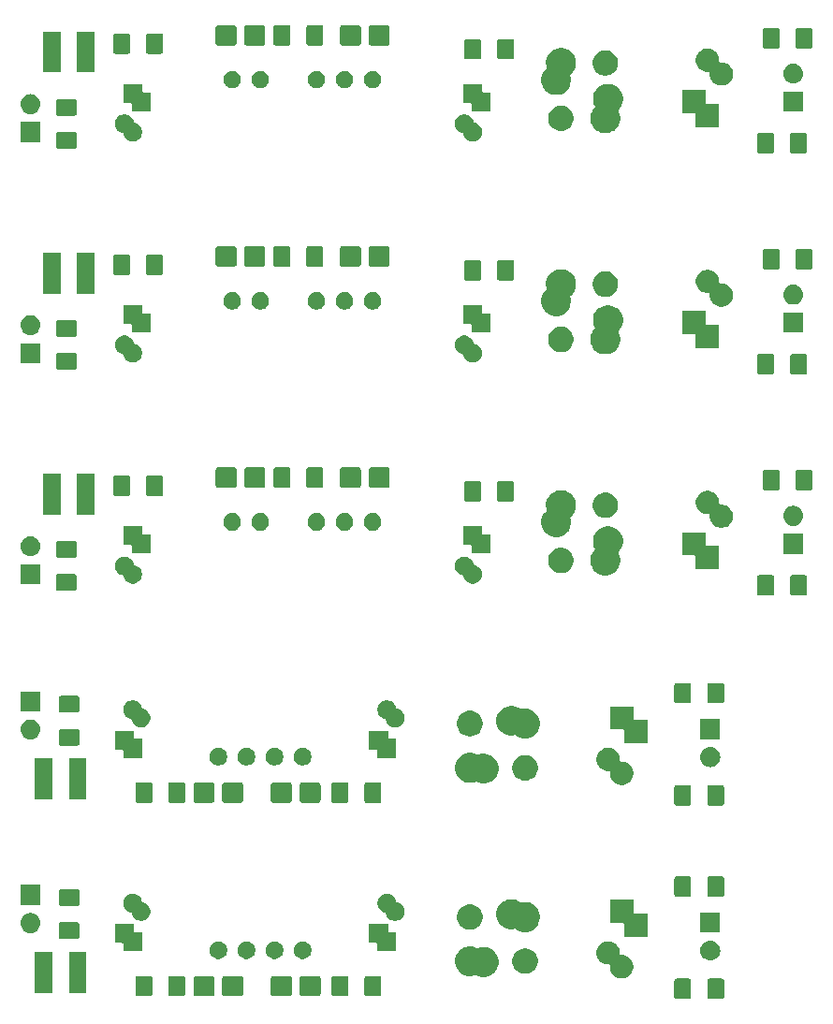
<source format=gts>
G04 #@! TF.GenerationSoftware,KiCad,Pcbnew,(5.1.4)-1*
G04 #@! TF.CreationDate,2021-09-05T23:40:41-04:00*
G04 #@! TF.ProjectId,ground_loop_breaker,67726f75-6e64-45f6-9c6f-6f705f627265,rev?*
G04 #@! TF.SameCoordinates,Original*
G04 #@! TF.FileFunction,Soldermask,Top*
G04 #@! TF.FilePolarity,Negative*
%FSLAX46Y46*%
G04 Gerber Fmt 4.6, Leading zero omitted, Abs format (unit mm)*
G04 Created by KiCad (PCBNEW (5.1.4)-1) date 2021-09-05 23:40:41*
%MOMM*%
%LPD*%
G04 APERTURE LIST*
%ADD10C,0.100000*%
G04 APERTURE END LIST*
D10*
G36*
X140600562Y-138828181D02*
G01*
X140635481Y-138838774D01*
X140667663Y-138855976D01*
X140695873Y-138879127D01*
X140719024Y-138907337D01*
X140736226Y-138939519D01*
X140746819Y-138974438D01*
X140751000Y-139016895D01*
X140751000Y-140483105D01*
X140746819Y-140525562D01*
X140736226Y-140560481D01*
X140719024Y-140592663D01*
X140695873Y-140620873D01*
X140667663Y-140644024D01*
X140635481Y-140661226D01*
X140600562Y-140671819D01*
X140558105Y-140676000D01*
X139416895Y-140676000D01*
X139374438Y-140671819D01*
X139339519Y-140661226D01*
X139307337Y-140644024D01*
X139279127Y-140620873D01*
X139255976Y-140592663D01*
X139238774Y-140560481D01*
X139228181Y-140525562D01*
X139224000Y-140483105D01*
X139224000Y-139016895D01*
X139228181Y-138974438D01*
X139238774Y-138939519D01*
X139255976Y-138907337D01*
X139279127Y-138879127D01*
X139307337Y-138855976D01*
X139339519Y-138838774D01*
X139374438Y-138828181D01*
X139416895Y-138824000D01*
X140558105Y-138824000D01*
X140600562Y-138828181D01*
X140600562Y-138828181D01*
G37*
G36*
X137625562Y-138828181D02*
G01*
X137660481Y-138838774D01*
X137692663Y-138855976D01*
X137720873Y-138879127D01*
X137744024Y-138907337D01*
X137761226Y-138939519D01*
X137771819Y-138974438D01*
X137776000Y-139016895D01*
X137776000Y-140483105D01*
X137771819Y-140525562D01*
X137761226Y-140560481D01*
X137744024Y-140592663D01*
X137720873Y-140620873D01*
X137692663Y-140644024D01*
X137660481Y-140661226D01*
X137625562Y-140671819D01*
X137583105Y-140676000D01*
X136441895Y-140676000D01*
X136399438Y-140671819D01*
X136364519Y-140661226D01*
X136332337Y-140644024D01*
X136304127Y-140620873D01*
X136280976Y-140592663D01*
X136263774Y-140560481D01*
X136253181Y-140525562D01*
X136249000Y-140483105D01*
X136249000Y-139016895D01*
X136253181Y-138974438D01*
X136263774Y-138939519D01*
X136280976Y-138907337D01*
X136304127Y-138879127D01*
X136332337Y-138855976D01*
X136364519Y-138838774D01*
X136399438Y-138828181D01*
X136441895Y-138824000D01*
X137583105Y-138824000D01*
X137625562Y-138828181D01*
X137625562Y-138828181D01*
G37*
G36*
X109600562Y-138578181D02*
G01*
X109635481Y-138588774D01*
X109667663Y-138605976D01*
X109695873Y-138629127D01*
X109719024Y-138657337D01*
X109736226Y-138689519D01*
X109746819Y-138724438D01*
X109751000Y-138766895D01*
X109751000Y-140233105D01*
X109746819Y-140275562D01*
X109736226Y-140310481D01*
X109719024Y-140342663D01*
X109695873Y-140370873D01*
X109667663Y-140394024D01*
X109635481Y-140411226D01*
X109600562Y-140421819D01*
X109558105Y-140426000D01*
X108416895Y-140426000D01*
X108374438Y-140421819D01*
X108339519Y-140411226D01*
X108307337Y-140394024D01*
X108279127Y-140370873D01*
X108255976Y-140342663D01*
X108238774Y-140310481D01*
X108228181Y-140275562D01*
X108224000Y-140233105D01*
X108224000Y-138766895D01*
X108228181Y-138724438D01*
X108238774Y-138689519D01*
X108255976Y-138657337D01*
X108279127Y-138629127D01*
X108307337Y-138605976D01*
X108339519Y-138588774D01*
X108374438Y-138578181D01*
X108416895Y-138574000D01*
X109558105Y-138574000D01*
X109600562Y-138578181D01*
X109600562Y-138578181D01*
G37*
G36*
X101455411Y-138579259D02*
G01*
X101500853Y-138593044D01*
X101542736Y-138615431D01*
X101579444Y-138645556D01*
X101609569Y-138682264D01*
X101631956Y-138724147D01*
X101645741Y-138769589D01*
X101651000Y-138822990D01*
X101651000Y-140177010D01*
X101645741Y-140230411D01*
X101631956Y-140275853D01*
X101609569Y-140317736D01*
X101579444Y-140354444D01*
X101542736Y-140384569D01*
X101500853Y-140406956D01*
X101455411Y-140420741D01*
X101402010Y-140426000D01*
X99997990Y-140426000D01*
X99944589Y-140420741D01*
X99899147Y-140406956D01*
X99857264Y-140384569D01*
X99820556Y-140354444D01*
X99790431Y-140317736D01*
X99768044Y-140275853D01*
X99754259Y-140230411D01*
X99749000Y-140177010D01*
X99749000Y-138822990D01*
X99754259Y-138769589D01*
X99768044Y-138724147D01*
X99790431Y-138682264D01*
X99820556Y-138645556D01*
X99857264Y-138615431D01*
X99899147Y-138593044D01*
X99944589Y-138579259D01*
X99997990Y-138574000D01*
X101402010Y-138574000D01*
X101455411Y-138579259D01*
X101455411Y-138579259D01*
G37*
G36*
X94455411Y-138579259D02*
G01*
X94500853Y-138593044D01*
X94542736Y-138615431D01*
X94579444Y-138645556D01*
X94609569Y-138682264D01*
X94631956Y-138724147D01*
X94645741Y-138769589D01*
X94651000Y-138822990D01*
X94651000Y-140177010D01*
X94645741Y-140230411D01*
X94631956Y-140275853D01*
X94609569Y-140317736D01*
X94579444Y-140354444D01*
X94542736Y-140384569D01*
X94500853Y-140406956D01*
X94455411Y-140420741D01*
X94402010Y-140426000D01*
X92997990Y-140426000D01*
X92944589Y-140420741D01*
X92899147Y-140406956D01*
X92857264Y-140384569D01*
X92820556Y-140354444D01*
X92790431Y-140317736D01*
X92768044Y-140275853D01*
X92754259Y-140230411D01*
X92749000Y-140177010D01*
X92749000Y-138822990D01*
X92754259Y-138769589D01*
X92768044Y-138724147D01*
X92790431Y-138682264D01*
X92820556Y-138645556D01*
X92857264Y-138615431D01*
X92899147Y-138593044D01*
X92944589Y-138579259D01*
X92997990Y-138574000D01*
X94402010Y-138574000D01*
X94455411Y-138579259D01*
X94455411Y-138579259D01*
G37*
G36*
X97055411Y-138579259D02*
G01*
X97100853Y-138593044D01*
X97142736Y-138615431D01*
X97179444Y-138645556D01*
X97209569Y-138682264D01*
X97231956Y-138724147D01*
X97245741Y-138769589D01*
X97251000Y-138822990D01*
X97251000Y-140177010D01*
X97245741Y-140230411D01*
X97231956Y-140275853D01*
X97209569Y-140317736D01*
X97179444Y-140354444D01*
X97142736Y-140384569D01*
X97100853Y-140406956D01*
X97055411Y-140420741D01*
X97002010Y-140426000D01*
X95597990Y-140426000D01*
X95544589Y-140420741D01*
X95499147Y-140406956D01*
X95457264Y-140384569D01*
X95420556Y-140354444D01*
X95390431Y-140317736D01*
X95368044Y-140275853D01*
X95354259Y-140230411D01*
X95349000Y-140177010D01*
X95349000Y-138822990D01*
X95354259Y-138769589D01*
X95368044Y-138724147D01*
X95390431Y-138682264D01*
X95420556Y-138645556D01*
X95457264Y-138615431D01*
X95499147Y-138593044D01*
X95544589Y-138579259D01*
X95597990Y-138574000D01*
X97002010Y-138574000D01*
X97055411Y-138579259D01*
X97055411Y-138579259D01*
G37*
G36*
X91850562Y-138578181D02*
G01*
X91885481Y-138588774D01*
X91917663Y-138605976D01*
X91945873Y-138629127D01*
X91969024Y-138657337D01*
X91986226Y-138689519D01*
X91996819Y-138724438D01*
X92001000Y-138766895D01*
X92001000Y-140233105D01*
X91996819Y-140275562D01*
X91986226Y-140310481D01*
X91969024Y-140342663D01*
X91945873Y-140370873D01*
X91917663Y-140394024D01*
X91885481Y-140411226D01*
X91850562Y-140421819D01*
X91808105Y-140426000D01*
X90666895Y-140426000D01*
X90624438Y-140421819D01*
X90589519Y-140411226D01*
X90557337Y-140394024D01*
X90529127Y-140370873D01*
X90505976Y-140342663D01*
X90488774Y-140310481D01*
X90478181Y-140275562D01*
X90474000Y-140233105D01*
X90474000Y-138766895D01*
X90478181Y-138724438D01*
X90488774Y-138689519D01*
X90505976Y-138657337D01*
X90529127Y-138629127D01*
X90557337Y-138605976D01*
X90589519Y-138588774D01*
X90624438Y-138578181D01*
X90666895Y-138574000D01*
X91808105Y-138574000D01*
X91850562Y-138578181D01*
X91850562Y-138578181D01*
G37*
G36*
X104055411Y-138579259D02*
G01*
X104100853Y-138593044D01*
X104142736Y-138615431D01*
X104179444Y-138645556D01*
X104209569Y-138682264D01*
X104231956Y-138724147D01*
X104245741Y-138769589D01*
X104251000Y-138822990D01*
X104251000Y-140177010D01*
X104245741Y-140230411D01*
X104231956Y-140275853D01*
X104209569Y-140317736D01*
X104179444Y-140354444D01*
X104142736Y-140384569D01*
X104100853Y-140406956D01*
X104055411Y-140420741D01*
X104002010Y-140426000D01*
X102597990Y-140426000D01*
X102544589Y-140420741D01*
X102499147Y-140406956D01*
X102457264Y-140384569D01*
X102420556Y-140354444D01*
X102390431Y-140317736D01*
X102368044Y-140275853D01*
X102354259Y-140230411D01*
X102349000Y-140177010D01*
X102349000Y-138822990D01*
X102354259Y-138769589D01*
X102368044Y-138724147D01*
X102390431Y-138682264D01*
X102420556Y-138645556D01*
X102457264Y-138615431D01*
X102499147Y-138593044D01*
X102544589Y-138579259D01*
X102597990Y-138574000D01*
X104002010Y-138574000D01*
X104055411Y-138579259D01*
X104055411Y-138579259D01*
G37*
G36*
X106625562Y-138578181D02*
G01*
X106660481Y-138588774D01*
X106692663Y-138605976D01*
X106720873Y-138629127D01*
X106744024Y-138657337D01*
X106761226Y-138689519D01*
X106771819Y-138724438D01*
X106776000Y-138766895D01*
X106776000Y-140233105D01*
X106771819Y-140275562D01*
X106761226Y-140310481D01*
X106744024Y-140342663D01*
X106720873Y-140370873D01*
X106692663Y-140394024D01*
X106660481Y-140411226D01*
X106625562Y-140421819D01*
X106583105Y-140426000D01*
X105441895Y-140426000D01*
X105399438Y-140421819D01*
X105364519Y-140411226D01*
X105332337Y-140394024D01*
X105304127Y-140370873D01*
X105280976Y-140342663D01*
X105263774Y-140310481D01*
X105253181Y-140275562D01*
X105249000Y-140233105D01*
X105249000Y-138766895D01*
X105253181Y-138724438D01*
X105263774Y-138689519D01*
X105280976Y-138657337D01*
X105304127Y-138629127D01*
X105332337Y-138605976D01*
X105364519Y-138588774D01*
X105399438Y-138578181D01*
X105441895Y-138574000D01*
X106583105Y-138574000D01*
X106625562Y-138578181D01*
X106625562Y-138578181D01*
G37*
G36*
X88875562Y-138578181D02*
G01*
X88910481Y-138588774D01*
X88942663Y-138605976D01*
X88970873Y-138629127D01*
X88994024Y-138657337D01*
X89011226Y-138689519D01*
X89021819Y-138724438D01*
X89026000Y-138766895D01*
X89026000Y-140233105D01*
X89021819Y-140275562D01*
X89011226Y-140310481D01*
X88994024Y-140342663D01*
X88970873Y-140370873D01*
X88942663Y-140394024D01*
X88910481Y-140411226D01*
X88875562Y-140421819D01*
X88833105Y-140426000D01*
X87691895Y-140426000D01*
X87649438Y-140421819D01*
X87614519Y-140411226D01*
X87582337Y-140394024D01*
X87554127Y-140370873D01*
X87530976Y-140342663D01*
X87513774Y-140310481D01*
X87503181Y-140275562D01*
X87499000Y-140233105D01*
X87499000Y-138766895D01*
X87503181Y-138724438D01*
X87513774Y-138689519D01*
X87530976Y-138657337D01*
X87554127Y-138629127D01*
X87582337Y-138605976D01*
X87614519Y-138588774D01*
X87649438Y-138578181D01*
X87691895Y-138574000D01*
X88833105Y-138574000D01*
X88875562Y-138578181D01*
X88875562Y-138578181D01*
G37*
G36*
X80026000Y-140101000D02*
G01*
X78424000Y-140101000D01*
X78424000Y-136399000D01*
X80026000Y-136399000D01*
X80026000Y-140101000D01*
X80026000Y-140101000D01*
G37*
G36*
X83076000Y-140101000D02*
G01*
X81474000Y-140101000D01*
X81474000Y-136399000D01*
X83076000Y-136399000D01*
X83076000Y-140101000D01*
X83076000Y-140101000D01*
G37*
G36*
X130556564Y-135489389D02*
G01*
X130747833Y-135568615D01*
X130747835Y-135568616D01*
X130919973Y-135683635D01*
X131066365Y-135830027D01*
X131142207Y-135943532D01*
X131181385Y-136002167D01*
X131260611Y-136193436D01*
X131301000Y-136396484D01*
X131301000Y-136574001D01*
X131303402Y-136598387D01*
X131310515Y-136621836D01*
X131322066Y-136643447D01*
X131337611Y-136662389D01*
X131356553Y-136677934D01*
X131378164Y-136689485D01*
X131401613Y-136696598D01*
X131425999Y-136699000D01*
X131603516Y-136699000D01*
X131806564Y-136739389D01*
X131997833Y-136818615D01*
X131997835Y-136818616D01*
X132169973Y-136933635D01*
X132316365Y-137080027D01*
X132394567Y-137197064D01*
X132431385Y-137252167D01*
X132510611Y-137443436D01*
X132551000Y-137646484D01*
X132551000Y-137853516D01*
X132510611Y-138056564D01*
X132431385Y-138247833D01*
X132431384Y-138247835D01*
X132316365Y-138419973D01*
X132169973Y-138566365D01*
X131997835Y-138681384D01*
X131997834Y-138681385D01*
X131997833Y-138681385D01*
X131806564Y-138760611D01*
X131603516Y-138801000D01*
X131396484Y-138801000D01*
X131193436Y-138760611D01*
X131002167Y-138681385D01*
X131002166Y-138681385D01*
X131002165Y-138681384D01*
X130830027Y-138566365D01*
X130683635Y-138419973D01*
X130568616Y-138247835D01*
X130568615Y-138247833D01*
X130489389Y-138056564D01*
X130449000Y-137853516D01*
X130449000Y-137675999D01*
X130446598Y-137651613D01*
X130439485Y-137628164D01*
X130427934Y-137606553D01*
X130412389Y-137587611D01*
X130393447Y-137572066D01*
X130371836Y-137560515D01*
X130348387Y-137553402D01*
X130324001Y-137551000D01*
X130146484Y-137551000D01*
X129943436Y-137510611D01*
X129752167Y-137431385D01*
X129752166Y-137431385D01*
X129752165Y-137431384D01*
X129580027Y-137316365D01*
X129433635Y-137169973D01*
X129318616Y-136997835D01*
X129293026Y-136936055D01*
X129239389Y-136806564D01*
X129199000Y-136603516D01*
X129199000Y-136396484D01*
X129239389Y-136193436D01*
X129318615Y-136002167D01*
X129357794Y-135943532D01*
X129433635Y-135830027D01*
X129580027Y-135683635D01*
X129752165Y-135568616D01*
X129752167Y-135568615D01*
X129943436Y-135489389D01*
X130146484Y-135449000D01*
X130353516Y-135449000D01*
X130556564Y-135489389D01*
X130556564Y-135489389D01*
G37*
G36*
X118106940Y-135943532D02*
G01*
X118144072Y-135950918D01*
X118389939Y-136052759D01*
X118396846Y-136057374D01*
X118396979Y-136057463D01*
X118418590Y-136069015D01*
X118442039Y-136076128D01*
X118466425Y-136078530D01*
X118490811Y-136076128D01*
X118514257Y-136069016D01*
X118605928Y-136031045D01*
X118751118Y-136002165D01*
X118866937Y-135979127D01*
X119133063Y-135979127D01*
X119394072Y-136031045D01*
X119592831Y-136113373D01*
X119639939Y-136132886D01*
X119697140Y-136171107D01*
X119861211Y-136280736D01*
X120049391Y-136468916D01*
X120197242Y-136690190D01*
X120299082Y-136936055D01*
X120351000Y-137197064D01*
X120351000Y-137463190D01*
X120341567Y-137510611D01*
X120299082Y-137724199D01*
X120197241Y-137970066D01*
X120139444Y-138056564D01*
X120080995Y-138144040D01*
X120049390Y-138191339D01*
X119861212Y-138379517D01*
X119639939Y-138527368D01*
X119639938Y-138527369D01*
X119639937Y-138527369D01*
X119394072Y-138629209D01*
X119133063Y-138681127D01*
X118866937Y-138681127D01*
X118605928Y-138629209D01*
X118604508Y-138628621D01*
X118360061Y-138527368D01*
X118353021Y-138522664D01*
X118331410Y-138511112D01*
X118307961Y-138503999D01*
X118283575Y-138501597D01*
X118259189Y-138503999D01*
X118235743Y-138511111D01*
X118144072Y-138549082D01*
X118057184Y-138566365D01*
X117883063Y-138601000D01*
X117616937Y-138601000D01*
X117355928Y-138549082D01*
X117110063Y-138447242D01*
X117110062Y-138447242D01*
X117110061Y-138447241D01*
X116998672Y-138372813D01*
X116888789Y-138299391D01*
X116700609Y-138111211D01*
X116552758Y-137889937D01*
X116450918Y-137644072D01*
X116399000Y-137383063D01*
X116399000Y-137116937D01*
X116450918Y-136855928D01*
X116552758Y-136610063D01*
X116557133Y-136603516D01*
X116648599Y-136466627D01*
X116700609Y-136388789D01*
X116888789Y-136200609D01*
X116998672Y-136127187D01*
X117110061Y-136052759D01*
X117197944Y-136016357D01*
X117355928Y-135950918D01*
X117616937Y-135899000D01*
X117883063Y-135899000D01*
X118106940Y-135943532D01*
X118106940Y-135943532D01*
G37*
G36*
X122974549Y-136121116D02*
G01*
X123085734Y-136143232D01*
X123295203Y-136229997D01*
X123483720Y-136355960D01*
X123644040Y-136516280D01*
X123770003Y-136704797D01*
X123770004Y-136704799D01*
X123784332Y-136739390D01*
X123856768Y-136914266D01*
X123865833Y-136959838D01*
X123898973Y-137126443D01*
X123901000Y-137136636D01*
X123901000Y-137363364D01*
X123856768Y-137585734D01*
X123770003Y-137795203D01*
X123644040Y-137983720D01*
X123483720Y-138144040D01*
X123295203Y-138270003D01*
X123085734Y-138356768D01*
X122974549Y-138378884D01*
X122863365Y-138401000D01*
X122636635Y-138401000D01*
X122525451Y-138378884D01*
X122414266Y-138356768D01*
X122204797Y-138270003D01*
X122016280Y-138144040D01*
X121855960Y-137983720D01*
X121729997Y-137795203D01*
X121643232Y-137585734D01*
X121599000Y-137363364D01*
X121599000Y-137136636D01*
X121601028Y-137126443D01*
X121634167Y-136959838D01*
X121643232Y-136914266D01*
X121715668Y-136739390D01*
X121729996Y-136704799D01*
X121729997Y-136704797D01*
X121855960Y-136516280D01*
X122016280Y-136355960D01*
X122204797Y-136229997D01*
X122414266Y-136143232D01*
X122525451Y-136121116D01*
X122636635Y-136099000D01*
X122863365Y-136099000D01*
X122974549Y-136121116D01*
X122974549Y-136121116D01*
G37*
G36*
X139610443Y-135395519D02*
G01*
X139676627Y-135402037D01*
X139846466Y-135453557D01*
X140002991Y-135537222D01*
X140038729Y-135566552D01*
X140140186Y-135649814D01*
X140213700Y-135739393D01*
X140252778Y-135787009D01*
X140336443Y-135943534D01*
X140387963Y-136113373D01*
X140405359Y-136290000D01*
X140387963Y-136466627D01*
X140336443Y-136636466D01*
X140252778Y-136792991D01*
X140241638Y-136806565D01*
X140140186Y-136930186D01*
X140057754Y-136997835D01*
X140002991Y-137042778D01*
X140002989Y-137042779D01*
X139864249Y-137116938D01*
X139846466Y-137126443D01*
X139676627Y-137177963D01*
X139610443Y-137184481D01*
X139544260Y-137191000D01*
X139455740Y-137191000D01*
X139389557Y-137184481D01*
X139323373Y-137177963D01*
X139153534Y-137126443D01*
X139135752Y-137116938D01*
X138997011Y-137042779D01*
X138997009Y-137042778D01*
X138942246Y-136997835D01*
X138859814Y-136930186D01*
X138758362Y-136806565D01*
X138747222Y-136792991D01*
X138663557Y-136636466D01*
X138612037Y-136466627D01*
X138594641Y-136290000D01*
X138612037Y-136113373D01*
X138663557Y-135943534D01*
X138747222Y-135787009D01*
X138786300Y-135739393D01*
X138859814Y-135649814D01*
X138961271Y-135566552D01*
X138997009Y-135537222D01*
X139153534Y-135453557D01*
X139323373Y-135402037D01*
X139389557Y-135395519D01*
X139455740Y-135389000D01*
X139544260Y-135389000D01*
X139610443Y-135395519D01*
X139610443Y-135395519D01*
G37*
G36*
X100313642Y-135479781D02*
G01*
X100452316Y-135537222D01*
X100459416Y-135540163D01*
X100590608Y-135627822D01*
X100702178Y-135739392D01*
X100789837Y-135870584D01*
X100789838Y-135870586D01*
X100850219Y-136016358D01*
X100881000Y-136171107D01*
X100881000Y-136328893D01*
X100850219Y-136483642D01*
X100836699Y-136516281D01*
X100789837Y-136629416D01*
X100702178Y-136760608D01*
X100590608Y-136872178D01*
X100459416Y-136959837D01*
X100459415Y-136959838D01*
X100459414Y-136959838D01*
X100313642Y-137020219D01*
X100158893Y-137051000D01*
X100001107Y-137051000D01*
X99846358Y-137020219D01*
X99700586Y-136959838D01*
X99700585Y-136959838D01*
X99700584Y-136959837D01*
X99569392Y-136872178D01*
X99457822Y-136760608D01*
X99370163Y-136629416D01*
X99323301Y-136516281D01*
X99309781Y-136483642D01*
X99279000Y-136328893D01*
X99279000Y-136171107D01*
X99309781Y-136016358D01*
X99370162Y-135870586D01*
X99370163Y-135870584D01*
X99457822Y-135739392D01*
X99569392Y-135627822D01*
X99700584Y-135540163D01*
X99707684Y-135537222D01*
X99846358Y-135479781D01*
X100001107Y-135449000D01*
X100158893Y-135449000D01*
X100313642Y-135479781D01*
X100313642Y-135479781D01*
G37*
G36*
X95233642Y-135479781D02*
G01*
X95372316Y-135537222D01*
X95379416Y-135540163D01*
X95510608Y-135627822D01*
X95622178Y-135739392D01*
X95709837Y-135870584D01*
X95709838Y-135870586D01*
X95770219Y-136016358D01*
X95801000Y-136171107D01*
X95801000Y-136328893D01*
X95770219Y-136483642D01*
X95756699Y-136516281D01*
X95709837Y-136629416D01*
X95622178Y-136760608D01*
X95510608Y-136872178D01*
X95379416Y-136959837D01*
X95379415Y-136959838D01*
X95379414Y-136959838D01*
X95233642Y-137020219D01*
X95078893Y-137051000D01*
X94921107Y-137051000D01*
X94766358Y-137020219D01*
X94620586Y-136959838D01*
X94620585Y-136959838D01*
X94620584Y-136959837D01*
X94489392Y-136872178D01*
X94377822Y-136760608D01*
X94290163Y-136629416D01*
X94243301Y-136516281D01*
X94229781Y-136483642D01*
X94199000Y-136328893D01*
X94199000Y-136171107D01*
X94229781Y-136016358D01*
X94290162Y-135870586D01*
X94290163Y-135870584D01*
X94377822Y-135739392D01*
X94489392Y-135627822D01*
X94620584Y-135540163D01*
X94627684Y-135537222D01*
X94766358Y-135479781D01*
X94921107Y-135449000D01*
X95078893Y-135449000D01*
X95233642Y-135479781D01*
X95233642Y-135479781D01*
G37*
G36*
X97773642Y-135479781D02*
G01*
X97912316Y-135537222D01*
X97919416Y-135540163D01*
X98050608Y-135627822D01*
X98162178Y-135739392D01*
X98249837Y-135870584D01*
X98249838Y-135870586D01*
X98310219Y-136016358D01*
X98341000Y-136171107D01*
X98341000Y-136328893D01*
X98310219Y-136483642D01*
X98296699Y-136516281D01*
X98249837Y-136629416D01*
X98162178Y-136760608D01*
X98050608Y-136872178D01*
X97919416Y-136959837D01*
X97919415Y-136959838D01*
X97919414Y-136959838D01*
X97773642Y-137020219D01*
X97618893Y-137051000D01*
X97461107Y-137051000D01*
X97306358Y-137020219D01*
X97160586Y-136959838D01*
X97160585Y-136959838D01*
X97160584Y-136959837D01*
X97029392Y-136872178D01*
X96917822Y-136760608D01*
X96830163Y-136629416D01*
X96783301Y-136516281D01*
X96769781Y-136483642D01*
X96739000Y-136328893D01*
X96739000Y-136171107D01*
X96769781Y-136016358D01*
X96830162Y-135870586D01*
X96830163Y-135870584D01*
X96917822Y-135739392D01*
X97029392Y-135627822D01*
X97160584Y-135540163D01*
X97167684Y-135537222D01*
X97306358Y-135479781D01*
X97461107Y-135449000D01*
X97618893Y-135449000D01*
X97773642Y-135479781D01*
X97773642Y-135479781D01*
G37*
G36*
X102853642Y-135479781D02*
G01*
X102992316Y-135537222D01*
X102999416Y-135540163D01*
X103130608Y-135627822D01*
X103242178Y-135739392D01*
X103329837Y-135870584D01*
X103329838Y-135870586D01*
X103390219Y-136016358D01*
X103421000Y-136171107D01*
X103421000Y-136328893D01*
X103390219Y-136483642D01*
X103376699Y-136516281D01*
X103329837Y-136629416D01*
X103242178Y-136760608D01*
X103130608Y-136872178D01*
X102999416Y-136959837D01*
X102999415Y-136959838D01*
X102999414Y-136959838D01*
X102853642Y-137020219D01*
X102698893Y-137051000D01*
X102541107Y-137051000D01*
X102386358Y-137020219D01*
X102240586Y-136959838D01*
X102240585Y-136959838D01*
X102240584Y-136959837D01*
X102109392Y-136872178D01*
X101997822Y-136760608D01*
X101910163Y-136629416D01*
X101863301Y-136516281D01*
X101849781Y-136483642D01*
X101819000Y-136328893D01*
X101819000Y-136171107D01*
X101849781Y-136016358D01*
X101910162Y-135870586D01*
X101910163Y-135870584D01*
X101997822Y-135739392D01*
X102109392Y-135627822D01*
X102240584Y-135540163D01*
X102247684Y-135537222D01*
X102386358Y-135479781D01*
X102541107Y-135449000D01*
X102698893Y-135449000D01*
X102853642Y-135479781D01*
X102853642Y-135479781D01*
G37*
G36*
X87351000Y-134524001D02*
G01*
X87353402Y-134548387D01*
X87360515Y-134571836D01*
X87372066Y-134593447D01*
X87387611Y-134612389D01*
X87406553Y-134627934D01*
X87428164Y-134639485D01*
X87451613Y-134646598D01*
X87475999Y-134649000D01*
X88101000Y-134649000D01*
X88101000Y-136351000D01*
X86399000Y-136351000D01*
X86399000Y-135725999D01*
X86396598Y-135701613D01*
X86389485Y-135678164D01*
X86377934Y-135656553D01*
X86362389Y-135637611D01*
X86343447Y-135622066D01*
X86321836Y-135610515D01*
X86298387Y-135603402D01*
X86274001Y-135601000D01*
X85649000Y-135601000D01*
X85649000Y-133899000D01*
X87351000Y-133899000D01*
X87351000Y-134524001D01*
X87351000Y-134524001D01*
G37*
G36*
X110351000Y-134524001D02*
G01*
X110353402Y-134548387D01*
X110360515Y-134571836D01*
X110372066Y-134593447D01*
X110387611Y-134612389D01*
X110406553Y-134627934D01*
X110428164Y-134639485D01*
X110451613Y-134646598D01*
X110475999Y-134649000D01*
X111101000Y-134649000D01*
X111101000Y-136351000D01*
X109399000Y-136351000D01*
X109399000Y-135725999D01*
X109396598Y-135701613D01*
X109389485Y-135678164D01*
X109377934Y-135656553D01*
X109362389Y-135637611D01*
X109343447Y-135622066D01*
X109321836Y-135610515D01*
X109298387Y-135603402D01*
X109274001Y-135601000D01*
X108649000Y-135601000D01*
X108649000Y-133899000D01*
X110351000Y-133899000D01*
X110351000Y-134524001D01*
X110351000Y-134524001D01*
G37*
G36*
X82275562Y-133728181D02*
G01*
X82310481Y-133738774D01*
X82342663Y-133755976D01*
X82370873Y-133779127D01*
X82394024Y-133807337D01*
X82411226Y-133839519D01*
X82421819Y-133874438D01*
X82426000Y-133916895D01*
X82426000Y-135058105D01*
X82421819Y-135100562D01*
X82411226Y-135135481D01*
X82394024Y-135167663D01*
X82370873Y-135195873D01*
X82342663Y-135219024D01*
X82310481Y-135236226D01*
X82275562Y-135246819D01*
X82233105Y-135251000D01*
X80766895Y-135251000D01*
X80724438Y-135246819D01*
X80689519Y-135236226D01*
X80657337Y-135219024D01*
X80629127Y-135195873D01*
X80605976Y-135167663D01*
X80588774Y-135135481D01*
X80578181Y-135100562D01*
X80574000Y-135058105D01*
X80574000Y-133916895D01*
X80578181Y-133874438D01*
X80588774Y-133839519D01*
X80605976Y-133807337D01*
X80629127Y-133779127D01*
X80657337Y-133755976D01*
X80689519Y-133738774D01*
X80724438Y-133728181D01*
X80766895Y-133724000D01*
X82233105Y-133724000D01*
X82275562Y-133728181D01*
X82275562Y-133728181D01*
G37*
G36*
X132551000Y-132824001D02*
G01*
X132553402Y-132848387D01*
X132560515Y-132871836D01*
X132572066Y-132893447D01*
X132587611Y-132912389D01*
X132606553Y-132927934D01*
X132628164Y-132939485D01*
X132651613Y-132946598D01*
X132675999Y-132949000D01*
X133801000Y-132949000D01*
X133801000Y-135051000D01*
X131699000Y-135051000D01*
X131699000Y-133925999D01*
X131696598Y-133901613D01*
X131689485Y-133878164D01*
X131677934Y-133856553D01*
X131662389Y-133837611D01*
X131643447Y-133822066D01*
X131621836Y-133810515D01*
X131598387Y-133803402D01*
X131574001Y-133801000D01*
X130449000Y-133801000D01*
X130449000Y-131699000D01*
X132551000Y-131699000D01*
X132551000Y-132824001D01*
X132551000Y-132824001D01*
G37*
G36*
X78110442Y-132895518D02*
G01*
X78176627Y-132902037D01*
X78346466Y-132953557D01*
X78502991Y-133037222D01*
X78538729Y-133066552D01*
X78640186Y-133149814D01*
X78723448Y-133251271D01*
X78752778Y-133287009D01*
X78836443Y-133443534D01*
X78887963Y-133613373D01*
X78905359Y-133790000D01*
X78887963Y-133966627D01*
X78836443Y-134136466D01*
X78752778Y-134292991D01*
X78738766Y-134310064D01*
X78640186Y-134430186D01*
X78538729Y-134513448D01*
X78502991Y-134542778D01*
X78346466Y-134626443D01*
X78176627Y-134677963D01*
X78110442Y-134684482D01*
X78044260Y-134691000D01*
X77955740Y-134691000D01*
X77889558Y-134684482D01*
X77823373Y-134677963D01*
X77653534Y-134626443D01*
X77497009Y-134542778D01*
X77461271Y-134513448D01*
X77359814Y-134430186D01*
X77261234Y-134310064D01*
X77247222Y-134292991D01*
X77163557Y-134136466D01*
X77112037Y-133966627D01*
X77094641Y-133790000D01*
X77112037Y-133613373D01*
X77163557Y-133443534D01*
X77247222Y-133287009D01*
X77276552Y-133251271D01*
X77359814Y-133149814D01*
X77461271Y-133066552D01*
X77497009Y-133037222D01*
X77653534Y-132953557D01*
X77823373Y-132902037D01*
X77889558Y-132895518D01*
X77955740Y-132889000D01*
X78044260Y-132889000D01*
X78110442Y-132895518D01*
X78110442Y-132895518D01*
G37*
G36*
X140401000Y-134651000D02*
G01*
X138599000Y-134651000D01*
X138599000Y-132849000D01*
X140401000Y-132849000D01*
X140401000Y-134651000D01*
X140401000Y-134651000D01*
G37*
G36*
X121884430Y-131699000D02*
G01*
X121894072Y-131700918D01*
X122139939Y-131802759D01*
X122283973Y-131899000D01*
X122317305Y-131921272D01*
X122338916Y-131932823D01*
X122362365Y-131939936D01*
X122386751Y-131942338D01*
X122411137Y-131939936D01*
X122616937Y-131899000D01*
X122883063Y-131899000D01*
X123053102Y-131932823D01*
X123144072Y-131950918D01*
X123389939Y-132052759D01*
X123459143Y-132099000D01*
X123611211Y-132200609D01*
X123799391Y-132388789D01*
X123947242Y-132610063D01*
X124049082Y-132855928D01*
X124101000Y-133116937D01*
X124101000Y-133383063D01*
X124049082Y-133644072D01*
X123952119Y-133878164D01*
X123947241Y-133889939D01*
X123896001Y-133966625D01*
X123799391Y-134111211D01*
X123611211Y-134299391D01*
X123501328Y-134372813D01*
X123389939Y-134447241D01*
X123389938Y-134447242D01*
X123389937Y-134447242D01*
X123144072Y-134549082D01*
X122883063Y-134601000D01*
X122616937Y-134601000D01*
X122355928Y-134549082D01*
X122110063Y-134447242D01*
X122110062Y-134447242D01*
X122110061Y-134447241D01*
X121932695Y-134328728D01*
X121911084Y-134317177D01*
X121887635Y-134310064D01*
X121863249Y-134307662D01*
X121838863Y-134310064D01*
X121633063Y-134351000D01*
X121366937Y-134351000D01*
X121105928Y-134299082D01*
X120860063Y-134197242D01*
X120860062Y-134197242D01*
X120860061Y-134197241D01*
X120638788Y-134049390D01*
X120450610Y-133861212D01*
X120414612Y-133807337D01*
X120302758Y-133639937D01*
X120200918Y-133394072D01*
X120149000Y-133133063D01*
X120149000Y-132866937D01*
X120200918Y-132605928D01*
X120302758Y-132360063D01*
X120305500Y-132355960D01*
X120404685Y-132207519D01*
X120450609Y-132138789D01*
X120638789Y-131950609D01*
X120799262Y-131843384D01*
X120860061Y-131802759D01*
X121105928Y-131700918D01*
X121115570Y-131699000D01*
X121366937Y-131649000D01*
X121633063Y-131649000D01*
X121884430Y-131699000D01*
X121884430Y-131699000D01*
G37*
G36*
X117921802Y-132110624D02*
G01*
X118085734Y-132143232D01*
X118295203Y-132229997D01*
X118483720Y-132355960D01*
X118644040Y-132516280D01*
X118770003Y-132704797D01*
X118856768Y-132914266D01*
X118901000Y-133136636D01*
X118901000Y-133363364D01*
X118856768Y-133585734D01*
X118770003Y-133795203D01*
X118644040Y-133983720D01*
X118483720Y-134144040D01*
X118295203Y-134270003D01*
X118085734Y-134356768D01*
X117974549Y-134378884D01*
X117863365Y-134401000D01*
X117636635Y-134401000D01*
X117525451Y-134378884D01*
X117414266Y-134356768D01*
X117204797Y-134270003D01*
X117016280Y-134144040D01*
X116855960Y-133983720D01*
X116729997Y-133795203D01*
X116643232Y-133585734D01*
X116599000Y-133363364D01*
X116599000Y-133136636D01*
X116643232Y-132914266D01*
X116729997Y-132704797D01*
X116855960Y-132516280D01*
X117016280Y-132355960D01*
X117204797Y-132229997D01*
X117414266Y-132143232D01*
X117578198Y-132110624D01*
X117636635Y-132099000D01*
X117863365Y-132099000D01*
X117921802Y-132110624D01*
X117921802Y-132110624D01*
G37*
G36*
X110498228Y-131181703D02*
G01*
X110653100Y-131245853D01*
X110792481Y-131338985D01*
X110911015Y-131457519D01*
X111004147Y-131596900D01*
X111068297Y-131751772D01*
X111081858Y-131819947D01*
X111088967Y-131843384D01*
X111100518Y-131864995D01*
X111116063Y-131883937D01*
X111135005Y-131899482D01*
X111156616Y-131911033D01*
X111180053Y-131918142D01*
X111248228Y-131931703D01*
X111403100Y-131995853D01*
X111542481Y-132088985D01*
X111661015Y-132207519D01*
X111754147Y-132346900D01*
X111818297Y-132501772D01*
X111851000Y-132666184D01*
X111851000Y-132833816D01*
X111818297Y-132998228D01*
X111754147Y-133153100D01*
X111661015Y-133292481D01*
X111542481Y-133411015D01*
X111403100Y-133504147D01*
X111248228Y-133568297D01*
X111083816Y-133601000D01*
X110916184Y-133601000D01*
X110751772Y-133568297D01*
X110596900Y-133504147D01*
X110457519Y-133411015D01*
X110338985Y-133292481D01*
X110245853Y-133153100D01*
X110181703Y-132998228D01*
X110168142Y-132930053D01*
X110161033Y-132906616D01*
X110149482Y-132885005D01*
X110133937Y-132866063D01*
X110114995Y-132850518D01*
X110093384Y-132838967D01*
X110069947Y-132831858D01*
X110001772Y-132818297D01*
X109846900Y-132754147D01*
X109707519Y-132661015D01*
X109588985Y-132542481D01*
X109495853Y-132403100D01*
X109431703Y-132248228D01*
X109399000Y-132083816D01*
X109399000Y-131916184D01*
X109431703Y-131751772D01*
X109495853Y-131596900D01*
X109588985Y-131457519D01*
X109707519Y-131338985D01*
X109846900Y-131245853D01*
X110001772Y-131181703D01*
X110166184Y-131149000D01*
X110333816Y-131149000D01*
X110498228Y-131181703D01*
X110498228Y-131181703D01*
G37*
G36*
X87498228Y-131181703D02*
G01*
X87653100Y-131245853D01*
X87792481Y-131338985D01*
X87911015Y-131457519D01*
X88004147Y-131596900D01*
X88068297Y-131751772D01*
X88081858Y-131819947D01*
X88088967Y-131843384D01*
X88100518Y-131864995D01*
X88116063Y-131883937D01*
X88135005Y-131899482D01*
X88156616Y-131911033D01*
X88180053Y-131918142D01*
X88248228Y-131931703D01*
X88403100Y-131995853D01*
X88542481Y-132088985D01*
X88661015Y-132207519D01*
X88754147Y-132346900D01*
X88818297Y-132501772D01*
X88851000Y-132666184D01*
X88851000Y-132833816D01*
X88818297Y-132998228D01*
X88754147Y-133153100D01*
X88661015Y-133292481D01*
X88542481Y-133411015D01*
X88403100Y-133504147D01*
X88248228Y-133568297D01*
X88083816Y-133601000D01*
X87916184Y-133601000D01*
X87751772Y-133568297D01*
X87596900Y-133504147D01*
X87457519Y-133411015D01*
X87338985Y-133292481D01*
X87245853Y-133153100D01*
X87181703Y-132998228D01*
X87168142Y-132930053D01*
X87161033Y-132906616D01*
X87149482Y-132885005D01*
X87133937Y-132866063D01*
X87114995Y-132850518D01*
X87093384Y-132838967D01*
X87069947Y-132831858D01*
X87001772Y-132818297D01*
X86846900Y-132754147D01*
X86707519Y-132661015D01*
X86588985Y-132542481D01*
X86495853Y-132403100D01*
X86431703Y-132248228D01*
X86399000Y-132083816D01*
X86399000Y-131916184D01*
X86431703Y-131751772D01*
X86495853Y-131596900D01*
X86588985Y-131457519D01*
X86707519Y-131338985D01*
X86846900Y-131245853D01*
X87001772Y-131181703D01*
X87166184Y-131149000D01*
X87333816Y-131149000D01*
X87498228Y-131181703D01*
X87498228Y-131181703D01*
G37*
G36*
X82275562Y-130753181D02*
G01*
X82310481Y-130763774D01*
X82342663Y-130780976D01*
X82370873Y-130804127D01*
X82394024Y-130832337D01*
X82411226Y-130864519D01*
X82421819Y-130899438D01*
X82426000Y-130941895D01*
X82426000Y-132083105D01*
X82421819Y-132125562D01*
X82411226Y-132160481D01*
X82394024Y-132192663D01*
X82370873Y-132220873D01*
X82342663Y-132244024D01*
X82310481Y-132261226D01*
X82275562Y-132271819D01*
X82233105Y-132276000D01*
X80766895Y-132276000D01*
X80724438Y-132271819D01*
X80689519Y-132261226D01*
X80657337Y-132244024D01*
X80629127Y-132220873D01*
X80605976Y-132192663D01*
X80588774Y-132160481D01*
X80578181Y-132125562D01*
X80574000Y-132083105D01*
X80574000Y-130941895D01*
X80578181Y-130899438D01*
X80588774Y-130864519D01*
X80605976Y-130832337D01*
X80629127Y-130804127D01*
X80657337Y-130780976D01*
X80689519Y-130763774D01*
X80724438Y-130753181D01*
X80766895Y-130749000D01*
X82233105Y-130749000D01*
X82275562Y-130753181D01*
X82275562Y-130753181D01*
G37*
G36*
X78901000Y-132151000D02*
G01*
X77099000Y-132151000D01*
X77099000Y-130349000D01*
X78901000Y-130349000D01*
X78901000Y-132151000D01*
X78901000Y-132151000D01*
G37*
G36*
X140600562Y-129578181D02*
G01*
X140635481Y-129588774D01*
X140667663Y-129605976D01*
X140695873Y-129629127D01*
X140719024Y-129657337D01*
X140736226Y-129689519D01*
X140746819Y-129724438D01*
X140751000Y-129766895D01*
X140751000Y-131233105D01*
X140746819Y-131275562D01*
X140736226Y-131310481D01*
X140719024Y-131342663D01*
X140695873Y-131370873D01*
X140667663Y-131394024D01*
X140635481Y-131411226D01*
X140600562Y-131421819D01*
X140558105Y-131426000D01*
X139416895Y-131426000D01*
X139374438Y-131421819D01*
X139339519Y-131411226D01*
X139307337Y-131394024D01*
X139279127Y-131370873D01*
X139255976Y-131342663D01*
X139238774Y-131310481D01*
X139228181Y-131275562D01*
X139224000Y-131233105D01*
X139224000Y-129766895D01*
X139228181Y-129724438D01*
X139238774Y-129689519D01*
X139255976Y-129657337D01*
X139279127Y-129629127D01*
X139307337Y-129605976D01*
X139339519Y-129588774D01*
X139374438Y-129578181D01*
X139416895Y-129574000D01*
X140558105Y-129574000D01*
X140600562Y-129578181D01*
X140600562Y-129578181D01*
G37*
G36*
X137625562Y-129578181D02*
G01*
X137660481Y-129588774D01*
X137692663Y-129605976D01*
X137720873Y-129629127D01*
X137744024Y-129657337D01*
X137761226Y-129689519D01*
X137771819Y-129724438D01*
X137776000Y-129766895D01*
X137776000Y-131233105D01*
X137771819Y-131275562D01*
X137761226Y-131310481D01*
X137744024Y-131342663D01*
X137720873Y-131370873D01*
X137692663Y-131394024D01*
X137660481Y-131411226D01*
X137625562Y-131421819D01*
X137583105Y-131426000D01*
X136441895Y-131426000D01*
X136399438Y-131421819D01*
X136364519Y-131411226D01*
X136332337Y-131394024D01*
X136304127Y-131370873D01*
X136280976Y-131342663D01*
X136263774Y-131310481D01*
X136253181Y-131275562D01*
X136249000Y-131233105D01*
X136249000Y-129766895D01*
X136253181Y-129724438D01*
X136263774Y-129689519D01*
X136280976Y-129657337D01*
X136304127Y-129629127D01*
X136332337Y-129605976D01*
X136364519Y-129588774D01*
X136399438Y-129578181D01*
X136441895Y-129574000D01*
X137583105Y-129574000D01*
X137625562Y-129578181D01*
X137625562Y-129578181D01*
G37*
G36*
X140600562Y-121328181D02*
G01*
X140635481Y-121338774D01*
X140667663Y-121355976D01*
X140695873Y-121379127D01*
X140719024Y-121407337D01*
X140736226Y-121439519D01*
X140746819Y-121474438D01*
X140751000Y-121516895D01*
X140751000Y-122983105D01*
X140746819Y-123025562D01*
X140736226Y-123060481D01*
X140719024Y-123092663D01*
X140695873Y-123120873D01*
X140667663Y-123144024D01*
X140635481Y-123161226D01*
X140600562Y-123171819D01*
X140558105Y-123176000D01*
X139416895Y-123176000D01*
X139374438Y-123171819D01*
X139339519Y-123161226D01*
X139307337Y-123144024D01*
X139279127Y-123120873D01*
X139255976Y-123092663D01*
X139238774Y-123060481D01*
X139228181Y-123025562D01*
X139224000Y-122983105D01*
X139224000Y-121516895D01*
X139228181Y-121474438D01*
X139238774Y-121439519D01*
X139255976Y-121407337D01*
X139279127Y-121379127D01*
X139307337Y-121355976D01*
X139339519Y-121338774D01*
X139374438Y-121328181D01*
X139416895Y-121324000D01*
X140558105Y-121324000D01*
X140600562Y-121328181D01*
X140600562Y-121328181D01*
G37*
G36*
X137625562Y-121328181D02*
G01*
X137660481Y-121338774D01*
X137692663Y-121355976D01*
X137720873Y-121379127D01*
X137744024Y-121407337D01*
X137761226Y-121439519D01*
X137771819Y-121474438D01*
X137776000Y-121516895D01*
X137776000Y-122983105D01*
X137771819Y-123025562D01*
X137761226Y-123060481D01*
X137744024Y-123092663D01*
X137720873Y-123120873D01*
X137692663Y-123144024D01*
X137660481Y-123161226D01*
X137625562Y-123171819D01*
X137583105Y-123176000D01*
X136441895Y-123176000D01*
X136399438Y-123171819D01*
X136364519Y-123161226D01*
X136332337Y-123144024D01*
X136304127Y-123120873D01*
X136280976Y-123092663D01*
X136263774Y-123060481D01*
X136253181Y-123025562D01*
X136249000Y-122983105D01*
X136249000Y-121516895D01*
X136253181Y-121474438D01*
X136263774Y-121439519D01*
X136280976Y-121407337D01*
X136304127Y-121379127D01*
X136332337Y-121355976D01*
X136364519Y-121338774D01*
X136399438Y-121328181D01*
X136441895Y-121324000D01*
X137583105Y-121324000D01*
X137625562Y-121328181D01*
X137625562Y-121328181D01*
G37*
G36*
X94455411Y-121079259D02*
G01*
X94500853Y-121093044D01*
X94542736Y-121115431D01*
X94579444Y-121145556D01*
X94609569Y-121182264D01*
X94631956Y-121224147D01*
X94645741Y-121269589D01*
X94651000Y-121322990D01*
X94651000Y-122677010D01*
X94645741Y-122730411D01*
X94631956Y-122775853D01*
X94609569Y-122817736D01*
X94579444Y-122854444D01*
X94542736Y-122884569D01*
X94500853Y-122906956D01*
X94455411Y-122920741D01*
X94402010Y-122926000D01*
X92997990Y-122926000D01*
X92944589Y-122920741D01*
X92899147Y-122906956D01*
X92857264Y-122884569D01*
X92820556Y-122854444D01*
X92790431Y-122817736D01*
X92768044Y-122775853D01*
X92754259Y-122730411D01*
X92749000Y-122677010D01*
X92749000Y-121322990D01*
X92754259Y-121269589D01*
X92768044Y-121224147D01*
X92790431Y-121182264D01*
X92820556Y-121145556D01*
X92857264Y-121115431D01*
X92899147Y-121093044D01*
X92944589Y-121079259D01*
X92997990Y-121074000D01*
X94402010Y-121074000D01*
X94455411Y-121079259D01*
X94455411Y-121079259D01*
G37*
G36*
X91850562Y-121078181D02*
G01*
X91885481Y-121088774D01*
X91917663Y-121105976D01*
X91945873Y-121129127D01*
X91969024Y-121157337D01*
X91986226Y-121189519D01*
X91996819Y-121224438D01*
X92001000Y-121266895D01*
X92001000Y-122733105D01*
X91996819Y-122775562D01*
X91986226Y-122810481D01*
X91969024Y-122842663D01*
X91945873Y-122870873D01*
X91917663Y-122894024D01*
X91885481Y-122911226D01*
X91850562Y-122921819D01*
X91808105Y-122926000D01*
X90666895Y-122926000D01*
X90624438Y-122921819D01*
X90589519Y-122911226D01*
X90557337Y-122894024D01*
X90529127Y-122870873D01*
X90505976Y-122842663D01*
X90488774Y-122810481D01*
X90478181Y-122775562D01*
X90474000Y-122733105D01*
X90474000Y-121266895D01*
X90478181Y-121224438D01*
X90488774Y-121189519D01*
X90505976Y-121157337D01*
X90529127Y-121129127D01*
X90557337Y-121105976D01*
X90589519Y-121088774D01*
X90624438Y-121078181D01*
X90666895Y-121074000D01*
X91808105Y-121074000D01*
X91850562Y-121078181D01*
X91850562Y-121078181D01*
G37*
G36*
X97055411Y-121079259D02*
G01*
X97100853Y-121093044D01*
X97142736Y-121115431D01*
X97179444Y-121145556D01*
X97209569Y-121182264D01*
X97231956Y-121224147D01*
X97245741Y-121269589D01*
X97251000Y-121322990D01*
X97251000Y-122677010D01*
X97245741Y-122730411D01*
X97231956Y-122775853D01*
X97209569Y-122817736D01*
X97179444Y-122854444D01*
X97142736Y-122884569D01*
X97100853Y-122906956D01*
X97055411Y-122920741D01*
X97002010Y-122926000D01*
X95597990Y-122926000D01*
X95544589Y-122920741D01*
X95499147Y-122906956D01*
X95457264Y-122884569D01*
X95420556Y-122854444D01*
X95390431Y-122817736D01*
X95368044Y-122775853D01*
X95354259Y-122730411D01*
X95349000Y-122677010D01*
X95349000Y-121322990D01*
X95354259Y-121269589D01*
X95368044Y-121224147D01*
X95390431Y-121182264D01*
X95420556Y-121145556D01*
X95457264Y-121115431D01*
X95499147Y-121093044D01*
X95544589Y-121079259D01*
X95597990Y-121074000D01*
X97002010Y-121074000D01*
X97055411Y-121079259D01*
X97055411Y-121079259D01*
G37*
G36*
X88875562Y-121078181D02*
G01*
X88910481Y-121088774D01*
X88942663Y-121105976D01*
X88970873Y-121129127D01*
X88994024Y-121157337D01*
X89011226Y-121189519D01*
X89021819Y-121224438D01*
X89026000Y-121266895D01*
X89026000Y-122733105D01*
X89021819Y-122775562D01*
X89011226Y-122810481D01*
X88994024Y-122842663D01*
X88970873Y-122870873D01*
X88942663Y-122894024D01*
X88910481Y-122911226D01*
X88875562Y-122921819D01*
X88833105Y-122926000D01*
X87691895Y-122926000D01*
X87649438Y-122921819D01*
X87614519Y-122911226D01*
X87582337Y-122894024D01*
X87554127Y-122870873D01*
X87530976Y-122842663D01*
X87513774Y-122810481D01*
X87503181Y-122775562D01*
X87499000Y-122733105D01*
X87499000Y-121266895D01*
X87503181Y-121224438D01*
X87513774Y-121189519D01*
X87530976Y-121157337D01*
X87554127Y-121129127D01*
X87582337Y-121105976D01*
X87614519Y-121088774D01*
X87649438Y-121078181D01*
X87691895Y-121074000D01*
X88833105Y-121074000D01*
X88875562Y-121078181D01*
X88875562Y-121078181D01*
G37*
G36*
X104055411Y-121079259D02*
G01*
X104100853Y-121093044D01*
X104142736Y-121115431D01*
X104179444Y-121145556D01*
X104209569Y-121182264D01*
X104231956Y-121224147D01*
X104245741Y-121269589D01*
X104251000Y-121322990D01*
X104251000Y-122677010D01*
X104245741Y-122730411D01*
X104231956Y-122775853D01*
X104209569Y-122817736D01*
X104179444Y-122854444D01*
X104142736Y-122884569D01*
X104100853Y-122906956D01*
X104055411Y-122920741D01*
X104002010Y-122926000D01*
X102597990Y-122926000D01*
X102544589Y-122920741D01*
X102499147Y-122906956D01*
X102457264Y-122884569D01*
X102420556Y-122854444D01*
X102390431Y-122817736D01*
X102368044Y-122775853D01*
X102354259Y-122730411D01*
X102349000Y-122677010D01*
X102349000Y-121322990D01*
X102354259Y-121269589D01*
X102368044Y-121224147D01*
X102390431Y-121182264D01*
X102420556Y-121145556D01*
X102457264Y-121115431D01*
X102499147Y-121093044D01*
X102544589Y-121079259D01*
X102597990Y-121074000D01*
X104002010Y-121074000D01*
X104055411Y-121079259D01*
X104055411Y-121079259D01*
G37*
G36*
X101455411Y-121079259D02*
G01*
X101500853Y-121093044D01*
X101542736Y-121115431D01*
X101579444Y-121145556D01*
X101609569Y-121182264D01*
X101631956Y-121224147D01*
X101645741Y-121269589D01*
X101651000Y-121322990D01*
X101651000Y-122677010D01*
X101645741Y-122730411D01*
X101631956Y-122775853D01*
X101609569Y-122817736D01*
X101579444Y-122854444D01*
X101542736Y-122884569D01*
X101500853Y-122906956D01*
X101455411Y-122920741D01*
X101402010Y-122926000D01*
X99997990Y-122926000D01*
X99944589Y-122920741D01*
X99899147Y-122906956D01*
X99857264Y-122884569D01*
X99820556Y-122854444D01*
X99790431Y-122817736D01*
X99768044Y-122775853D01*
X99754259Y-122730411D01*
X99749000Y-122677010D01*
X99749000Y-121322990D01*
X99754259Y-121269589D01*
X99768044Y-121224147D01*
X99790431Y-121182264D01*
X99820556Y-121145556D01*
X99857264Y-121115431D01*
X99899147Y-121093044D01*
X99944589Y-121079259D01*
X99997990Y-121074000D01*
X101402010Y-121074000D01*
X101455411Y-121079259D01*
X101455411Y-121079259D01*
G37*
G36*
X106625562Y-121078181D02*
G01*
X106660481Y-121088774D01*
X106692663Y-121105976D01*
X106720873Y-121129127D01*
X106744024Y-121157337D01*
X106761226Y-121189519D01*
X106771819Y-121224438D01*
X106776000Y-121266895D01*
X106776000Y-122733105D01*
X106771819Y-122775562D01*
X106761226Y-122810481D01*
X106744024Y-122842663D01*
X106720873Y-122870873D01*
X106692663Y-122894024D01*
X106660481Y-122911226D01*
X106625562Y-122921819D01*
X106583105Y-122926000D01*
X105441895Y-122926000D01*
X105399438Y-122921819D01*
X105364519Y-122911226D01*
X105332337Y-122894024D01*
X105304127Y-122870873D01*
X105280976Y-122842663D01*
X105263774Y-122810481D01*
X105253181Y-122775562D01*
X105249000Y-122733105D01*
X105249000Y-121266895D01*
X105253181Y-121224438D01*
X105263774Y-121189519D01*
X105280976Y-121157337D01*
X105304127Y-121129127D01*
X105332337Y-121105976D01*
X105364519Y-121088774D01*
X105399438Y-121078181D01*
X105441895Y-121074000D01*
X106583105Y-121074000D01*
X106625562Y-121078181D01*
X106625562Y-121078181D01*
G37*
G36*
X109600562Y-121078181D02*
G01*
X109635481Y-121088774D01*
X109667663Y-121105976D01*
X109695873Y-121129127D01*
X109719024Y-121157337D01*
X109736226Y-121189519D01*
X109746819Y-121224438D01*
X109751000Y-121266895D01*
X109751000Y-122733105D01*
X109746819Y-122775562D01*
X109736226Y-122810481D01*
X109719024Y-122842663D01*
X109695873Y-122870873D01*
X109667663Y-122894024D01*
X109635481Y-122911226D01*
X109600562Y-122921819D01*
X109558105Y-122926000D01*
X108416895Y-122926000D01*
X108374438Y-122921819D01*
X108339519Y-122911226D01*
X108307337Y-122894024D01*
X108279127Y-122870873D01*
X108255976Y-122842663D01*
X108238774Y-122810481D01*
X108228181Y-122775562D01*
X108224000Y-122733105D01*
X108224000Y-121266895D01*
X108228181Y-121224438D01*
X108238774Y-121189519D01*
X108255976Y-121157337D01*
X108279127Y-121129127D01*
X108307337Y-121105976D01*
X108339519Y-121088774D01*
X108374438Y-121078181D01*
X108416895Y-121074000D01*
X109558105Y-121074000D01*
X109600562Y-121078181D01*
X109600562Y-121078181D01*
G37*
G36*
X80026000Y-122601000D02*
G01*
X78424000Y-122601000D01*
X78424000Y-118899000D01*
X80026000Y-118899000D01*
X80026000Y-122601000D01*
X80026000Y-122601000D01*
G37*
G36*
X83076000Y-122601000D02*
G01*
X81474000Y-122601000D01*
X81474000Y-118899000D01*
X83076000Y-118899000D01*
X83076000Y-122601000D01*
X83076000Y-122601000D01*
G37*
G36*
X130556564Y-117989389D02*
G01*
X130747833Y-118068615D01*
X130747835Y-118068616D01*
X130919973Y-118183635D01*
X131066365Y-118330027D01*
X131142207Y-118443532D01*
X131181385Y-118502167D01*
X131260611Y-118693436D01*
X131301000Y-118896484D01*
X131301000Y-119074001D01*
X131303402Y-119098387D01*
X131310515Y-119121836D01*
X131322066Y-119143447D01*
X131337611Y-119162389D01*
X131356553Y-119177934D01*
X131378164Y-119189485D01*
X131401613Y-119196598D01*
X131425999Y-119199000D01*
X131603516Y-119199000D01*
X131806564Y-119239389D01*
X131997833Y-119318615D01*
X131997835Y-119318616D01*
X132169973Y-119433635D01*
X132316365Y-119580027D01*
X132394567Y-119697064D01*
X132431385Y-119752167D01*
X132510611Y-119943436D01*
X132551000Y-120146484D01*
X132551000Y-120353516D01*
X132510611Y-120556564D01*
X132431385Y-120747833D01*
X132431384Y-120747835D01*
X132316365Y-120919973D01*
X132169973Y-121066365D01*
X131997835Y-121181384D01*
X131997834Y-121181385D01*
X131997833Y-121181385D01*
X131806564Y-121260611D01*
X131603516Y-121301000D01*
X131396484Y-121301000D01*
X131193436Y-121260611D01*
X131002167Y-121181385D01*
X131002166Y-121181385D01*
X131002165Y-121181384D01*
X130830027Y-121066365D01*
X130683635Y-120919973D01*
X130568616Y-120747835D01*
X130568615Y-120747833D01*
X130489389Y-120556564D01*
X130449000Y-120353516D01*
X130449000Y-120175999D01*
X130446598Y-120151613D01*
X130439485Y-120128164D01*
X130427934Y-120106553D01*
X130412389Y-120087611D01*
X130393447Y-120072066D01*
X130371836Y-120060515D01*
X130348387Y-120053402D01*
X130324001Y-120051000D01*
X130146484Y-120051000D01*
X129943436Y-120010611D01*
X129752167Y-119931385D01*
X129752166Y-119931385D01*
X129752165Y-119931384D01*
X129580027Y-119816365D01*
X129433635Y-119669973D01*
X129318616Y-119497835D01*
X129293026Y-119436055D01*
X129239389Y-119306564D01*
X129199000Y-119103516D01*
X129199000Y-118896484D01*
X129239389Y-118693436D01*
X129318615Y-118502167D01*
X129357794Y-118443532D01*
X129433635Y-118330027D01*
X129580027Y-118183635D01*
X129752165Y-118068616D01*
X129752167Y-118068615D01*
X129943436Y-117989389D01*
X130146484Y-117949000D01*
X130353516Y-117949000D01*
X130556564Y-117989389D01*
X130556564Y-117989389D01*
G37*
G36*
X118106940Y-118443532D02*
G01*
X118144072Y-118450918D01*
X118389939Y-118552759D01*
X118396846Y-118557374D01*
X118396979Y-118557463D01*
X118418590Y-118569015D01*
X118442039Y-118576128D01*
X118466425Y-118578530D01*
X118490811Y-118576128D01*
X118514257Y-118569016D01*
X118605928Y-118531045D01*
X118751118Y-118502165D01*
X118866937Y-118479127D01*
X119133063Y-118479127D01*
X119394072Y-118531045D01*
X119592831Y-118613373D01*
X119639939Y-118632886D01*
X119697140Y-118671107D01*
X119861211Y-118780736D01*
X120049391Y-118968916D01*
X120197242Y-119190190D01*
X120299082Y-119436055D01*
X120351000Y-119697064D01*
X120351000Y-119963190D01*
X120341567Y-120010611D01*
X120299082Y-120224199D01*
X120197241Y-120470066D01*
X120139444Y-120556564D01*
X120080995Y-120644040D01*
X120049390Y-120691339D01*
X119861212Y-120879517D01*
X119639939Y-121027368D01*
X119639938Y-121027369D01*
X119639937Y-121027369D01*
X119394072Y-121129209D01*
X119133063Y-121181127D01*
X118866937Y-121181127D01*
X118605928Y-121129209D01*
X118604508Y-121128621D01*
X118360061Y-121027368D01*
X118353021Y-121022664D01*
X118331410Y-121011112D01*
X118307961Y-121003999D01*
X118283575Y-121001597D01*
X118259189Y-121003999D01*
X118235743Y-121011111D01*
X118144072Y-121049082D01*
X118057184Y-121066365D01*
X117883063Y-121101000D01*
X117616937Y-121101000D01*
X117355928Y-121049082D01*
X117110063Y-120947242D01*
X117110062Y-120947242D01*
X117110061Y-120947241D01*
X116998672Y-120872813D01*
X116888789Y-120799391D01*
X116700609Y-120611211D01*
X116552758Y-120389937D01*
X116450918Y-120144072D01*
X116399000Y-119883063D01*
X116399000Y-119616937D01*
X116450918Y-119355928D01*
X116552758Y-119110063D01*
X116557133Y-119103516D01*
X116648599Y-118966627D01*
X116700609Y-118888789D01*
X116888789Y-118700609D01*
X116998672Y-118627187D01*
X117110061Y-118552759D01*
X117197944Y-118516357D01*
X117355928Y-118450918D01*
X117616937Y-118399000D01*
X117883063Y-118399000D01*
X118106940Y-118443532D01*
X118106940Y-118443532D01*
G37*
G36*
X122974549Y-118621116D02*
G01*
X123085734Y-118643232D01*
X123295203Y-118729997D01*
X123483720Y-118855960D01*
X123644040Y-119016280D01*
X123770003Y-119204797D01*
X123770004Y-119204799D01*
X123784332Y-119239390D01*
X123856768Y-119414266D01*
X123865833Y-119459838D01*
X123898973Y-119626443D01*
X123901000Y-119636636D01*
X123901000Y-119863364D01*
X123856768Y-120085734D01*
X123770003Y-120295203D01*
X123644040Y-120483720D01*
X123483720Y-120644040D01*
X123295203Y-120770003D01*
X123085734Y-120856768D01*
X122974549Y-120878884D01*
X122863365Y-120901000D01*
X122636635Y-120901000D01*
X122525451Y-120878884D01*
X122414266Y-120856768D01*
X122204797Y-120770003D01*
X122016280Y-120644040D01*
X121855960Y-120483720D01*
X121729997Y-120295203D01*
X121643232Y-120085734D01*
X121599000Y-119863364D01*
X121599000Y-119636636D01*
X121601028Y-119626443D01*
X121634167Y-119459838D01*
X121643232Y-119414266D01*
X121715668Y-119239390D01*
X121729996Y-119204799D01*
X121729997Y-119204797D01*
X121855960Y-119016280D01*
X122016280Y-118855960D01*
X122204797Y-118729997D01*
X122414266Y-118643232D01*
X122525451Y-118621116D01*
X122636635Y-118599000D01*
X122863365Y-118599000D01*
X122974549Y-118621116D01*
X122974549Y-118621116D01*
G37*
G36*
X139610443Y-117895519D02*
G01*
X139676627Y-117902037D01*
X139846466Y-117953557D01*
X140002991Y-118037222D01*
X140038729Y-118066552D01*
X140140186Y-118149814D01*
X140213700Y-118239393D01*
X140252778Y-118287009D01*
X140336443Y-118443534D01*
X140387963Y-118613373D01*
X140405359Y-118790000D01*
X140387963Y-118966627D01*
X140336443Y-119136466D01*
X140252778Y-119292991D01*
X140241638Y-119306565D01*
X140140186Y-119430186D01*
X140057754Y-119497835D01*
X140002991Y-119542778D01*
X140002989Y-119542779D01*
X139864249Y-119616938D01*
X139846466Y-119626443D01*
X139676627Y-119677963D01*
X139610442Y-119684482D01*
X139544260Y-119691000D01*
X139455740Y-119691000D01*
X139389558Y-119684482D01*
X139323373Y-119677963D01*
X139153534Y-119626443D01*
X139135752Y-119616938D01*
X138997011Y-119542779D01*
X138997009Y-119542778D01*
X138942246Y-119497835D01*
X138859814Y-119430186D01*
X138758362Y-119306565D01*
X138747222Y-119292991D01*
X138663557Y-119136466D01*
X138612037Y-118966627D01*
X138594641Y-118790000D01*
X138612037Y-118613373D01*
X138663557Y-118443534D01*
X138747222Y-118287009D01*
X138786300Y-118239393D01*
X138859814Y-118149814D01*
X138961271Y-118066552D01*
X138997009Y-118037222D01*
X139153534Y-117953557D01*
X139323373Y-117902037D01*
X139389557Y-117895519D01*
X139455740Y-117889000D01*
X139544260Y-117889000D01*
X139610443Y-117895519D01*
X139610443Y-117895519D01*
G37*
G36*
X97773642Y-117979781D02*
G01*
X97912316Y-118037222D01*
X97919416Y-118040163D01*
X98050608Y-118127822D01*
X98162178Y-118239392D01*
X98249837Y-118370584D01*
X98249838Y-118370586D01*
X98310219Y-118516358D01*
X98341000Y-118671107D01*
X98341000Y-118828893D01*
X98310219Y-118983642D01*
X98296699Y-119016281D01*
X98249837Y-119129416D01*
X98162178Y-119260608D01*
X98050608Y-119372178D01*
X97919416Y-119459837D01*
X97919415Y-119459838D01*
X97919414Y-119459838D01*
X97773642Y-119520219D01*
X97618893Y-119551000D01*
X97461107Y-119551000D01*
X97306358Y-119520219D01*
X97160586Y-119459838D01*
X97160585Y-119459838D01*
X97160584Y-119459837D01*
X97029392Y-119372178D01*
X96917822Y-119260608D01*
X96830163Y-119129416D01*
X96783301Y-119016281D01*
X96769781Y-118983642D01*
X96739000Y-118828893D01*
X96739000Y-118671107D01*
X96769781Y-118516358D01*
X96830162Y-118370586D01*
X96830163Y-118370584D01*
X96917822Y-118239392D01*
X97029392Y-118127822D01*
X97160584Y-118040163D01*
X97167684Y-118037222D01*
X97306358Y-117979781D01*
X97461107Y-117949000D01*
X97618893Y-117949000D01*
X97773642Y-117979781D01*
X97773642Y-117979781D01*
G37*
G36*
X95233642Y-117979781D02*
G01*
X95372316Y-118037222D01*
X95379416Y-118040163D01*
X95510608Y-118127822D01*
X95622178Y-118239392D01*
X95709837Y-118370584D01*
X95709838Y-118370586D01*
X95770219Y-118516358D01*
X95801000Y-118671107D01*
X95801000Y-118828893D01*
X95770219Y-118983642D01*
X95756699Y-119016281D01*
X95709837Y-119129416D01*
X95622178Y-119260608D01*
X95510608Y-119372178D01*
X95379416Y-119459837D01*
X95379415Y-119459838D01*
X95379414Y-119459838D01*
X95233642Y-119520219D01*
X95078893Y-119551000D01*
X94921107Y-119551000D01*
X94766358Y-119520219D01*
X94620586Y-119459838D01*
X94620585Y-119459838D01*
X94620584Y-119459837D01*
X94489392Y-119372178D01*
X94377822Y-119260608D01*
X94290163Y-119129416D01*
X94243301Y-119016281D01*
X94229781Y-118983642D01*
X94199000Y-118828893D01*
X94199000Y-118671107D01*
X94229781Y-118516358D01*
X94290162Y-118370586D01*
X94290163Y-118370584D01*
X94377822Y-118239392D01*
X94489392Y-118127822D01*
X94620584Y-118040163D01*
X94627684Y-118037222D01*
X94766358Y-117979781D01*
X94921107Y-117949000D01*
X95078893Y-117949000D01*
X95233642Y-117979781D01*
X95233642Y-117979781D01*
G37*
G36*
X100313642Y-117979781D02*
G01*
X100452316Y-118037222D01*
X100459416Y-118040163D01*
X100590608Y-118127822D01*
X100702178Y-118239392D01*
X100789837Y-118370584D01*
X100789838Y-118370586D01*
X100850219Y-118516358D01*
X100881000Y-118671107D01*
X100881000Y-118828893D01*
X100850219Y-118983642D01*
X100836699Y-119016281D01*
X100789837Y-119129416D01*
X100702178Y-119260608D01*
X100590608Y-119372178D01*
X100459416Y-119459837D01*
X100459415Y-119459838D01*
X100459414Y-119459838D01*
X100313642Y-119520219D01*
X100158893Y-119551000D01*
X100001107Y-119551000D01*
X99846358Y-119520219D01*
X99700586Y-119459838D01*
X99700585Y-119459838D01*
X99700584Y-119459837D01*
X99569392Y-119372178D01*
X99457822Y-119260608D01*
X99370163Y-119129416D01*
X99323301Y-119016281D01*
X99309781Y-118983642D01*
X99279000Y-118828893D01*
X99279000Y-118671107D01*
X99309781Y-118516358D01*
X99370162Y-118370586D01*
X99370163Y-118370584D01*
X99457822Y-118239392D01*
X99569392Y-118127822D01*
X99700584Y-118040163D01*
X99707684Y-118037222D01*
X99846358Y-117979781D01*
X100001107Y-117949000D01*
X100158893Y-117949000D01*
X100313642Y-117979781D01*
X100313642Y-117979781D01*
G37*
G36*
X102853642Y-117979781D02*
G01*
X102992316Y-118037222D01*
X102999416Y-118040163D01*
X103130608Y-118127822D01*
X103242178Y-118239392D01*
X103329837Y-118370584D01*
X103329838Y-118370586D01*
X103390219Y-118516358D01*
X103421000Y-118671107D01*
X103421000Y-118828893D01*
X103390219Y-118983642D01*
X103376699Y-119016281D01*
X103329837Y-119129416D01*
X103242178Y-119260608D01*
X103130608Y-119372178D01*
X102999416Y-119459837D01*
X102999415Y-119459838D01*
X102999414Y-119459838D01*
X102853642Y-119520219D01*
X102698893Y-119551000D01*
X102541107Y-119551000D01*
X102386358Y-119520219D01*
X102240586Y-119459838D01*
X102240585Y-119459838D01*
X102240584Y-119459837D01*
X102109392Y-119372178D01*
X101997822Y-119260608D01*
X101910163Y-119129416D01*
X101863301Y-119016281D01*
X101849781Y-118983642D01*
X101819000Y-118828893D01*
X101819000Y-118671107D01*
X101849781Y-118516358D01*
X101910162Y-118370586D01*
X101910163Y-118370584D01*
X101997822Y-118239392D01*
X102109392Y-118127822D01*
X102240584Y-118040163D01*
X102247684Y-118037222D01*
X102386358Y-117979781D01*
X102541107Y-117949000D01*
X102698893Y-117949000D01*
X102853642Y-117979781D01*
X102853642Y-117979781D01*
G37*
G36*
X110351000Y-117024001D02*
G01*
X110353402Y-117048387D01*
X110360515Y-117071836D01*
X110372066Y-117093447D01*
X110387611Y-117112389D01*
X110406553Y-117127934D01*
X110428164Y-117139485D01*
X110451613Y-117146598D01*
X110475999Y-117149000D01*
X111101000Y-117149000D01*
X111101000Y-118851000D01*
X109399000Y-118851000D01*
X109399000Y-118225999D01*
X109396598Y-118201613D01*
X109389485Y-118178164D01*
X109377934Y-118156553D01*
X109362389Y-118137611D01*
X109343447Y-118122066D01*
X109321836Y-118110515D01*
X109298387Y-118103402D01*
X109274001Y-118101000D01*
X108649000Y-118101000D01*
X108649000Y-116399000D01*
X110351000Y-116399000D01*
X110351000Y-117024001D01*
X110351000Y-117024001D01*
G37*
G36*
X87351000Y-117024001D02*
G01*
X87353402Y-117048387D01*
X87360515Y-117071836D01*
X87372066Y-117093447D01*
X87387611Y-117112389D01*
X87406553Y-117127934D01*
X87428164Y-117139485D01*
X87451613Y-117146598D01*
X87475999Y-117149000D01*
X88101000Y-117149000D01*
X88101000Y-118851000D01*
X86399000Y-118851000D01*
X86399000Y-118225999D01*
X86396598Y-118201613D01*
X86389485Y-118178164D01*
X86377934Y-118156553D01*
X86362389Y-118137611D01*
X86343447Y-118122066D01*
X86321836Y-118110515D01*
X86298387Y-118103402D01*
X86274001Y-118101000D01*
X85649000Y-118101000D01*
X85649000Y-116399000D01*
X87351000Y-116399000D01*
X87351000Y-117024001D01*
X87351000Y-117024001D01*
G37*
G36*
X82275562Y-116228181D02*
G01*
X82310481Y-116238774D01*
X82342663Y-116255976D01*
X82370873Y-116279127D01*
X82394024Y-116307337D01*
X82411226Y-116339519D01*
X82421819Y-116374438D01*
X82426000Y-116416895D01*
X82426000Y-117558105D01*
X82421819Y-117600562D01*
X82411226Y-117635481D01*
X82394024Y-117667663D01*
X82370873Y-117695873D01*
X82342663Y-117719024D01*
X82310481Y-117736226D01*
X82275562Y-117746819D01*
X82233105Y-117751000D01*
X80766895Y-117751000D01*
X80724438Y-117746819D01*
X80689519Y-117736226D01*
X80657337Y-117719024D01*
X80629127Y-117695873D01*
X80605976Y-117667663D01*
X80588774Y-117635481D01*
X80578181Y-117600562D01*
X80574000Y-117558105D01*
X80574000Y-116416895D01*
X80578181Y-116374438D01*
X80588774Y-116339519D01*
X80605976Y-116307337D01*
X80629127Y-116279127D01*
X80657337Y-116255976D01*
X80689519Y-116238774D01*
X80724438Y-116228181D01*
X80766895Y-116224000D01*
X82233105Y-116224000D01*
X82275562Y-116228181D01*
X82275562Y-116228181D01*
G37*
G36*
X132551000Y-115324001D02*
G01*
X132553402Y-115348387D01*
X132560515Y-115371836D01*
X132572066Y-115393447D01*
X132587611Y-115412389D01*
X132606553Y-115427934D01*
X132628164Y-115439485D01*
X132651613Y-115446598D01*
X132675999Y-115449000D01*
X133801000Y-115449000D01*
X133801000Y-117551000D01*
X131699000Y-117551000D01*
X131699000Y-116425999D01*
X131696598Y-116401613D01*
X131689485Y-116378164D01*
X131677934Y-116356553D01*
X131662389Y-116337611D01*
X131643447Y-116322066D01*
X131621836Y-116310515D01*
X131598387Y-116303402D01*
X131574001Y-116301000D01*
X130449000Y-116301000D01*
X130449000Y-114199000D01*
X132551000Y-114199000D01*
X132551000Y-115324001D01*
X132551000Y-115324001D01*
G37*
G36*
X78110442Y-115395518D02*
G01*
X78176627Y-115402037D01*
X78346466Y-115453557D01*
X78502991Y-115537222D01*
X78538729Y-115566552D01*
X78640186Y-115649814D01*
X78723448Y-115751271D01*
X78752778Y-115787009D01*
X78836443Y-115943534D01*
X78887963Y-116113373D01*
X78905359Y-116290000D01*
X78887963Y-116466627D01*
X78836443Y-116636466D01*
X78752778Y-116792991D01*
X78738766Y-116810064D01*
X78640186Y-116930186D01*
X78538729Y-117013448D01*
X78502991Y-117042778D01*
X78346466Y-117126443D01*
X78176627Y-117177963D01*
X78110442Y-117184482D01*
X78044260Y-117191000D01*
X77955740Y-117191000D01*
X77889558Y-117184482D01*
X77823373Y-117177963D01*
X77653534Y-117126443D01*
X77497009Y-117042778D01*
X77461271Y-117013448D01*
X77359814Y-116930186D01*
X77261234Y-116810064D01*
X77247222Y-116792991D01*
X77163557Y-116636466D01*
X77112037Y-116466627D01*
X77094641Y-116290000D01*
X77112037Y-116113373D01*
X77163557Y-115943534D01*
X77247222Y-115787009D01*
X77276552Y-115751271D01*
X77359814Y-115649814D01*
X77461271Y-115566552D01*
X77497009Y-115537222D01*
X77653534Y-115453557D01*
X77823373Y-115402037D01*
X77889558Y-115395518D01*
X77955740Y-115389000D01*
X78044260Y-115389000D01*
X78110442Y-115395518D01*
X78110442Y-115395518D01*
G37*
G36*
X140401000Y-117151000D02*
G01*
X138599000Y-117151000D01*
X138599000Y-115349000D01*
X140401000Y-115349000D01*
X140401000Y-117151000D01*
X140401000Y-117151000D01*
G37*
G36*
X121884430Y-114199000D02*
G01*
X121894072Y-114200918D01*
X122139939Y-114302759D01*
X122283973Y-114399000D01*
X122317305Y-114421272D01*
X122338916Y-114432823D01*
X122362365Y-114439936D01*
X122386751Y-114442338D01*
X122411137Y-114439936D01*
X122616937Y-114399000D01*
X122883063Y-114399000D01*
X123053102Y-114432823D01*
X123144072Y-114450918D01*
X123389939Y-114552759D01*
X123459143Y-114599000D01*
X123611211Y-114700609D01*
X123799391Y-114888789D01*
X123947242Y-115110063D01*
X124049082Y-115355928D01*
X124101000Y-115616937D01*
X124101000Y-115883063D01*
X124049082Y-116144072D01*
X123952119Y-116378164D01*
X123947241Y-116389939D01*
X123896001Y-116466625D01*
X123799391Y-116611211D01*
X123611211Y-116799391D01*
X123501328Y-116872813D01*
X123389939Y-116947241D01*
X123389938Y-116947242D01*
X123389937Y-116947242D01*
X123144072Y-117049082D01*
X122883063Y-117101000D01*
X122616937Y-117101000D01*
X122355928Y-117049082D01*
X122110063Y-116947242D01*
X122110062Y-116947242D01*
X122110061Y-116947241D01*
X121932695Y-116828728D01*
X121911084Y-116817177D01*
X121887635Y-116810064D01*
X121863249Y-116807662D01*
X121838863Y-116810064D01*
X121633063Y-116851000D01*
X121366937Y-116851000D01*
X121105928Y-116799082D01*
X120860063Y-116697242D01*
X120860062Y-116697242D01*
X120860061Y-116697241D01*
X120638788Y-116549390D01*
X120450610Y-116361212D01*
X120414612Y-116307337D01*
X120302758Y-116139937D01*
X120200918Y-115894072D01*
X120149000Y-115633063D01*
X120149000Y-115366937D01*
X120200918Y-115105928D01*
X120302758Y-114860063D01*
X120305500Y-114855960D01*
X120404685Y-114707519D01*
X120450609Y-114638789D01*
X120638789Y-114450609D01*
X120799262Y-114343384D01*
X120860061Y-114302759D01*
X121105928Y-114200918D01*
X121115570Y-114199000D01*
X121366937Y-114149000D01*
X121633063Y-114149000D01*
X121884430Y-114199000D01*
X121884430Y-114199000D01*
G37*
G36*
X117921802Y-114610624D02*
G01*
X118085734Y-114643232D01*
X118295203Y-114729997D01*
X118483720Y-114855960D01*
X118644040Y-115016280D01*
X118770003Y-115204797D01*
X118856768Y-115414266D01*
X118901000Y-115636636D01*
X118901000Y-115863364D01*
X118856768Y-116085734D01*
X118770003Y-116295203D01*
X118644040Y-116483720D01*
X118483720Y-116644040D01*
X118295203Y-116770003D01*
X118085734Y-116856768D01*
X117974549Y-116878884D01*
X117863365Y-116901000D01*
X117636635Y-116901000D01*
X117525451Y-116878884D01*
X117414266Y-116856768D01*
X117204797Y-116770003D01*
X117016280Y-116644040D01*
X116855960Y-116483720D01*
X116729997Y-116295203D01*
X116643232Y-116085734D01*
X116599000Y-115863364D01*
X116599000Y-115636636D01*
X116643232Y-115414266D01*
X116729997Y-115204797D01*
X116855960Y-115016280D01*
X117016280Y-114855960D01*
X117204797Y-114729997D01*
X117414266Y-114643232D01*
X117578198Y-114610624D01*
X117636635Y-114599000D01*
X117863365Y-114599000D01*
X117921802Y-114610624D01*
X117921802Y-114610624D01*
G37*
G36*
X87498228Y-113681703D02*
G01*
X87653100Y-113745853D01*
X87792481Y-113838985D01*
X87911015Y-113957519D01*
X88004147Y-114096900D01*
X88068297Y-114251772D01*
X88081858Y-114319947D01*
X88088967Y-114343384D01*
X88100518Y-114364995D01*
X88116063Y-114383937D01*
X88135005Y-114399482D01*
X88156616Y-114411033D01*
X88180053Y-114418142D01*
X88248228Y-114431703D01*
X88403100Y-114495853D01*
X88542481Y-114588985D01*
X88661015Y-114707519D01*
X88754147Y-114846900D01*
X88818297Y-115001772D01*
X88851000Y-115166184D01*
X88851000Y-115333816D01*
X88818297Y-115498228D01*
X88754147Y-115653100D01*
X88661015Y-115792481D01*
X88542481Y-115911015D01*
X88403100Y-116004147D01*
X88248228Y-116068297D01*
X88083816Y-116101000D01*
X87916184Y-116101000D01*
X87751772Y-116068297D01*
X87596900Y-116004147D01*
X87457519Y-115911015D01*
X87338985Y-115792481D01*
X87245853Y-115653100D01*
X87181703Y-115498228D01*
X87168142Y-115430053D01*
X87161033Y-115406616D01*
X87149482Y-115385005D01*
X87133937Y-115366063D01*
X87114995Y-115350518D01*
X87093384Y-115338967D01*
X87069947Y-115331858D01*
X87001772Y-115318297D01*
X86846900Y-115254147D01*
X86707519Y-115161015D01*
X86588985Y-115042481D01*
X86495853Y-114903100D01*
X86431703Y-114748228D01*
X86399000Y-114583816D01*
X86399000Y-114416184D01*
X86431703Y-114251772D01*
X86495853Y-114096900D01*
X86588985Y-113957519D01*
X86707519Y-113838985D01*
X86846900Y-113745853D01*
X87001772Y-113681703D01*
X87166184Y-113649000D01*
X87333816Y-113649000D01*
X87498228Y-113681703D01*
X87498228Y-113681703D01*
G37*
G36*
X110498228Y-113681703D02*
G01*
X110653100Y-113745853D01*
X110792481Y-113838985D01*
X110911015Y-113957519D01*
X111004147Y-114096900D01*
X111068297Y-114251772D01*
X111081858Y-114319947D01*
X111088967Y-114343384D01*
X111100518Y-114364995D01*
X111116063Y-114383937D01*
X111135005Y-114399482D01*
X111156616Y-114411033D01*
X111180053Y-114418142D01*
X111248228Y-114431703D01*
X111403100Y-114495853D01*
X111542481Y-114588985D01*
X111661015Y-114707519D01*
X111754147Y-114846900D01*
X111818297Y-115001772D01*
X111851000Y-115166184D01*
X111851000Y-115333816D01*
X111818297Y-115498228D01*
X111754147Y-115653100D01*
X111661015Y-115792481D01*
X111542481Y-115911015D01*
X111403100Y-116004147D01*
X111248228Y-116068297D01*
X111083816Y-116101000D01*
X110916184Y-116101000D01*
X110751772Y-116068297D01*
X110596900Y-116004147D01*
X110457519Y-115911015D01*
X110338985Y-115792481D01*
X110245853Y-115653100D01*
X110181703Y-115498228D01*
X110168142Y-115430053D01*
X110161033Y-115406616D01*
X110149482Y-115385005D01*
X110133937Y-115366063D01*
X110114995Y-115350518D01*
X110093384Y-115338967D01*
X110069947Y-115331858D01*
X110001772Y-115318297D01*
X109846900Y-115254147D01*
X109707519Y-115161015D01*
X109588985Y-115042481D01*
X109495853Y-114903100D01*
X109431703Y-114748228D01*
X109399000Y-114583816D01*
X109399000Y-114416184D01*
X109431703Y-114251772D01*
X109495853Y-114096900D01*
X109588985Y-113957519D01*
X109707519Y-113838985D01*
X109846900Y-113745853D01*
X110001772Y-113681703D01*
X110166184Y-113649000D01*
X110333816Y-113649000D01*
X110498228Y-113681703D01*
X110498228Y-113681703D01*
G37*
G36*
X82275562Y-113253181D02*
G01*
X82310481Y-113263774D01*
X82342663Y-113280976D01*
X82370873Y-113304127D01*
X82394024Y-113332337D01*
X82411226Y-113364519D01*
X82421819Y-113399438D01*
X82426000Y-113441895D01*
X82426000Y-114583105D01*
X82421819Y-114625562D01*
X82411226Y-114660481D01*
X82394024Y-114692663D01*
X82370873Y-114720873D01*
X82342663Y-114744024D01*
X82310481Y-114761226D01*
X82275562Y-114771819D01*
X82233105Y-114776000D01*
X80766895Y-114776000D01*
X80724438Y-114771819D01*
X80689519Y-114761226D01*
X80657337Y-114744024D01*
X80629127Y-114720873D01*
X80605976Y-114692663D01*
X80588774Y-114660481D01*
X80578181Y-114625562D01*
X80574000Y-114583105D01*
X80574000Y-113441895D01*
X80578181Y-113399438D01*
X80588774Y-113364519D01*
X80605976Y-113332337D01*
X80629127Y-113304127D01*
X80657337Y-113280976D01*
X80689519Y-113263774D01*
X80724438Y-113253181D01*
X80766895Y-113249000D01*
X82233105Y-113249000D01*
X82275562Y-113253181D01*
X82275562Y-113253181D01*
G37*
G36*
X78901000Y-114651000D02*
G01*
X77099000Y-114651000D01*
X77099000Y-112849000D01*
X78901000Y-112849000D01*
X78901000Y-114651000D01*
X78901000Y-114651000D01*
G37*
G36*
X137625562Y-112078181D02*
G01*
X137660481Y-112088774D01*
X137692663Y-112105976D01*
X137720873Y-112129127D01*
X137744024Y-112157337D01*
X137761226Y-112189519D01*
X137771819Y-112224438D01*
X137776000Y-112266895D01*
X137776000Y-113733105D01*
X137771819Y-113775562D01*
X137761226Y-113810481D01*
X137744024Y-113842663D01*
X137720873Y-113870873D01*
X137692663Y-113894024D01*
X137660481Y-113911226D01*
X137625562Y-113921819D01*
X137583105Y-113926000D01*
X136441895Y-113926000D01*
X136399438Y-113921819D01*
X136364519Y-113911226D01*
X136332337Y-113894024D01*
X136304127Y-113870873D01*
X136280976Y-113842663D01*
X136263774Y-113810481D01*
X136253181Y-113775562D01*
X136249000Y-113733105D01*
X136249000Y-112266895D01*
X136253181Y-112224438D01*
X136263774Y-112189519D01*
X136280976Y-112157337D01*
X136304127Y-112129127D01*
X136332337Y-112105976D01*
X136364519Y-112088774D01*
X136399438Y-112078181D01*
X136441895Y-112074000D01*
X137583105Y-112074000D01*
X137625562Y-112078181D01*
X137625562Y-112078181D01*
G37*
G36*
X140600562Y-112078181D02*
G01*
X140635481Y-112088774D01*
X140667663Y-112105976D01*
X140695873Y-112129127D01*
X140719024Y-112157337D01*
X140736226Y-112189519D01*
X140746819Y-112224438D01*
X140751000Y-112266895D01*
X140751000Y-113733105D01*
X140746819Y-113775562D01*
X140736226Y-113810481D01*
X140719024Y-113842663D01*
X140695873Y-113870873D01*
X140667663Y-113894024D01*
X140635481Y-113911226D01*
X140600562Y-113921819D01*
X140558105Y-113926000D01*
X139416895Y-113926000D01*
X139374438Y-113921819D01*
X139339519Y-113911226D01*
X139307337Y-113894024D01*
X139279127Y-113870873D01*
X139255976Y-113842663D01*
X139238774Y-113810481D01*
X139228181Y-113775562D01*
X139224000Y-113733105D01*
X139224000Y-112266895D01*
X139228181Y-112224438D01*
X139238774Y-112189519D01*
X139255976Y-112157337D01*
X139279127Y-112129127D01*
X139307337Y-112105976D01*
X139339519Y-112088774D01*
X139374438Y-112078181D01*
X139416895Y-112074000D01*
X140558105Y-112074000D01*
X140600562Y-112078181D01*
X140600562Y-112078181D01*
G37*
G36*
X145125562Y-102328181D02*
G01*
X145160481Y-102338774D01*
X145192663Y-102355976D01*
X145220873Y-102379127D01*
X145244024Y-102407337D01*
X145261226Y-102439519D01*
X145271819Y-102474438D01*
X145276000Y-102516895D01*
X145276000Y-103983105D01*
X145271819Y-104025562D01*
X145261226Y-104060481D01*
X145244024Y-104092663D01*
X145220873Y-104120873D01*
X145192663Y-104144024D01*
X145160481Y-104161226D01*
X145125562Y-104171819D01*
X145083105Y-104176000D01*
X143941895Y-104176000D01*
X143899438Y-104171819D01*
X143864519Y-104161226D01*
X143832337Y-104144024D01*
X143804127Y-104120873D01*
X143780976Y-104092663D01*
X143763774Y-104060481D01*
X143753181Y-104025562D01*
X143749000Y-103983105D01*
X143749000Y-102516895D01*
X143753181Y-102474438D01*
X143763774Y-102439519D01*
X143780976Y-102407337D01*
X143804127Y-102379127D01*
X143832337Y-102355976D01*
X143864519Y-102338774D01*
X143899438Y-102328181D01*
X143941895Y-102324000D01*
X145083105Y-102324000D01*
X145125562Y-102328181D01*
X145125562Y-102328181D01*
G37*
G36*
X148100562Y-102328181D02*
G01*
X148135481Y-102338774D01*
X148167663Y-102355976D01*
X148195873Y-102379127D01*
X148219024Y-102407337D01*
X148236226Y-102439519D01*
X148246819Y-102474438D01*
X148251000Y-102516895D01*
X148251000Y-103983105D01*
X148246819Y-104025562D01*
X148236226Y-104060481D01*
X148219024Y-104092663D01*
X148195873Y-104120873D01*
X148167663Y-104144024D01*
X148135481Y-104161226D01*
X148100562Y-104171819D01*
X148058105Y-104176000D01*
X146916895Y-104176000D01*
X146874438Y-104171819D01*
X146839519Y-104161226D01*
X146807337Y-104144024D01*
X146779127Y-104120873D01*
X146755976Y-104092663D01*
X146738774Y-104060481D01*
X146728181Y-104025562D01*
X146724000Y-103983105D01*
X146724000Y-102516895D01*
X146728181Y-102474438D01*
X146738774Y-102439519D01*
X146755976Y-102407337D01*
X146779127Y-102379127D01*
X146807337Y-102355976D01*
X146839519Y-102338774D01*
X146874438Y-102328181D01*
X146916895Y-102324000D01*
X148058105Y-102324000D01*
X148100562Y-102328181D01*
X148100562Y-102328181D01*
G37*
G36*
X82025562Y-102228181D02*
G01*
X82060481Y-102238774D01*
X82092663Y-102255976D01*
X82120873Y-102279127D01*
X82144024Y-102307337D01*
X82161226Y-102339519D01*
X82171819Y-102374438D01*
X82176000Y-102416895D01*
X82176000Y-103558105D01*
X82171819Y-103600562D01*
X82161226Y-103635481D01*
X82144024Y-103667663D01*
X82120873Y-103695873D01*
X82092663Y-103719024D01*
X82060481Y-103736226D01*
X82025562Y-103746819D01*
X81983105Y-103751000D01*
X80516895Y-103751000D01*
X80474438Y-103746819D01*
X80439519Y-103736226D01*
X80407337Y-103719024D01*
X80379127Y-103695873D01*
X80355976Y-103667663D01*
X80338774Y-103635481D01*
X80328181Y-103600562D01*
X80324000Y-103558105D01*
X80324000Y-102416895D01*
X80328181Y-102374438D01*
X80338774Y-102339519D01*
X80355976Y-102307337D01*
X80379127Y-102279127D01*
X80407337Y-102255976D01*
X80439519Y-102238774D01*
X80474438Y-102228181D01*
X80516895Y-102224000D01*
X81983105Y-102224000D01*
X82025562Y-102228181D01*
X82025562Y-102228181D01*
G37*
G36*
X78901000Y-103151000D02*
G01*
X77099000Y-103151000D01*
X77099000Y-101349000D01*
X78901000Y-101349000D01*
X78901000Y-103151000D01*
X78901000Y-103151000D01*
G37*
G36*
X86748228Y-100681703D02*
G01*
X86903100Y-100745853D01*
X87042481Y-100838985D01*
X87161015Y-100957519D01*
X87254147Y-101096900D01*
X87318297Y-101251772D01*
X87331858Y-101319947D01*
X87338967Y-101343384D01*
X87350518Y-101364995D01*
X87366063Y-101383937D01*
X87385005Y-101399482D01*
X87406616Y-101411033D01*
X87430053Y-101418142D01*
X87498228Y-101431703D01*
X87653100Y-101495853D01*
X87792481Y-101588985D01*
X87911015Y-101707519D01*
X88004147Y-101846900D01*
X88068297Y-102001772D01*
X88101000Y-102166184D01*
X88101000Y-102333816D01*
X88068297Y-102498228D01*
X88004147Y-102653100D01*
X87911015Y-102792481D01*
X87792481Y-102911015D01*
X87653100Y-103004147D01*
X87498228Y-103068297D01*
X87333816Y-103101000D01*
X87166184Y-103101000D01*
X87001772Y-103068297D01*
X86846900Y-103004147D01*
X86707519Y-102911015D01*
X86588985Y-102792481D01*
X86495853Y-102653100D01*
X86431703Y-102498228D01*
X86418142Y-102430053D01*
X86411033Y-102406616D01*
X86399482Y-102385005D01*
X86383937Y-102366063D01*
X86364995Y-102350518D01*
X86343384Y-102338967D01*
X86319947Y-102331858D01*
X86251772Y-102318297D01*
X86096900Y-102254147D01*
X85957519Y-102161015D01*
X85838985Y-102042481D01*
X85745853Y-101903100D01*
X85681703Y-101748228D01*
X85649000Y-101583816D01*
X85649000Y-101416184D01*
X85681703Y-101251772D01*
X85745853Y-101096900D01*
X85838985Y-100957519D01*
X85957519Y-100838985D01*
X86096900Y-100745853D01*
X86251772Y-100681703D01*
X86416184Y-100649000D01*
X86583816Y-100649000D01*
X86748228Y-100681703D01*
X86748228Y-100681703D01*
G37*
G36*
X117498228Y-100681703D02*
G01*
X117653100Y-100745853D01*
X117792481Y-100838985D01*
X117911015Y-100957519D01*
X118004147Y-101096900D01*
X118068297Y-101251772D01*
X118081858Y-101319947D01*
X118088967Y-101343384D01*
X118100518Y-101364995D01*
X118116063Y-101383937D01*
X118135005Y-101399482D01*
X118156616Y-101411033D01*
X118180053Y-101418142D01*
X118248228Y-101431703D01*
X118403100Y-101495853D01*
X118542481Y-101588985D01*
X118661015Y-101707519D01*
X118754147Y-101846900D01*
X118818297Y-102001772D01*
X118851000Y-102166184D01*
X118851000Y-102333816D01*
X118818297Y-102498228D01*
X118754147Y-102653100D01*
X118661015Y-102792481D01*
X118542481Y-102911015D01*
X118403100Y-103004147D01*
X118248228Y-103068297D01*
X118083816Y-103101000D01*
X117916184Y-103101000D01*
X117751772Y-103068297D01*
X117596900Y-103004147D01*
X117457519Y-102911015D01*
X117338985Y-102792481D01*
X117245853Y-102653100D01*
X117181703Y-102498228D01*
X117168142Y-102430053D01*
X117161033Y-102406616D01*
X117149482Y-102385005D01*
X117133937Y-102366063D01*
X117114995Y-102350518D01*
X117093384Y-102338967D01*
X117069947Y-102331858D01*
X117001772Y-102318297D01*
X116846900Y-102254147D01*
X116707519Y-102161015D01*
X116588985Y-102042481D01*
X116495853Y-101903100D01*
X116431703Y-101748228D01*
X116399000Y-101583816D01*
X116399000Y-101416184D01*
X116431703Y-101251772D01*
X116495853Y-101096900D01*
X116588985Y-100957519D01*
X116707519Y-100838985D01*
X116846900Y-100745853D01*
X117001772Y-100681703D01*
X117166184Y-100649000D01*
X117333816Y-100649000D01*
X117498228Y-100681703D01*
X117498228Y-100681703D01*
G37*
G36*
X130644072Y-97950918D02*
G01*
X130885693Y-98051000D01*
X130889939Y-98052759D01*
X130993831Y-98122178D01*
X131111211Y-98200609D01*
X131299391Y-98388789D01*
X131307624Y-98401111D01*
X131421700Y-98571836D01*
X131447242Y-98610063D01*
X131549082Y-98855928D01*
X131601000Y-99116937D01*
X131601000Y-99383063D01*
X131549082Y-99644072D01*
X131464199Y-99849000D01*
X131447241Y-99889939D01*
X131399072Y-99962029D01*
X131299391Y-100111211D01*
X131211019Y-100199583D01*
X131195474Y-100218525D01*
X131183923Y-100240136D01*
X131176810Y-100263585D01*
X131174408Y-100287971D01*
X131176810Y-100312357D01*
X131183923Y-100335806D01*
X131195475Y-100357418D01*
X131197242Y-100360062D01*
X131299082Y-100605928D01*
X131351000Y-100866937D01*
X131351000Y-101133063D01*
X131299082Y-101394072D01*
X131197242Y-101639937D01*
X131049391Y-101861211D01*
X130861211Y-102049391D01*
X130751328Y-102122813D01*
X130639939Y-102197241D01*
X130639938Y-102197242D01*
X130639937Y-102197242D01*
X130394072Y-102299082D01*
X130133063Y-102351000D01*
X129866937Y-102351000D01*
X129605928Y-102299082D01*
X129360063Y-102197242D01*
X129360062Y-102197242D01*
X129360061Y-102197241D01*
X129248672Y-102122813D01*
X129138789Y-102049391D01*
X128950609Y-101861211D01*
X128802758Y-101639937D01*
X128700918Y-101394072D01*
X128649000Y-101133063D01*
X128649000Y-100866937D01*
X128700918Y-100605928D01*
X128802758Y-100360063D01*
X128808814Y-100351000D01*
X128950610Y-100138788D01*
X129038981Y-100050417D01*
X129054526Y-100031475D01*
X129066077Y-100009864D01*
X129073190Y-99986415D01*
X129075592Y-99962029D01*
X129073190Y-99937643D01*
X129066077Y-99914194D01*
X129054525Y-99892582D01*
X129052758Y-99889938D01*
X128950918Y-99644072D01*
X128899000Y-99383063D01*
X128899000Y-99116937D01*
X128950918Y-98855928D01*
X129052758Y-98610063D01*
X129078301Y-98571836D01*
X129192376Y-98401111D01*
X129200609Y-98388789D01*
X129388789Y-98200609D01*
X129506169Y-98122178D01*
X129610061Y-98052759D01*
X129614308Y-98051000D01*
X129855928Y-97950918D01*
X130116937Y-97899000D01*
X130383063Y-97899000D01*
X130644072Y-97950918D01*
X130644072Y-97950918D01*
G37*
G36*
X126224549Y-99871116D02*
G01*
X126335734Y-99893232D01*
X126474257Y-99950610D01*
X126501825Y-99962029D01*
X126545203Y-99979997D01*
X126733720Y-100105960D01*
X126894040Y-100266280D01*
X127020003Y-100454797D01*
X127106768Y-100664266D01*
X127151000Y-100886636D01*
X127151000Y-101113364D01*
X127106768Y-101335734D01*
X127020003Y-101545203D01*
X126894040Y-101733720D01*
X126733720Y-101894040D01*
X126545203Y-102020003D01*
X126335734Y-102106768D01*
X126224549Y-102128884D01*
X126113365Y-102151000D01*
X125886635Y-102151000D01*
X125775451Y-102128884D01*
X125664266Y-102106768D01*
X125454797Y-102020003D01*
X125266280Y-101894040D01*
X125105960Y-101733720D01*
X124979997Y-101545203D01*
X124893232Y-101335734D01*
X124849000Y-101113364D01*
X124849000Y-100886636D01*
X124893232Y-100664266D01*
X124979997Y-100454797D01*
X125105960Y-100266280D01*
X125266280Y-100105960D01*
X125454797Y-99979997D01*
X125498176Y-99962029D01*
X125525743Y-99950610D01*
X125664266Y-99893232D01*
X125775451Y-99871116D01*
X125886635Y-99849000D01*
X126113365Y-99849000D01*
X126224549Y-99871116D01*
X126224549Y-99871116D01*
G37*
G36*
X139051000Y-99574001D02*
G01*
X139053402Y-99598387D01*
X139060515Y-99621836D01*
X139072066Y-99643447D01*
X139087611Y-99662389D01*
X139106553Y-99677934D01*
X139128164Y-99689485D01*
X139151613Y-99696598D01*
X139175999Y-99699000D01*
X140301000Y-99699000D01*
X140301000Y-101801000D01*
X138199000Y-101801000D01*
X138199000Y-100675999D01*
X138196598Y-100651613D01*
X138189485Y-100628164D01*
X138177934Y-100606553D01*
X138162389Y-100587611D01*
X138143447Y-100572066D01*
X138121836Y-100560515D01*
X138098387Y-100553402D01*
X138074001Y-100551000D01*
X136949000Y-100551000D01*
X136949000Y-98449000D01*
X139051000Y-98449000D01*
X139051000Y-99574001D01*
X139051000Y-99574001D01*
G37*
G36*
X82025562Y-99253181D02*
G01*
X82060481Y-99263774D01*
X82092663Y-99280976D01*
X82120873Y-99304127D01*
X82144024Y-99332337D01*
X82161226Y-99364519D01*
X82171819Y-99399438D01*
X82176000Y-99441895D01*
X82176000Y-100583105D01*
X82171819Y-100625562D01*
X82161226Y-100660481D01*
X82144024Y-100692663D01*
X82120873Y-100720873D01*
X82092663Y-100744024D01*
X82060481Y-100761226D01*
X82025562Y-100771819D01*
X81983105Y-100776000D01*
X80516895Y-100776000D01*
X80474438Y-100771819D01*
X80439519Y-100761226D01*
X80407337Y-100744024D01*
X80379127Y-100720873D01*
X80355976Y-100692663D01*
X80338774Y-100660481D01*
X80328181Y-100625562D01*
X80324000Y-100583105D01*
X80324000Y-99441895D01*
X80328181Y-99399438D01*
X80338774Y-99364519D01*
X80355976Y-99332337D01*
X80379127Y-99304127D01*
X80407337Y-99280976D01*
X80439519Y-99263774D01*
X80474438Y-99253181D01*
X80516895Y-99249000D01*
X81983105Y-99249000D01*
X82025562Y-99253181D01*
X82025562Y-99253181D01*
G37*
G36*
X78110442Y-98815518D02*
G01*
X78176627Y-98822037D01*
X78346466Y-98873557D01*
X78502991Y-98957222D01*
X78538729Y-98986552D01*
X78640186Y-99069814D01*
X78723448Y-99171271D01*
X78752778Y-99207009D01*
X78836443Y-99363534D01*
X78887963Y-99533373D01*
X78905359Y-99710000D01*
X78887963Y-99886627D01*
X78836443Y-100056466D01*
X78752778Y-100212991D01*
X78723448Y-100248729D01*
X78640186Y-100350186D01*
X78538729Y-100433448D01*
X78502991Y-100462778D01*
X78346466Y-100546443D01*
X78176627Y-100597963D01*
X78110443Y-100604481D01*
X78044260Y-100611000D01*
X77955740Y-100611000D01*
X77889558Y-100604482D01*
X77823373Y-100597963D01*
X77653534Y-100546443D01*
X77497009Y-100462778D01*
X77461271Y-100433448D01*
X77359814Y-100350186D01*
X77276552Y-100248729D01*
X77247222Y-100212991D01*
X77163557Y-100056466D01*
X77112037Y-99886627D01*
X77094641Y-99710000D01*
X77112037Y-99533373D01*
X77163557Y-99363534D01*
X77247222Y-99207009D01*
X77276552Y-99171271D01*
X77359814Y-99069814D01*
X77461271Y-98986552D01*
X77497009Y-98957222D01*
X77653534Y-98873557D01*
X77823373Y-98822037D01*
X77889558Y-98815518D01*
X77955740Y-98809000D01*
X78044260Y-98809000D01*
X78110442Y-98815518D01*
X78110442Y-98815518D01*
G37*
G36*
X147901000Y-100401000D02*
G01*
X146099000Y-100401000D01*
X146099000Y-98599000D01*
X147901000Y-98599000D01*
X147901000Y-100401000D01*
X147901000Y-100401000D01*
G37*
G36*
X118851000Y-98524001D02*
G01*
X118853402Y-98548387D01*
X118860515Y-98571836D01*
X118872066Y-98593447D01*
X118887611Y-98612389D01*
X118906553Y-98627934D01*
X118928164Y-98639485D01*
X118951613Y-98646598D01*
X118975999Y-98649000D01*
X119601000Y-98649000D01*
X119601000Y-100351000D01*
X117899000Y-100351000D01*
X117899000Y-99725999D01*
X117896598Y-99701613D01*
X117889485Y-99678164D01*
X117877934Y-99656553D01*
X117862389Y-99637611D01*
X117843447Y-99622066D01*
X117821836Y-99610515D01*
X117798387Y-99603402D01*
X117774001Y-99601000D01*
X117149000Y-99601000D01*
X117149000Y-97899000D01*
X118851000Y-97899000D01*
X118851000Y-98524001D01*
X118851000Y-98524001D01*
G37*
G36*
X88101000Y-98524001D02*
G01*
X88103402Y-98548387D01*
X88110515Y-98571836D01*
X88122066Y-98593447D01*
X88137611Y-98612389D01*
X88156553Y-98627934D01*
X88178164Y-98639485D01*
X88201613Y-98646598D01*
X88225999Y-98649000D01*
X88851000Y-98649000D01*
X88851000Y-100351000D01*
X87149000Y-100351000D01*
X87149000Y-99725999D01*
X87146598Y-99701613D01*
X87139485Y-99678164D01*
X87127934Y-99656553D01*
X87112389Y-99637611D01*
X87093447Y-99622066D01*
X87071836Y-99610515D01*
X87048387Y-99603402D01*
X87024001Y-99601000D01*
X86399000Y-99601000D01*
X86399000Y-97899000D01*
X88101000Y-97899000D01*
X88101000Y-98524001D01*
X88101000Y-98524001D01*
G37*
G36*
X126384430Y-94699000D02*
G01*
X126394072Y-94700918D01*
X126639939Y-94802759D01*
X126663669Y-94818615D01*
X126861211Y-94950609D01*
X127049391Y-95138789D01*
X127197242Y-95360063D01*
X127299082Y-95605928D01*
X127351000Y-95866937D01*
X127351000Y-96133063D01*
X127336249Y-96207221D01*
X127299082Y-96394072D01*
X127197241Y-96639939D01*
X127169548Y-96681384D01*
X127049391Y-96861211D01*
X126883620Y-97026982D01*
X126868075Y-97045924D01*
X126856524Y-97067535D01*
X126849411Y-97090984D01*
X126847009Y-97115370D01*
X126849411Y-97139756D01*
X126850618Y-97145825D01*
X126850619Y-97145827D01*
X126882592Y-97306565D01*
X126902537Y-97406836D01*
X126902537Y-97672962D01*
X126850619Y-97933971D01*
X126772662Y-98122178D01*
X126748778Y-98179838D01*
X126688387Y-98270219D01*
X126600928Y-98401110D01*
X126412748Y-98589290D01*
X126398216Y-98599000D01*
X126191476Y-98737140D01*
X126191475Y-98737141D01*
X126191474Y-98737141D01*
X125945609Y-98838981D01*
X125684600Y-98890899D01*
X125418474Y-98890899D01*
X125157465Y-98838981D01*
X124911600Y-98737141D01*
X124911599Y-98737141D01*
X124911598Y-98737140D01*
X124704858Y-98599000D01*
X124690326Y-98589290D01*
X124502146Y-98401110D01*
X124414687Y-98270219D01*
X124354296Y-98179838D01*
X124330413Y-98122178D01*
X124252455Y-97933971D01*
X124200537Y-97672962D01*
X124200537Y-97406836D01*
X124252455Y-97145827D01*
X124354295Y-96899962D01*
X124356618Y-96896486D01*
X124465375Y-96733720D01*
X124502146Y-96678688D01*
X124667917Y-96512917D01*
X124683462Y-96493975D01*
X124695013Y-96472364D01*
X124702126Y-96448915D01*
X124704528Y-96424529D01*
X124702126Y-96400143D01*
X124686148Y-96319815D01*
X124660107Y-96188899D01*
X124649000Y-96133063D01*
X124649000Y-95866937D01*
X124700918Y-95605928D01*
X124802758Y-95360063D01*
X124950609Y-95138789D01*
X125138789Y-94950609D01*
X125336331Y-94818615D01*
X125360061Y-94802759D01*
X125605928Y-94700918D01*
X125615570Y-94699000D01*
X125866937Y-94649000D01*
X126133063Y-94649000D01*
X126384430Y-94699000D01*
X126384430Y-94699000D01*
G37*
G36*
X109183642Y-96729781D02*
G01*
X109329414Y-96790162D01*
X109329416Y-96790163D01*
X109460608Y-96877822D01*
X109572178Y-96989392D01*
X109656353Y-97115370D01*
X109659838Y-97120586D01*
X109720219Y-97266358D01*
X109751000Y-97421107D01*
X109751000Y-97578893D01*
X109720219Y-97733642D01*
X109685954Y-97816365D01*
X109659837Y-97879416D01*
X109572178Y-98010608D01*
X109460608Y-98122178D01*
X109329416Y-98209837D01*
X109329415Y-98209838D01*
X109329414Y-98209838D01*
X109183642Y-98270219D01*
X109028893Y-98301000D01*
X108871107Y-98301000D01*
X108716358Y-98270219D01*
X108570586Y-98209838D01*
X108570585Y-98209838D01*
X108570584Y-98209837D01*
X108439392Y-98122178D01*
X108327822Y-98010608D01*
X108240163Y-97879416D01*
X108214046Y-97816365D01*
X108179781Y-97733642D01*
X108149000Y-97578893D01*
X108149000Y-97421107D01*
X108179781Y-97266358D01*
X108240162Y-97120586D01*
X108243647Y-97115370D01*
X108327822Y-96989392D01*
X108439392Y-96877822D01*
X108570584Y-96790163D01*
X108570586Y-96790162D01*
X108716358Y-96729781D01*
X108871107Y-96699000D01*
X109028893Y-96699000D01*
X109183642Y-96729781D01*
X109183642Y-96729781D01*
G37*
G36*
X106643642Y-96729781D02*
G01*
X106789414Y-96790162D01*
X106789416Y-96790163D01*
X106920608Y-96877822D01*
X107032178Y-96989392D01*
X107116353Y-97115370D01*
X107119838Y-97120586D01*
X107180219Y-97266358D01*
X107211000Y-97421107D01*
X107211000Y-97578893D01*
X107180219Y-97733642D01*
X107145954Y-97816365D01*
X107119837Y-97879416D01*
X107032178Y-98010608D01*
X106920608Y-98122178D01*
X106789416Y-98209837D01*
X106789415Y-98209838D01*
X106789414Y-98209838D01*
X106643642Y-98270219D01*
X106488893Y-98301000D01*
X106331107Y-98301000D01*
X106176358Y-98270219D01*
X106030586Y-98209838D01*
X106030585Y-98209838D01*
X106030584Y-98209837D01*
X105899392Y-98122178D01*
X105787822Y-98010608D01*
X105700163Y-97879416D01*
X105674046Y-97816365D01*
X105639781Y-97733642D01*
X105609000Y-97578893D01*
X105609000Y-97421107D01*
X105639781Y-97266358D01*
X105700162Y-97120586D01*
X105703647Y-97115370D01*
X105787822Y-96989392D01*
X105899392Y-96877822D01*
X106030584Y-96790163D01*
X106030586Y-96790162D01*
X106176358Y-96729781D01*
X106331107Y-96699000D01*
X106488893Y-96699000D01*
X106643642Y-96729781D01*
X106643642Y-96729781D01*
G37*
G36*
X99023642Y-96729781D02*
G01*
X99169414Y-96790162D01*
X99169416Y-96790163D01*
X99300608Y-96877822D01*
X99412178Y-96989392D01*
X99496353Y-97115370D01*
X99499838Y-97120586D01*
X99560219Y-97266358D01*
X99591000Y-97421107D01*
X99591000Y-97578893D01*
X99560219Y-97733642D01*
X99525954Y-97816365D01*
X99499837Y-97879416D01*
X99412178Y-98010608D01*
X99300608Y-98122178D01*
X99169416Y-98209837D01*
X99169415Y-98209838D01*
X99169414Y-98209838D01*
X99023642Y-98270219D01*
X98868893Y-98301000D01*
X98711107Y-98301000D01*
X98556358Y-98270219D01*
X98410586Y-98209838D01*
X98410585Y-98209838D01*
X98410584Y-98209837D01*
X98279392Y-98122178D01*
X98167822Y-98010608D01*
X98080163Y-97879416D01*
X98054046Y-97816365D01*
X98019781Y-97733642D01*
X97989000Y-97578893D01*
X97989000Y-97421107D01*
X98019781Y-97266358D01*
X98080162Y-97120586D01*
X98083647Y-97115370D01*
X98167822Y-96989392D01*
X98279392Y-96877822D01*
X98410584Y-96790163D01*
X98410586Y-96790162D01*
X98556358Y-96729781D01*
X98711107Y-96699000D01*
X98868893Y-96699000D01*
X99023642Y-96729781D01*
X99023642Y-96729781D01*
G37*
G36*
X104103642Y-96729781D02*
G01*
X104249414Y-96790162D01*
X104249416Y-96790163D01*
X104380608Y-96877822D01*
X104492178Y-96989392D01*
X104576353Y-97115370D01*
X104579838Y-97120586D01*
X104640219Y-97266358D01*
X104671000Y-97421107D01*
X104671000Y-97578893D01*
X104640219Y-97733642D01*
X104605954Y-97816365D01*
X104579837Y-97879416D01*
X104492178Y-98010608D01*
X104380608Y-98122178D01*
X104249416Y-98209837D01*
X104249415Y-98209838D01*
X104249414Y-98209838D01*
X104103642Y-98270219D01*
X103948893Y-98301000D01*
X103791107Y-98301000D01*
X103636358Y-98270219D01*
X103490586Y-98209838D01*
X103490585Y-98209838D01*
X103490584Y-98209837D01*
X103359392Y-98122178D01*
X103247822Y-98010608D01*
X103160163Y-97879416D01*
X103134046Y-97816365D01*
X103099781Y-97733642D01*
X103069000Y-97578893D01*
X103069000Y-97421107D01*
X103099781Y-97266358D01*
X103160162Y-97120586D01*
X103163647Y-97115370D01*
X103247822Y-96989392D01*
X103359392Y-96877822D01*
X103490584Y-96790163D01*
X103490586Y-96790162D01*
X103636358Y-96729781D01*
X103791107Y-96699000D01*
X103948893Y-96699000D01*
X104103642Y-96729781D01*
X104103642Y-96729781D01*
G37*
G36*
X96483642Y-96729781D02*
G01*
X96629414Y-96790162D01*
X96629416Y-96790163D01*
X96760608Y-96877822D01*
X96872178Y-96989392D01*
X96956353Y-97115370D01*
X96959838Y-97120586D01*
X97020219Y-97266358D01*
X97051000Y-97421107D01*
X97051000Y-97578893D01*
X97020219Y-97733642D01*
X96985954Y-97816365D01*
X96959837Y-97879416D01*
X96872178Y-98010608D01*
X96760608Y-98122178D01*
X96629416Y-98209837D01*
X96629415Y-98209838D01*
X96629414Y-98209838D01*
X96483642Y-98270219D01*
X96328893Y-98301000D01*
X96171107Y-98301000D01*
X96016358Y-98270219D01*
X95870586Y-98209838D01*
X95870585Y-98209838D01*
X95870584Y-98209837D01*
X95739392Y-98122178D01*
X95627822Y-98010608D01*
X95540163Y-97879416D01*
X95514046Y-97816365D01*
X95479781Y-97733642D01*
X95449000Y-97578893D01*
X95449000Y-97421107D01*
X95479781Y-97266358D01*
X95540162Y-97120586D01*
X95543647Y-97115370D01*
X95627822Y-96989392D01*
X95739392Y-96877822D01*
X95870584Y-96790163D01*
X95870586Y-96790162D01*
X96016358Y-96729781D01*
X96171107Y-96699000D01*
X96328893Y-96699000D01*
X96483642Y-96729781D01*
X96483642Y-96729781D01*
G37*
G36*
X139556564Y-94739389D02*
G01*
X139709553Y-94802759D01*
X139747835Y-94818616D01*
X139919973Y-94933635D01*
X140066365Y-95080027D01*
X140116867Y-95155608D01*
X140181385Y-95252167D01*
X140260611Y-95443436D01*
X140301000Y-95646484D01*
X140301000Y-95824001D01*
X140303402Y-95848387D01*
X140310515Y-95871836D01*
X140322066Y-95893447D01*
X140337611Y-95912389D01*
X140356553Y-95927934D01*
X140378164Y-95939485D01*
X140401613Y-95946598D01*
X140425999Y-95949000D01*
X140603516Y-95949000D01*
X140806564Y-95989389D01*
X140974620Y-96059000D01*
X140997835Y-96068616D01*
X141169973Y-96183635D01*
X141316365Y-96330027D01*
X141425912Y-96493975D01*
X141431385Y-96502167D01*
X141510611Y-96693436D01*
X141551000Y-96896484D01*
X141551000Y-97103516D01*
X141510611Y-97306564D01*
X141463166Y-97421107D01*
X141431384Y-97497835D01*
X141316365Y-97669973D01*
X141169973Y-97816365D01*
X140997835Y-97931384D01*
X140997834Y-97931385D01*
X140997833Y-97931385D01*
X140806564Y-98010611D01*
X140603516Y-98051000D01*
X140396484Y-98051000D01*
X140193436Y-98010611D01*
X140002167Y-97931385D01*
X140002166Y-97931385D01*
X140002165Y-97931384D01*
X139830027Y-97816365D01*
X139683635Y-97669973D01*
X139568616Y-97497835D01*
X139536834Y-97421107D01*
X139489389Y-97306564D01*
X139449000Y-97103516D01*
X139449000Y-96925999D01*
X139446598Y-96901613D01*
X139439485Y-96878164D01*
X139427934Y-96856553D01*
X139412389Y-96837611D01*
X139393447Y-96822066D01*
X139371836Y-96810515D01*
X139348387Y-96803402D01*
X139324001Y-96801000D01*
X139146484Y-96801000D01*
X138943436Y-96760611D01*
X138752167Y-96681385D01*
X138752166Y-96681385D01*
X138752165Y-96681384D01*
X138580027Y-96566365D01*
X138433635Y-96419973D01*
X138318616Y-96247835D01*
X138315709Y-96240817D01*
X138239389Y-96056564D01*
X138199000Y-95853516D01*
X138199000Y-95646484D01*
X138239389Y-95443436D01*
X138318615Y-95252167D01*
X138383134Y-95155608D01*
X138433635Y-95080027D01*
X138580027Y-94933635D01*
X138752165Y-94818616D01*
X138790447Y-94802759D01*
X138943436Y-94739389D01*
X139146484Y-94699000D01*
X139353516Y-94699000D01*
X139556564Y-94739389D01*
X139556564Y-94739389D01*
G37*
G36*
X147110442Y-96065518D02*
G01*
X147176627Y-96072037D01*
X147346466Y-96123557D01*
X147346468Y-96123558D01*
X147364250Y-96133063D01*
X147502991Y-96207222D01*
X147538729Y-96236552D01*
X147640186Y-96319814D01*
X147701127Y-96394072D01*
X147752778Y-96457009D01*
X147836443Y-96613534D01*
X147887963Y-96783373D01*
X147905359Y-96960000D01*
X147887963Y-97136627D01*
X147836443Y-97306466D01*
X147752778Y-97462991D01*
X147724184Y-97497833D01*
X147640186Y-97600186D01*
X147555149Y-97669973D01*
X147502991Y-97712778D01*
X147346466Y-97796443D01*
X147176627Y-97847963D01*
X147110443Y-97854481D01*
X147044260Y-97861000D01*
X146955740Y-97861000D01*
X146889558Y-97854482D01*
X146823373Y-97847963D01*
X146653534Y-97796443D01*
X146497009Y-97712778D01*
X146444851Y-97669973D01*
X146359814Y-97600186D01*
X146275816Y-97497833D01*
X146247222Y-97462991D01*
X146163557Y-97306466D01*
X146112037Y-97136627D01*
X146094641Y-96960000D01*
X146112037Y-96783373D01*
X146163557Y-96613534D01*
X146247222Y-96457009D01*
X146298873Y-96394072D01*
X146359814Y-96319814D01*
X146461271Y-96236552D01*
X146497009Y-96207222D01*
X146635750Y-96133063D01*
X146653532Y-96123558D01*
X146653534Y-96123557D01*
X146823373Y-96072037D01*
X146889558Y-96065518D01*
X146955740Y-96059000D01*
X147044260Y-96059000D01*
X147110442Y-96065518D01*
X147110442Y-96065518D01*
G37*
G36*
X130224549Y-94871116D02*
G01*
X130335734Y-94893232D01*
X130545203Y-94979997D01*
X130733720Y-95105960D01*
X130894040Y-95266280D01*
X131020003Y-95454797D01*
X131105509Y-95661226D01*
X131106768Y-95664267D01*
X131151000Y-95886635D01*
X131151000Y-96113365D01*
X131148972Y-96123558D01*
X131106768Y-96335734D01*
X131020003Y-96545203D01*
X130894040Y-96733720D01*
X130733720Y-96894040D01*
X130545203Y-97020003D01*
X130545202Y-97020004D01*
X130545201Y-97020004D01*
X130483850Y-97045416D01*
X130335734Y-97106768D01*
X130266276Y-97120584D01*
X130113365Y-97151000D01*
X129886635Y-97151000D01*
X129733724Y-97120584D01*
X129664266Y-97106768D01*
X129516150Y-97045416D01*
X129454799Y-97020004D01*
X129454798Y-97020004D01*
X129454797Y-97020003D01*
X129266280Y-96894040D01*
X129105960Y-96733720D01*
X128979997Y-96545203D01*
X128893232Y-96335734D01*
X128851028Y-96123558D01*
X128849000Y-96113365D01*
X128849000Y-95886635D01*
X128893232Y-95664267D01*
X128894492Y-95661226D01*
X128979997Y-95454797D01*
X129105960Y-95266280D01*
X129266280Y-95105960D01*
X129454797Y-94979997D01*
X129664266Y-94893232D01*
X129775451Y-94871116D01*
X129886635Y-94849000D01*
X130113365Y-94849000D01*
X130224549Y-94871116D01*
X130224549Y-94871116D01*
G37*
G36*
X80776000Y-96851000D02*
G01*
X79174000Y-96851000D01*
X79174000Y-93149000D01*
X80776000Y-93149000D01*
X80776000Y-96851000D01*
X80776000Y-96851000D01*
G37*
G36*
X83826000Y-96851000D02*
G01*
X82224000Y-96851000D01*
X82224000Y-93149000D01*
X83826000Y-93149000D01*
X83826000Y-96851000D01*
X83826000Y-96851000D01*
G37*
G36*
X121600562Y-93828181D02*
G01*
X121635481Y-93838774D01*
X121667663Y-93855976D01*
X121695873Y-93879127D01*
X121719024Y-93907337D01*
X121736226Y-93939519D01*
X121746819Y-93974438D01*
X121751000Y-94016895D01*
X121751000Y-95483105D01*
X121746819Y-95525562D01*
X121736226Y-95560481D01*
X121719024Y-95592663D01*
X121695873Y-95620873D01*
X121667663Y-95644024D01*
X121635481Y-95661226D01*
X121600562Y-95671819D01*
X121558105Y-95676000D01*
X120416895Y-95676000D01*
X120374438Y-95671819D01*
X120339519Y-95661226D01*
X120307337Y-95644024D01*
X120279127Y-95620873D01*
X120255976Y-95592663D01*
X120238774Y-95560481D01*
X120228181Y-95525562D01*
X120224000Y-95483105D01*
X120224000Y-94016895D01*
X120228181Y-93974438D01*
X120238774Y-93939519D01*
X120255976Y-93907337D01*
X120279127Y-93879127D01*
X120307337Y-93855976D01*
X120339519Y-93838774D01*
X120374438Y-93828181D01*
X120416895Y-93824000D01*
X121558105Y-93824000D01*
X121600562Y-93828181D01*
X121600562Y-93828181D01*
G37*
G36*
X118625562Y-93828181D02*
G01*
X118660481Y-93838774D01*
X118692663Y-93855976D01*
X118720873Y-93879127D01*
X118744024Y-93907337D01*
X118761226Y-93939519D01*
X118771819Y-93974438D01*
X118776000Y-94016895D01*
X118776000Y-95483105D01*
X118771819Y-95525562D01*
X118761226Y-95560481D01*
X118744024Y-95592663D01*
X118720873Y-95620873D01*
X118692663Y-95644024D01*
X118660481Y-95661226D01*
X118625562Y-95671819D01*
X118583105Y-95676000D01*
X117441895Y-95676000D01*
X117399438Y-95671819D01*
X117364519Y-95661226D01*
X117332337Y-95644024D01*
X117304127Y-95620873D01*
X117280976Y-95592663D01*
X117263774Y-95560481D01*
X117253181Y-95525562D01*
X117249000Y-95483105D01*
X117249000Y-94016895D01*
X117253181Y-93974438D01*
X117263774Y-93939519D01*
X117280976Y-93907337D01*
X117304127Y-93879127D01*
X117332337Y-93855976D01*
X117364519Y-93838774D01*
X117399438Y-93828181D01*
X117441895Y-93824000D01*
X118583105Y-93824000D01*
X118625562Y-93828181D01*
X118625562Y-93828181D01*
G37*
G36*
X89850562Y-93328181D02*
G01*
X89885481Y-93338774D01*
X89917663Y-93355976D01*
X89945873Y-93379127D01*
X89969024Y-93407337D01*
X89986226Y-93439519D01*
X89996819Y-93474438D01*
X90001000Y-93516895D01*
X90001000Y-94983105D01*
X89996819Y-95025562D01*
X89986226Y-95060481D01*
X89969024Y-95092663D01*
X89945873Y-95120873D01*
X89917663Y-95144024D01*
X89885481Y-95161226D01*
X89850562Y-95171819D01*
X89808105Y-95176000D01*
X88666895Y-95176000D01*
X88624438Y-95171819D01*
X88589519Y-95161226D01*
X88557337Y-95144024D01*
X88529127Y-95120873D01*
X88505976Y-95092663D01*
X88488774Y-95060481D01*
X88478181Y-95025562D01*
X88474000Y-94983105D01*
X88474000Y-93516895D01*
X88478181Y-93474438D01*
X88488774Y-93439519D01*
X88505976Y-93407337D01*
X88529127Y-93379127D01*
X88557337Y-93355976D01*
X88589519Y-93338774D01*
X88624438Y-93328181D01*
X88666895Y-93324000D01*
X89808105Y-93324000D01*
X89850562Y-93328181D01*
X89850562Y-93328181D01*
G37*
G36*
X86875562Y-93328181D02*
G01*
X86910481Y-93338774D01*
X86942663Y-93355976D01*
X86970873Y-93379127D01*
X86994024Y-93407337D01*
X87011226Y-93439519D01*
X87021819Y-93474438D01*
X87026000Y-93516895D01*
X87026000Y-94983105D01*
X87021819Y-95025562D01*
X87011226Y-95060481D01*
X86994024Y-95092663D01*
X86970873Y-95120873D01*
X86942663Y-95144024D01*
X86910481Y-95161226D01*
X86875562Y-95171819D01*
X86833105Y-95176000D01*
X85691895Y-95176000D01*
X85649438Y-95171819D01*
X85614519Y-95161226D01*
X85582337Y-95144024D01*
X85554127Y-95120873D01*
X85530976Y-95092663D01*
X85513774Y-95060481D01*
X85503181Y-95025562D01*
X85499000Y-94983105D01*
X85499000Y-93516895D01*
X85503181Y-93474438D01*
X85513774Y-93439519D01*
X85530976Y-93407337D01*
X85554127Y-93379127D01*
X85582337Y-93355976D01*
X85614519Y-93338774D01*
X85649438Y-93328181D01*
X85691895Y-93324000D01*
X86833105Y-93324000D01*
X86875562Y-93328181D01*
X86875562Y-93328181D01*
G37*
G36*
X145625562Y-92828181D02*
G01*
X145660481Y-92838774D01*
X145692663Y-92855976D01*
X145720873Y-92879127D01*
X145744024Y-92907337D01*
X145761226Y-92939519D01*
X145771819Y-92974438D01*
X145776000Y-93016895D01*
X145776000Y-94483105D01*
X145771819Y-94525562D01*
X145761226Y-94560481D01*
X145744024Y-94592663D01*
X145720873Y-94620873D01*
X145692663Y-94644024D01*
X145660481Y-94661226D01*
X145625562Y-94671819D01*
X145583105Y-94676000D01*
X144441895Y-94676000D01*
X144399438Y-94671819D01*
X144364519Y-94661226D01*
X144332337Y-94644024D01*
X144304127Y-94620873D01*
X144280976Y-94592663D01*
X144263774Y-94560481D01*
X144253181Y-94525562D01*
X144249000Y-94483105D01*
X144249000Y-93016895D01*
X144253181Y-92974438D01*
X144263774Y-92939519D01*
X144280976Y-92907337D01*
X144304127Y-92879127D01*
X144332337Y-92855976D01*
X144364519Y-92838774D01*
X144399438Y-92828181D01*
X144441895Y-92824000D01*
X145583105Y-92824000D01*
X145625562Y-92828181D01*
X145625562Y-92828181D01*
G37*
G36*
X148600562Y-92828181D02*
G01*
X148635481Y-92838774D01*
X148667663Y-92855976D01*
X148695873Y-92879127D01*
X148719024Y-92907337D01*
X148736226Y-92939519D01*
X148746819Y-92974438D01*
X148751000Y-93016895D01*
X148751000Y-94483105D01*
X148746819Y-94525562D01*
X148736226Y-94560481D01*
X148719024Y-94592663D01*
X148695873Y-94620873D01*
X148667663Y-94644024D01*
X148635481Y-94661226D01*
X148600562Y-94671819D01*
X148558105Y-94676000D01*
X147416895Y-94676000D01*
X147374438Y-94671819D01*
X147339519Y-94661226D01*
X147307337Y-94644024D01*
X147279127Y-94620873D01*
X147255976Y-94592663D01*
X147238774Y-94560481D01*
X147228181Y-94525562D01*
X147224000Y-94483105D01*
X147224000Y-93016895D01*
X147228181Y-92974438D01*
X147238774Y-92939519D01*
X147255976Y-92907337D01*
X147279127Y-92879127D01*
X147307337Y-92855976D01*
X147339519Y-92838774D01*
X147374438Y-92828181D01*
X147416895Y-92824000D01*
X148558105Y-92824000D01*
X148600562Y-92828181D01*
X148600562Y-92828181D01*
G37*
G36*
X99055411Y-92579259D02*
G01*
X99100853Y-92593044D01*
X99142736Y-92615431D01*
X99179444Y-92645556D01*
X99209569Y-92682264D01*
X99231956Y-92724147D01*
X99245741Y-92769589D01*
X99251000Y-92822990D01*
X99251000Y-94177010D01*
X99245741Y-94230411D01*
X99231956Y-94275853D01*
X99209569Y-94317736D01*
X99179444Y-94354444D01*
X99142736Y-94384569D01*
X99100853Y-94406956D01*
X99055411Y-94420741D01*
X99002010Y-94426000D01*
X97597990Y-94426000D01*
X97544589Y-94420741D01*
X97499147Y-94406956D01*
X97457264Y-94384569D01*
X97420556Y-94354444D01*
X97390431Y-94317736D01*
X97368044Y-94275853D01*
X97354259Y-94230411D01*
X97349000Y-94177010D01*
X97349000Y-92822990D01*
X97354259Y-92769589D01*
X97368044Y-92724147D01*
X97390431Y-92682264D01*
X97420556Y-92645556D01*
X97457264Y-92615431D01*
X97499147Y-92593044D01*
X97544589Y-92579259D01*
X97597990Y-92574000D01*
X99002010Y-92574000D01*
X99055411Y-92579259D01*
X99055411Y-92579259D01*
G37*
G36*
X104350562Y-92578181D02*
G01*
X104385481Y-92588774D01*
X104417663Y-92605976D01*
X104445873Y-92629127D01*
X104469024Y-92657337D01*
X104486226Y-92689519D01*
X104496819Y-92724438D01*
X104501000Y-92766895D01*
X104501000Y-94233105D01*
X104496819Y-94275562D01*
X104486226Y-94310481D01*
X104469024Y-94342663D01*
X104445873Y-94370873D01*
X104417663Y-94394024D01*
X104385481Y-94411226D01*
X104350562Y-94421819D01*
X104308105Y-94426000D01*
X103166895Y-94426000D01*
X103124438Y-94421819D01*
X103089519Y-94411226D01*
X103057337Y-94394024D01*
X103029127Y-94370873D01*
X103005976Y-94342663D01*
X102988774Y-94310481D01*
X102978181Y-94275562D01*
X102974000Y-94233105D01*
X102974000Y-92766895D01*
X102978181Y-92724438D01*
X102988774Y-92689519D01*
X103005976Y-92657337D01*
X103029127Y-92629127D01*
X103057337Y-92605976D01*
X103089519Y-92588774D01*
X103124438Y-92578181D01*
X103166895Y-92574000D01*
X104308105Y-92574000D01*
X104350562Y-92578181D01*
X104350562Y-92578181D01*
G37*
G36*
X101375562Y-92578181D02*
G01*
X101410481Y-92588774D01*
X101442663Y-92605976D01*
X101470873Y-92629127D01*
X101494024Y-92657337D01*
X101511226Y-92689519D01*
X101521819Y-92724438D01*
X101526000Y-92766895D01*
X101526000Y-94233105D01*
X101521819Y-94275562D01*
X101511226Y-94310481D01*
X101494024Y-94342663D01*
X101470873Y-94370873D01*
X101442663Y-94394024D01*
X101410481Y-94411226D01*
X101375562Y-94421819D01*
X101333105Y-94426000D01*
X100191895Y-94426000D01*
X100149438Y-94421819D01*
X100114519Y-94411226D01*
X100082337Y-94394024D01*
X100054127Y-94370873D01*
X100030976Y-94342663D01*
X100013774Y-94310481D01*
X100003181Y-94275562D01*
X99999000Y-94233105D01*
X99999000Y-92766895D01*
X100003181Y-92724438D01*
X100013774Y-92689519D01*
X100030976Y-92657337D01*
X100054127Y-92629127D01*
X100082337Y-92605976D01*
X100114519Y-92588774D01*
X100149438Y-92578181D01*
X100191895Y-92574000D01*
X101333105Y-92574000D01*
X101375562Y-92578181D01*
X101375562Y-92578181D01*
G37*
G36*
X96455411Y-92579259D02*
G01*
X96500853Y-92593044D01*
X96542736Y-92615431D01*
X96579444Y-92645556D01*
X96609569Y-92682264D01*
X96631956Y-92724147D01*
X96645741Y-92769589D01*
X96651000Y-92822990D01*
X96651000Y-94177010D01*
X96645741Y-94230411D01*
X96631956Y-94275853D01*
X96609569Y-94317736D01*
X96579444Y-94354444D01*
X96542736Y-94384569D01*
X96500853Y-94406956D01*
X96455411Y-94420741D01*
X96402010Y-94426000D01*
X94997990Y-94426000D01*
X94944589Y-94420741D01*
X94899147Y-94406956D01*
X94857264Y-94384569D01*
X94820556Y-94354444D01*
X94790431Y-94317736D01*
X94768044Y-94275853D01*
X94754259Y-94230411D01*
X94749000Y-94177010D01*
X94749000Y-92822990D01*
X94754259Y-92769589D01*
X94768044Y-92724147D01*
X94790431Y-92682264D01*
X94820556Y-92645556D01*
X94857264Y-92615431D01*
X94899147Y-92593044D01*
X94944589Y-92579259D01*
X94997990Y-92574000D01*
X96402010Y-92574000D01*
X96455411Y-92579259D01*
X96455411Y-92579259D01*
G37*
G36*
X110305411Y-92579259D02*
G01*
X110350853Y-92593044D01*
X110392736Y-92615431D01*
X110429444Y-92645556D01*
X110459569Y-92682264D01*
X110481956Y-92724147D01*
X110495741Y-92769589D01*
X110501000Y-92822990D01*
X110501000Y-94177010D01*
X110495741Y-94230411D01*
X110481956Y-94275853D01*
X110459569Y-94317736D01*
X110429444Y-94354444D01*
X110392736Y-94384569D01*
X110350853Y-94406956D01*
X110305411Y-94420741D01*
X110252010Y-94426000D01*
X108847990Y-94426000D01*
X108794589Y-94420741D01*
X108749147Y-94406956D01*
X108707264Y-94384569D01*
X108670556Y-94354444D01*
X108640431Y-94317736D01*
X108618044Y-94275853D01*
X108604259Y-94230411D01*
X108599000Y-94177010D01*
X108599000Y-92822990D01*
X108604259Y-92769589D01*
X108618044Y-92724147D01*
X108640431Y-92682264D01*
X108670556Y-92645556D01*
X108707264Y-92615431D01*
X108749147Y-92593044D01*
X108794589Y-92579259D01*
X108847990Y-92574000D01*
X110252010Y-92574000D01*
X110305411Y-92579259D01*
X110305411Y-92579259D01*
G37*
G36*
X107705411Y-92579259D02*
G01*
X107750853Y-92593044D01*
X107792736Y-92615431D01*
X107829444Y-92645556D01*
X107859569Y-92682264D01*
X107881956Y-92724147D01*
X107895741Y-92769589D01*
X107901000Y-92822990D01*
X107901000Y-94177010D01*
X107895741Y-94230411D01*
X107881956Y-94275853D01*
X107859569Y-94317736D01*
X107829444Y-94354444D01*
X107792736Y-94384569D01*
X107750853Y-94406956D01*
X107705411Y-94420741D01*
X107652010Y-94426000D01*
X106247990Y-94426000D01*
X106194589Y-94420741D01*
X106149147Y-94406956D01*
X106107264Y-94384569D01*
X106070556Y-94354444D01*
X106040431Y-94317736D01*
X106018044Y-94275853D01*
X106004259Y-94230411D01*
X105999000Y-94177010D01*
X105999000Y-92822990D01*
X106004259Y-92769589D01*
X106018044Y-92724147D01*
X106040431Y-92682264D01*
X106070556Y-92645556D01*
X106107264Y-92615431D01*
X106149147Y-92593044D01*
X106194589Y-92579259D01*
X106247990Y-92574000D01*
X107652010Y-92574000D01*
X107705411Y-92579259D01*
X107705411Y-92579259D01*
G37*
G36*
X148100562Y-82328181D02*
G01*
X148135481Y-82338774D01*
X148167663Y-82355976D01*
X148195873Y-82379127D01*
X148219024Y-82407337D01*
X148236226Y-82439519D01*
X148246819Y-82474438D01*
X148251000Y-82516895D01*
X148251000Y-83983105D01*
X148246819Y-84025562D01*
X148236226Y-84060481D01*
X148219024Y-84092663D01*
X148195873Y-84120873D01*
X148167663Y-84144024D01*
X148135481Y-84161226D01*
X148100562Y-84171819D01*
X148058105Y-84176000D01*
X146916895Y-84176000D01*
X146874438Y-84171819D01*
X146839519Y-84161226D01*
X146807337Y-84144024D01*
X146779127Y-84120873D01*
X146755976Y-84092663D01*
X146738774Y-84060481D01*
X146728181Y-84025562D01*
X146724000Y-83983105D01*
X146724000Y-82516895D01*
X146728181Y-82474438D01*
X146738774Y-82439519D01*
X146755976Y-82407337D01*
X146779127Y-82379127D01*
X146807337Y-82355976D01*
X146839519Y-82338774D01*
X146874438Y-82328181D01*
X146916895Y-82324000D01*
X148058105Y-82324000D01*
X148100562Y-82328181D01*
X148100562Y-82328181D01*
G37*
G36*
X145125562Y-82328181D02*
G01*
X145160481Y-82338774D01*
X145192663Y-82355976D01*
X145220873Y-82379127D01*
X145244024Y-82407337D01*
X145261226Y-82439519D01*
X145271819Y-82474438D01*
X145276000Y-82516895D01*
X145276000Y-83983105D01*
X145271819Y-84025562D01*
X145261226Y-84060481D01*
X145244024Y-84092663D01*
X145220873Y-84120873D01*
X145192663Y-84144024D01*
X145160481Y-84161226D01*
X145125562Y-84171819D01*
X145083105Y-84176000D01*
X143941895Y-84176000D01*
X143899438Y-84171819D01*
X143864519Y-84161226D01*
X143832337Y-84144024D01*
X143804127Y-84120873D01*
X143780976Y-84092663D01*
X143763774Y-84060481D01*
X143753181Y-84025562D01*
X143749000Y-83983105D01*
X143749000Y-82516895D01*
X143753181Y-82474438D01*
X143763774Y-82439519D01*
X143780976Y-82407337D01*
X143804127Y-82379127D01*
X143832337Y-82355976D01*
X143864519Y-82338774D01*
X143899438Y-82328181D01*
X143941895Y-82324000D01*
X145083105Y-82324000D01*
X145125562Y-82328181D01*
X145125562Y-82328181D01*
G37*
G36*
X82025562Y-82228181D02*
G01*
X82060481Y-82238774D01*
X82092663Y-82255976D01*
X82120873Y-82279127D01*
X82144024Y-82307337D01*
X82161226Y-82339519D01*
X82171819Y-82374438D01*
X82176000Y-82416895D01*
X82176000Y-83558105D01*
X82171819Y-83600562D01*
X82161226Y-83635481D01*
X82144024Y-83667663D01*
X82120873Y-83695873D01*
X82092663Y-83719024D01*
X82060481Y-83736226D01*
X82025562Y-83746819D01*
X81983105Y-83751000D01*
X80516895Y-83751000D01*
X80474438Y-83746819D01*
X80439519Y-83736226D01*
X80407337Y-83719024D01*
X80379127Y-83695873D01*
X80355976Y-83667663D01*
X80338774Y-83635481D01*
X80328181Y-83600562D01*
X80324000Y-83558105D01*
X80324000Y-82416895D01*
X80328181Y-82374438D01*
X80338774Y-82339519D01*
X80355976Y-82307337D01*
X80379127Y-82279127D01*
X80407337Y-82255976D01*
X80439519Y-82238774D01*
X80474438Y-82228181D01*
X80516895Y-82224000D01*
X81983105Y-82224000D01*
X82025562Y-82228181D01*
X82025562Y-82228181D01*
G37*
G36*
X78901000Y-83151000D02*
G01*
X77099000Y-83151000D01*
X77099000Y-81349000D01*
X78901000Y-81349000D01*
X78901000Y-83151000D01*
X78901000Y-83151000D01*
G37*
G36*
X117498228Y-80681703D02*
G01*
X117653100Y-80745853D01*
X117792481Y-80838985D01*
X117911015Y-80957519D01*
X118004147Y-81096900D01*
X118068297Y-81251772D01*
X118081858Y-81319947D01*
X118088967Y-81343384D01*
X118100518Y-81364995D01*
X118116063Y-81383937D01*
X118135005Y-81399482D01*
X118156616Y-81411033D01*
X118180053Y-81418142D01*
X118248228Y-81431703D01*
X118403100Y-81495853D01*
X118542481Y-81588985D01*
X118661015Y-81707519D01*
X118754147Y-81846900D01*
X118818297Y-82001772D01*
X118851000Y-82166184D01*
X118851000Y-82333816D01*
X118818297Y-82498228D01*
X118754147Y-82653100D01*
X118661015Y-82792481D01*
X118542481Y-82911015D01*
X118403100Y-83004147D01*
X118248228Y-83068297D01*
X118083816Y-83101000D01*
X117916184Y-83101000D01*
X117751772Y-83068297D01*
X117596900Y-83004147D01*
X117457519Y-82911015D01*
X117338985Y-82792481D01*
X117245853Y-82653100D01*
X117181703Y-82498228D01*
X117168142Y-82430053D01*
X117161033Y-82406616D01*
X117149482Y-82385005D01*
X117133937Y-82366063D01*
X117114995Y-82350518D01*
X117093384Y-82338967D01*
X117069947Y-82331858D01*
X117001772Y-82318297D01*
X116846900Y-82254147D01*
X116707519Y-82161015D01*
X116588985Y-82042481D01*
X116495853Y-81903100D01*
X116431703Y-81748228D01*
X116399000Y-81583816D01*
X116399000Y-81416184D01*
X116431703Y-81251772D01*
X116495853Y-81096900D01*
X116588985Y-80957519D01*
X116707519Y-80838985D01*
X116846900Y-80745853D01*
X117001772Y-80681703D01*
X117166184Y-80649000D01*
X117333816Y-80649000D01*
X117498228Y-80681703D01*
X117498228Y-80681703D01*
G37*
G36*
X86748228Y-80681703D02*
G01*
X86903100Y-80745853D01*
X87042481Y-80838985D01*
X87161015Y-80957519D01*
X87254147Y-81096900D01*
X87318297Y-81251772D01*
X87331858Y-81319947D01*
X87338967Y-81343384D01*
X87350518Y-81364995D01*
X87366063Y-81383937D01*
X87385005Y-81399482D01*
X87406616Y-81411033D01*
X87430053Y-81418142D01*
X87498228Y-81431703D01*
X87653100Y-81495853D01*
X87792481Y-81588985D01*
X87911015Y-81707519D01*
X88004147Y-81846900D01*
X88068297Y-82001772D01*
X88101000Y-82166184D01*
X88101000Y-82333816D01*
X88068297Y-82498228D01*
X88004147Y-82653100D01*
X87911015Y-82792481D01*
X87792481Y-82911015D01*
X87653100Y-83004147D01*
X87498228Y-83068297D01*
X87333816Y-83101000D01*
X87166184Y-83101000D01*
X87001772Y-83068297D01*
X86846900Y-83004147D01*
X86707519Y-82911015D01*
X86588985Y-82792481D01*
X86495853Y-82653100D01*
X86431703Y-82498228D01*
X86418142Y-82430053D01*
X86411033Y-82406616D01*
X86399482Y-82385005D01*
X86383937Y-82366063D01*
X86364995Y-82350518D01*
X86343384Y-82338967D01*
X86319947Y-82331858D01*
X86251772Y-82318297D01*
X86096900Y-82254147D01*
X85957519Y-82161015D01*
X85838985Y-82042481D01*
X85745853Y-81903100D01*
X85681703Y-81748228D01*
X85649000Y-81583816D01*
X85649000Y-81416184D01*
X85681703Y-81251772D01*
X85745853Y-81096900D01*
X85838985Y-80957519D01*
X85957519Y-80838985D01*
X86096900Y-80745853D01*
X86251772Y-80681703D01*
X86416184Y-80649000D01*
X86583816Y-80649000D01*
X86748228Y-80681703D01*
X86748228Y-80681703D01*
G37*
G36*
X130644072Y-77950918D02*
G01*
X130885693Y-78051000D01*
X130889939Y-78052759D01*
X130993831Y-78122178D01*
X131111211Y-78200609D01*
X131299391Y-78388789D01*
X131307624Y-78401111D01*
X131421700Y-78571836D01*
X131447242Y-78610063D01*
X131549082Y-78855928D01*
X131601000Y-79116937D01*
X131601000Y-79383063D01*
X131549082Y-79644072D01*
X131464199Y-79849000D01*
X131447241Y-79889939D01*
X131399072Y-79962029D01*
X131299391Y-80111211D01*
X131211019Y-80199583D01*
X131195474Y-80218525D01*
X131183923Y-80240136D01*
X131176810Y-80263585D01*
X131174408Y-80287971D01*
X131176810Y-80312357D01*
X131183923Y-80335806D01*
X131195475Y-80357418D01*
X131197242Y-80360062D01*
X131299082Y-80605928D01*
X131351000Y-80866937D01*
X131351000Y-81133063D01*
X131299082Y-81394072D01*
X131197242Y-81639937D01*
X131049391Y-81861211D01*
X130861211Y-82049391D01*
X130751328Y-82122813D01*
X130639939Y-82197241D01*
X130639938Y-82197242D01*
X130639937Y-82197242D01*
X130394072Y-82299082D01*
X130133063Y-82351000D01*
X129866937Y-82351000D01*
X129605928Y-82299082D01*
X129360063Y-82197242D01*
X129360062Y-82197242D01*
X129360061Y-82197241D01*
X129248672Y-82122813D01*
X129138789Y-82049391D01*
X128950609Y-81861211D01*
X128802758Y-81639937D01*
X128700918Y-81394072D01*
X128649000Y-81133063D01*
X128649000Y-80866937D01*
X128700918Y-80605928D01*
X128802758Y-80360063D01*
X128808814Y-80351000D01*
X128950610Y-80138788D01*
X129038981Y-80050417D01*
X129054526Y-80031475D01*
X129066077Y-80009864D01*
X129073190Y-79986415D01*
X129075592Y-79962029D01*
X129073190Y-79937643D01*
X129066077Y-79914194D01*
X129054525Y-79892582D01*
X129052758Y-79889938D01*
X128950918Y-79644072D01*
X128899000Y-79383063D01*
X128899000Y-79116937D01*
X128950918Y-78855928D01*
X129052758Y-78610063D01*
X129078301Y-78571836D01*
X129192376Y-78401111D01*
X129200609Y-78388789D01*
X129388789Y-78200609D01*
X129506169Y-78122178D01*
X129610061Y-78052759D01*
X129614308Y-78051000D01*
X129855928Y-77950918D01*
X130116937Y-77899000D01*
X130383063Y-77899000D01*
X130644072Y-77950918D01*
X130644072Y-77950918D01*
G37*
G36*
X126224549Y-79871116D02*
G01*
X126335734Y-79893232D01*
X126474257Y-79950610D01*
X126501825Y-79962029D01*
X126545203Y-79979997D01*
X126733720Y-80105960D01*
X126894040Y-80266280D01*
X127020003Y-80454797D01*
X127106768Y-80664266D01*
X127151000Y-80886636D01*
X127151000Y-81113364D01*
X127106768Y-81335734D01*
X127020003Y-81545203D01*
X126894040Y-81733720D01*
X126733720Y-81894040D01*
X126545203Y-82020003D01*
X126335734Y-82106768D01*
X126224549Y-82128884D01*
X126113365Y-82151000D01*
X125886635Y-82151000D01*
X125775451Y-82128884D01*
X125664266Y-82106768D01*
X125454797Y-82020003D01*
X125266280Y-81894040D01*
X125105960Y-81733720D01*
X124979997Y-81545203D01*
X124893232Y-81335734D01*
X124849000Y-81113364D01*
X124849000Y-80886636D01*
X124893232Y-80664266D01*
X124979997Y-80454797D01*
X125105960Y-80266280D01*
X125266280Y-80105960D01*
X125454797Y-79979997D01*
X125498176Y-79962029D01*
X125525743Y-79950610D01*
X125664266Y-79893232D01*
X125775451Y-79871116D01*
X125886635Y-79849000D01*
X126113365Y-79849000D01*
X126224549Y-79871116D01*
X126224549Y-79871116D01*
G37*
G36*
X139051000Y-79574001D02*
G01*
X139053402Y-79598387D01*
X139060515Y-79621836D01*
X139072066Y-79643447D01*
X139087611Y-79662389D01*
X139106553Y-79677934D01*
X139128164Y-79689485D01*
X139151613Y-79696598D01*
X139175999Y-79699000D01*
X140301000Y-79699000D01*
X140301000Y-81801000D01*
X138199000Y-81801000D01*
X138199000Y-80675999D01*
X138196598Y-80651613D01*
X138189485Y-80628164D01*
X138177934Y-80606553D01*
X138162389Y-80587611D01*
X138143447Y-80572066D01*
X138121836Y-80560515D01*
X138098387Y-80553402D01*
X138074001Y-80551000D01*
X136949000Y-80551000D01*
X136949000Y-78449000D01*
X139051000Y-78449000D01*
X139051000Y-79574001D01*
X139051000Y-79574001D01*
G37*
G36*
X82025562Y-79253181D02*
G01*
X82060481Y-79263774D01*
X82092663Y-79280976D01*
X82120873Y-79304127D01*
X82144024Y-79332337D01*
X82161226Y-79364519D01*
X82171819Y-79399438D01*
X82176000Y-79441895D01*
X82176000Y-80583105D01*
X82171819Y-80625562D01*
X82161226Y-80660481D01*
X82144024Y-80692663D01*
X82120873Y-80720873D01*
X82092663Y-80744024D01*
X82060481Y-80761226D01*
X82025562Y-80771819D01*
X81983105Y-80776000D01*
X80516895Y-80776000D01*
X80474438Y-80771819D01*
X80439519Y-80761226D01*
X80407337Y-80744024D01*
X80379127Y-80720873D01*
X80355976Y-80692663D01*
X80338774Y-80660481D01*
X80328181Y-80625562D01*
X80324000Y-80583105D01*
X80324000Y-79441895D01*
X80328181Y-79399438D01*
X80338774Y-79364519D01*
X80355976Y-79332337D01*
X80379127Y-79304127D01*
X80407337Y-79280976D01*
X80439519Y-79263774D01*
X80474438Y-79253181D01*
X80516895Y-79249000D01*
X81983105Y-79249000D01*
X82025562Y-79253181D01*
X82025562Y-79253181D01*
G37*
G36*
X78110442Y-78815518D02*
G01*
X78176627Y-78822037D01*
X78346466Y-78873557D01*
X78502991Y-78957222D01*
X78538729Y-78986552D01*
X78640186Y-79069814D01*
X78723448Y-79171271D01*
X78752778Y-79207009D01*
X78836443Y-79363534D01*
X78887963Y-79533373D01*
X78905359Y-79710000D01*
X78887963Y-79886627D01*
X78836443Y-80056466D01*
X78752778Y-80212991D01*
X78723448Y-80248729D01*
X78640186Y-80350186D01*
X78538729Y-80433448D01*
X78502991Y-80462778D01*
X78346466Y-80546443D01*
X78176627Y-80597963D01*
X78110442Y-80604482D01*
X78044260Y-80611000D01*
X77955740Y-80611000D01*
X77889558Y-80604482D01*
X77823373Y-80597963D01*
X77653534Y-80546443D01*
X77497009Y-80462778D01*
X77461271Y-80433448D01*
X77359814Y-80350186D01*
X77276552Y-80248729D01*
X77247222Y-80212991D01*
X77163557Y-80056466D01*
X77112037Y-79886627D01*
X77094641Y-79710000D01*
X77112037Y-79533373D01*
X77163557Y-79363534D01*
X77247222Y-79207009D01*
X77276552Y-79171271D01*
X77359814Y-79069814D01*
X77461271Y-78986552D01*
X77497009Y-78957222D01*
X77653534Y-78873557D01*
X77823373Y-78822037D01*
X77889558Y-78815518D01*
X77955740Y-78809000D01*
X78044260Y-78809000D01*
X78110442Y-78815518D01*
X78110442Y-78815518D01*
G37*
G36*
X147901000Y-80401000D02*
G01*
X146099000Y-80401000D01*
X146099000Y-78599000D01*
X147901000Y-78599000D01*
X147901000Y-80401000D01*
X147901000Y-80401000D01*
G37*
G36*
X88101000Y-78524001D02*
G01*
X88103402Y-78548387D01*
X88110515Y-78571836D01*
X88122066Y-78593447D01*
X88137611Y-78612389D01*
X88156553Y-78627934D01*
X88178164Y-78639485D01*
X88201613Y-78646598D01*
X88225999Y-78649000D01*
X88851000Y-78649000D01*
X88851000Y-80351000D01*
X87149000Y-80351000D01*
X87149000Y-79725999D01*
X87146598Y-79701613D01*
X87139485Y-79678164D01*
X87127934Y-79656553D01*
X87112389Y-79637611D01*
X87093447Y-79622066D01*
X87071836Y-79610515D01*
X87048387Y-79603402D01*
X87024001Y-79601000D01*
X86399000Y-79601000D01*
X86399000Y-77899000D01*
X88101000Y-77899000D01*
X88101000Y-78524001D01*
X88101000Y-78524001D01*
G37*
G36*
X118851000Y-78524001D02*
G01*
X118853402Y-78548387D01*
X118860515Y-78571836D01*
X118872066Y-78593447D01*
X118887611Y-78612389D01*
X118906553Y-78627934D01*
X118928164Y-78639485D01*
X118951613Y-78646598D01*
X118975999Y-78649000D01*
X119601000Y-78649000D01*
X119601000Y-80351000D01*
X117899000Y-80351000D01*
X117899000Y-79725999D01*
X117896598Y-79701613D01*
X117889485Y-79678164D01*
X117877934Y-79656553D01*
X117862389Y-79637611D01*
X117843447Y-79622066D01*
X117821836Y-79610515D01*
X117798387Y-79603402D01*
X117774001Y-79601000D01*
X117149000Y-79601000D01*
X117149000Y-77899000D01*
X118851000Y-77899000D01*
X118851000Y-78524001D01*
X118851000Y-78524001D01*
G37*
G36*
X126384430Y-74699000D02*
G01*
X126394072Y-74700918D01*
X126639939Y-74802759D01*
X126663669Y-74818615D01*
X126861211Y-74950609D01*
X127049391Y-75138789D01*
X127197242Y-75360063D01*
X127299082Y-75605928D01*
X127351000Y-75866937D01*
X127351000Y-76133063D01*
X127336249Y-76207221D01*
X127299082Y-76394072D01*
X127197241Y-76639939D01*
X127169548Y-76681384D01*
X127049391Y-76861211D01*
X126883620Y-77026982D01*
X126868075Y-77045924D01*
X126856524Y-77067535D01*
X126849411Y-77090984D01*
X126847009Y-77115370D01*
X126849411Y-77139756D01*
X126850618Y-77145825D01*
X126850619Y-77145827D01*
X126882592Y-77306565D01*
X126902537Y-77406836D01*
X126902537Y-77672962D01*
X126850619Y-77933971D01*
X126772662Y-78122178D01*
X126748778Y-78179838D01*
X126688387Y-78270219D01*
X126600928Y-78401110D01*
X126412748Y-78589290D01*
X126398216Y-78599000D01*
X126191476Y-78737140D01*
X126191475Y-78737141D01*
X126191474Y-78737141D01*
X125945609Y-78838981D01*
X125684600Y-78890899D01*
X125418474Y-78890899D01*
X125157465Y-78838981D01*
X124911600Y-78737141D01*
X124911599Y-78737141D01*
X124911598Y-78737140D01*
X124704858Y-78599000D01*
X124690326Y-78589290D01*
X124502146Y-78401110D01*
X124414687Y-78270219D01*
X124354296Y-78179838D01*
X124330413Y-78122178D01*
X124252455Y-77933971D01*
X124200537Y-77672962D01*
X124200537Y-77406836D01*
X124252455Y-77145827D01*
X124354295Y-76899962D01*
X124356618Y-76896486D01*
X124465375Y-76733720D01*
X124502146Y-76678688D01*
X124667917Y-76512917D01*
X124683462Y-76493975D01*
X124695013Y-76472364D01*
X124702126Y-76448915D01*
X124704528Y-76424529D01*
X124702126Y-76400143D01*
X124686148Y-76319815D01*
X124660107Y-76188899D01*
X124649000Y-76133063D01*
X124649000Y-75866937D01*
X124700918Y-75605928D01*
X124802758Y-75360063D01*
X124950609Y-75138789D01*
X125138789Y-74950609D01*
X125336331Y-74818615D01*
X125360061Y-74802759D01*
X125605928Y-74700918D01*
X125615570Y-74699000D01*
X125866937Y-74649000D01*
X126133063Y-74649000D01*
X126384430Y-74699000D01*
X126384430Y-74699000D01*
G37*
G36*
X96483642Y-76729781D02*
G01*
X96629414Y-76790162D01*
X96629416Y-76790163D01*
X96760608Y-76877822D01*
X96872178Y-76989392D01*
X96956353Y-77115370D01*
X96959838Y-77120586D01*
X97020219Y-77266358D01*
X97051000Y-77421107D01*
X97051000Y-77578893D01*
X97020219Y-77733642D01*
X96985954Y-77816365D01*
X96959837Y-77879416D01*
X96872178Y-78010608D01*
X96760608Y-78122178D01*
X96629416Y-78209837D01*
X96629415Y-78209838D01*
X96629414Y-78209838D01*
X96483642Y-78270219D01*
X96328893Y-78301000D01*
X96171107Y-78301000D01*
X96016358Y-78270219D01*
X95870586Y-78209838D01*
X95870585Y-78209838D01*
X95870584Y-78209837D01*
X95739392Y-78122178D01*
X95627822Y-78010608D01*
X95540163Y-77879416D01*
X95514046Y-77816365D01*
X95479781Y-77733642D01*
X95449000Y-77578893D01*
X95449000Y-77421107D01*
X95479781Y-77266358D01*
X95540162Y-77120586D01*
X95543647Y-77115370D01*
X95627822Y-76989392D01*
X95739392Y-76877822D01*
X95870584Y-76790163D01*
X95870586Y-76790162D01*
X96016358Y-76729781D01*
X96171107Y-76699000D01*
X96328893Y-76699000D01*
X96483642Y-76729781D01*
X96483642Y-76729781D01*
G37*
G36*
X109183642Y-76729781D02*
G01*
X109329414Y-76790162D01*
X109329416Y-76790163D01*
X109460608Y-76877822D01*
X109572178Y-76989392D01*
X109656353Y-77115370D01*
X109659838Y-77120586D01*
X109720219Y-77266358D01*
X109751000Y-77421107D01*
X109751000Y-77578893D01*
X109720219Y-77733642D01*
X109685954Y-77816365D01*
X109659837Y-77879416D01*
X109572178Y-78010608D01*
X109460608Y-78122178D01*
X109329416Y-78209837D01*
X109329415Y-78209838D01*
X109329414Y-78209838D01*
X109183642Y-78270219D01*
X109028893Y-78301000D01*
X108871107Y-78301000D01*
X108716358Y-78270219D01*
X108570586Y-78209838D01*
X108570585Y-78209838D01*
X108570584Y-78209837D01*
X108439392Y-78122178D01*
X108327822Y-78010608D01*
X108240163Y-77879416D01*
X108214046Y-77816365D01*
X108179781Y-77733642D01*
X108149000Y-77578893D01*
X108149000Y-77421107D01*
X108179781Y-77266358D01*
X108240162Y-77120586D01*
X108243647Y-77115370D01*
X108327822Y-76989392D01*
X108439392Y-76877822D01*
X108570584Y-76790163D01*
X108570586Y-76790162D01*
X108716358Y-76729781D01*
X108871107Y-76699000D01*
X109028893Y-76699000D01*
X109183642Y-76729781D01*
X109183642Y-76729781D01*
G37*
G36*
X104103642Y-76729781D02*
G01*
X104249414Y-76790162D01*
X104249416Y-76790163D01*
X104380608Y-76877822D01*
X104492178Y-76989392D01*
X104576353Y-77115370D01*
X104579838Y-77120586D01*
X104640219Y-77266358D01*
X104671000Y-77421107D01*
X104671000Y-77578893D01*
X104640219Y-77733642D01*
X104605954Y-77816365D01*
X104579837Y-77879416D01*
X104492178Y-78010608D01*
X104380608Y-78122178D01*
X104249416Y-78209837D01*
X104249415Y-78209838D01*
X104249414Y-78209838D01*
X104103642Y-78270219D01*
X103948893Y-78301000D01*
X103791107Y-78301000D01*
X103636358Y-78270219D01*
X103490586Y-78209838D01*
X103490585Y-78209838D01*
X103490584Y-78209837D01*
X103359392Y-78122178D01*
X103247822Y-78010608D01*
X103160163Y-77879416D01*
X103134046Y-77816365D01*
X103099781Y-77733642D01*
X103069000Y-77578893D01*
X103069000Y-77421107D01*
X103099781Y-77266358D01*
X103160162Y-77120586D01*
X103163647Y-77115370D01*
X103247822Y-76989392D01*
X103359392Y-76877822D01*
X103490584Y-76790163D01*
X103490586Y-76790162D01*
X103636358Y-76729781D01*
X103791107Y-76699000D01*
X103948893Y-76699000D01*
X104103642Y-76729781D01*
X104103642Y-76729781D01*
G37*
G36*
X99023642Y-76729781D02*
G01*
X99169414Y-76790162D01*
X99169416Y-76790163D01*
X99300608Y-76877822D01*
X99412178Y-76989392D01*
X99496353Y-77115370D01*
X99499838Y-77120586D01*
X99560219Y-77266358D01*
X99591000Y-77421107D01*
X99591000Y-77578893D01*
X99560219Y-77733642D01*
X99525954Y-77816365D01*
X99499837Y-77879416D01*
X99412178Y-78010608D01*
X99300608Y-78122178D01*
X99169416Y-78209837D01*
X99169415Y-78209838D01*
X99169414Y-78209838D01*
X99023642Y-78270219D01*
X98868893Y-78301000D01*
X98711107Y-78301000D01*
X98556358Y-78270219D01*
X98410586Y-78209838D01*
X98410585Y-78209838D01*
X98410584Y-78209837D01*
X98279392Y-78122178D01*
X98167822Y-78010608D01*
X98080163Y-77879416D01*
X98054046Y-77816365D01*
X98019781Y-77733642D01*
X97989000Y-77578893D01*
X97989000Y-77421107D01*
X98019781Y-77266358D01*
X98080162Y-77120586D01*
X98083647Y-77115370D01*
X98167822Y-76989392D01*
X98279392Y-76877822D01*
X98410584Y-76790163D01*
X98410586Y-76790162D01*
X98556358Y-76729781D01*
X98711107Y-76699000D01*
X98868893Y-76699000D01*
X99023642Y-76729781D01*
X99023642Y-76729781D01*
G37*
G36*
X106643642Y-76729781D02*
G01*
X106789414Y-76790162D01*
X106789416Y-76790163D01*
X106920608Y-76877822D01*
X107032178Y-76989392D01*
X107116353Y-77115370D01*
X107119838Y-77120586D01*
X107180219Y-77266358D01*
X107211000Y-77421107D01*
X107211000Y-77578893D01*
X107180219Y-77733642D01*
X107145954Y-77816365D01*
X107119837Y-77879416D01*
X107032178Y-78010608D01*
X106920608Y-78122178D01*
X106789416Y-78209837D01*
X106789415Y-78209838D01*
X106789414Y-78209838D01*
X106643642Y-78270219D01*
X106488893Y-78301000D01*
X106331107Y-78301000D01*
X106176358Y-78270219D01*
X106030586Y-78209838D01*
X106030585Y-78209838D01*
X106030584Y-78209837D01*
X105899392Y-78122178D01*
X105787822Y-78010608D01*
X105700163Y-77879416D01*
X105674046Y-77816365D01*
X105639781Y-77733642D01*
X105609000Y-77578893D01*
X105609000Y-77421107D01*
X105639781Y-77266358D01*
X105700162Y-77120586D01*
X105703647Y-77115370D01*
X105787822Y-76989392D01*
X105899392Y-76877822D01*
X106030584Y-76790163D01*
X106030586Y-76790162D01*
X106176358Y-76729781D01*
X106331107Y-76699000D01*
X106488893Y-76699000D01*
X106643642Y-76729781D01*
X106643642Y-76729781D01*
G37*
G36*
X139556564Y-74739389D02*
G01*
X139709553Y-74802759D01*
X139747835Y-74818616D01*
X139919973Y-74933635D01*
X140066365Y-75080027D01*
X140116867Y-75155608D01*
X140181385Y-75252167D01*
X140260611Y-75443436D01*
X140301000Y-75646484D01*
X140301000Y-75824001D01*
X140303402Y-75848387D01*
X140310515Y-75871836D01*
X140322066Y-75893447D01*
X140337611Y-75912389D01*
X140356553Y-75927934D01*
X140378164Y-75939485D01*
X140401613Y-75946598D01*
X140425999Y-75949000D01*
X140603516Y-75949000D01*
X140806564Y-75989389D01*
X140974620Y-76059000D01*
X140997835Y-76068616D01*
X141169973Y-76183635D01*
X141316365Y-76330027D01*
X141425912Y-76493975D01*
X141431385Y-76502167D01*
X141510611Y-76693436D01*
X141551000Y-76896484D01*
X141551000Y-77103516D01*
X141510611Y-77306564D01*
X141463166Y-77421107D01*
X141431384Y-77497835D01*
X141316365Y-77669973D01*
X141169973Y-77816365D01*
X140997835Y-77931384D01*
X140997834Y-77931385D01*
X140997833Y-77931385D01*
X140806564Y-78010611D01*
X140603516Y-78051000D01*
X140396484Y-78051000D01*
X140193436Y-78010611D01*
X140002167Y-77931385D01*
X140002166Y-77931385D01*
X140002165Y-77931384D01*
X139830027Y-77816365D01*
X139683635Y-77669973D01*
X139568616Y-77497835D01*
X139536834Y-77421107D01*
X139489389Y-77306564D01*
X139449000Y-77103516D01*
X139449000Y-76925999D01*
X139446598Y-76901613D01*
X139439485Y-76878164D01*
X139427934Y-76856553D01*
X139412389Y-76837611D01*
X139393447Y-76822066D01*
X139371836Y-76810515D01*
X139348387Y-76803402D01*
X139324001Y-76801000D01*
X139146484Y-76801000D01*
X138943436Y-76760611D01*
X138752167Y-76681385D01*
X138752166Y-76681385D01*
X138752165Y-76681384D01*
X138580027Y-76566365D01*
X138433635Y-76419973D01*
X138318616Y-76247835D01*
X138315709Y-76240817D01*
X138239389Y-76056564D01*
X138199000Y-75853516D01*
X138199000Y-75646484D01*
X138239389Y-75443436D01*
X138318615Y-75252167D01*
X138383134Y-75155608D01*
X138433635Y-75080027D01*
X138580027Y-74933635D01*
X138752165Y-74818616D01*
X138790447Y-74802759D01*
X138943436Y-74739389D01*
X139146484Y-74699000D01*
X139353516Y-74699000D01*
X139556564Y-74739389D01*
X139556564Y-74739389D01*
G37*
G36*
X147110443Y-76065519D02*
G01*
X147176627Y-76072037D01*
X147346466Y-76123557D01*
X147346468Y-76123558D01*
X147364250Y-76133063D01*
X147502991Y-76207222D01*
X147538729Y-76236552D01*
X147640186Y-76319814D01*
X147701127Y-76394072D01*
X147752778Y-76457009D01*
X147836443Y-76613534D01*
X147887963Y-76783373D01*
X147905359Y-76960000D01*
X147887963Y-77136627D01*
X147836443Y-77306466D01*
X147752778Y-77462991D01*
X147724184Y-77497833D01*
X147640186Y-77600186D01*
X147555149Y-77669973D01*
X147502991Y-77712778D01*
X147346466Y-77796443D01*
X147176627Y-77847963D01*
X147110443Y-77854481D01*
X147044260Y-77861000D01*
X146955740Y-77861000D01*
X146889557Y-77854481D01*
X146823373Y-77847963D01*
X146653534Y-77796443D01*
X146497009Y-77712778D01*
X146444851Y-77669973D01*
X146359814Y-77600186D01*
X146275816Y-77497833D01*
X146247222Y-77462991D01*
X146163557Y-77306466D01*
X146112037Y-77136627D01*
X146094641Y-76960000D01*
X146112037Y-76783373D01*
X146163557Y-76613534D01*
X146247222Y-76457009D01*
X146298873Y-76394072D01*
X146359814Y-76319814D01*
X146461271Y-76236552D01*
X146497009Y-76207222D01*
X146635750Y-76133063D01*
X146653532Y-76123558D01*
X146653534Y-76123557D01*
X146823373Y-76072037D01*
X146889557Y-76065519D01*
X146955740Y-76059000D01*
X147044260Y-76059000D01*
X147110443Y-76065519D01*
X147110443Y-76065519D01*
G37*
G36*
X130224549Y-74871116D02*
G01*
X130335734Y-74893232D01*
X130545203Y-74979997D01*
X130733720Y-75105960D01*
X130894040Y-75266280D01*
X131020003Y-75454797D01*
X131105509Y-75661226D01*
X131106768Y-75664267D01*
X131151000Y-75886635D01*
X131151000Y-76113365D01*
X131148972Y-76123558D01*
X131106768Y-76335734D01*
X131020003Y-76545203D01*
X130894040Y-76733720D01*
X130733720Y-76894040D01*
X130545203Y-77020003D01*
X130545202Y-77020004D01*
X130545201Y-77020004D01*
X130483850Y-77045416D01*
X130335734Y-77106768D01*
X130266276Y-77120584D01*
X130113365Y-77151000D01*
X129886635Y-77151000D01*
X129733724Y-77120584D01*
X129664266Y-77106768D01*
X129516150Y-77045416D01*
X129454799Y-77020004D01*
X129454798Y-77020004D01*
X129454797Y-77020003D01*
X129266280Y-76894040D01*
X129105960Y-76733720D01*
X128979997Y-76545203D01*
X128893232Y-76335734D01*
X128851028Y-76123558D01*
X128849000Y-76113365D01*
X128849000Y-75886635D01*
X128893232Y-75664267D01*
X128894492Y-75661226D01*
X128979997Y-75454797D01*
X129105960Y-75266280D01*
X129266280Y-75105960D01*
X129454797Y-74979997D01*
X129664266Y-74893232D01*
X129775451Y-74871116D01*
X129886635Y-74849000D01*
X130113365Y-74849000D01*
X130224549Y-74871116D01*
X130224549Y-74871116D01*
G37*
G36*
X83826000Y-76851000D02*
G01*
X82224000Y-76851000D01*
X82224000Y-73149000D01*
X83826000Y-73149000D01*
X83826000Y-76851000D01*
X83826000Y-76851000D01*
G37*
G36*
X80776000Y-76851000D02*
G01*
X79174000Y-76851000D01*
X79174000Y-73149000D01*
X80776000Y-73149000D01*
X80776000Y-76851000D01*
X80776000Y-76851000D01*
G37*
G36*
X118625562Y-73828181D02*
G01*
X118660481Y-73838774D01*
X118692663Y-73855976D01*
X118720873Y-73879127D01*
X118744024Y-73907337D01*
X118761226Y-73939519D01*
X118771819Y-73974438D01*
X118776000Y-74016895D01*
X118776000Y-75483105D01*
X118771819Y-75525562D01*
X118761226Y-75560481D01*
X118744024Y-75592663D01*
X118720873Y-75620873D01*
X118692663Y-75644024D01*
X118660481Y-75661226D01*
X118625562Y-75671819D01*
X118583105Y-75676000D01*
X117441895Y-75676000D01*
X117399438Y-75671819D01*
X117364519Y-75661226D01*
X117332337Y-75644024D01*
X117304127Y-75620873D01*
X117280976Y-75592663D01*
X117263774Y-75560481D01*
X117253181Y-75525562D01*
X117249000Y-75483105D01*
X117249000Y-74016895D01*
X117253181Y-73974438D01*
X117263774Y-73939519D01*
X117280976Y-73907337D01*
X117304127Y-73879127D01*
X117332337Y-73855976D01*
X117364519Y-73838774D01*
X117399438Y-73828181D01*
X117441895Y-73824000D01*
X118583105Y-73824000D01*
X118625562Y-73828181D01*
X118625562Y-73828181D01*
G37*
G36*
X121600562Y-73828181D02*
G01*
X121635481Y-73838774D01*
X121667663Y-73855976D01*
X121695873Y-73879127D01*
X121719024Y-73907337D01*
X121736226Y-73939519D01*
X121746819Y-73974438D01*
X121751000Y-74016895D01*
X121751000Y-75483105D01*
X121746819Y-75525562D01*
X121736226Y-75560481D01*
X121719024Y-75592663D01*
X121695873Y-75620873D01*
X121667663Y-75644024D01*
X121635481Y-75661226D01*
X121600562Y-75671819D01*
X121558105Y-75676000D01*
X120416895Y-75676000D01*
X120374438Y-75671819D01*
X120339519Y-75661226D01*
X120307337Y-75644024D01*
X120279127Y-75620873D01*
X120255976Y-75592663D01*
X120238774Y-75560481D01*
X120228181Y-75525562D01*
X120224000Y-75483105D01*
X120224000Y-74016895D01*
X120228181Y-73974438D01*
X120238774Y-73939519D01*
X120255976Y-73907337D01*
X120279127Y-73879127D01*
X120307337Y-73855976D01*
X120339519Y-73838774D01*
X120374438Y-73828181D01*
X120416895Y-73824000D01*
X121558105Y-73824000D01*
X121600562Y-73828181D01*
X121600562Y-73828181D01*
G37*
G36*
X86875562Y-73328181D02*
G01*
X86910481Y-73338774D01*
X86942663Y-73355976D01*
X86970873Y-73379127D01*
X86994024Y-73407337D01*
X87011226Y-73439519D01*
X87021819Y-73474438D01*
X87026000Y-73516895D01*
X87026000Y-74983105D01*
X87021819Y-75025562D01*
X87011226Y-75060481D01*
X86994024Y-75092663D01*
X86970873Y-75120873D01*
X86942663Y-75144024D01*
X86910481Y-75161226D01*
X86875562Y-75171819D01*
X86833105Y-75176000D01*
X85691895Y-75176000D01*
X85649438Y-75171819D01*
X85614519Y-75161226D01*
X85582337Y-75144024D01*
X85554127Y-75120873D01*
X85530976Y-75092663D01*
X85513774Y-75060481D01*
X85503181Y-75025562D01*
X85499000Y-74983105D01*
X85499000Y-73516895D01*
X85503181Y-73474438D01*
X85513774Y-73439519D01*
X85530976Y-73407337D01*
X85554127Y-73379127D01*
X85582337Y-73355976D01*
X85614519Y-73338774D01*
X85649438Y-73328181D01*
X85691895Y-73324000D01*
X86833105Y-73324000D01*
X86875562Y-73328181D01*
X86875562Y-73328181D01*
G37*
G36*
X89850562Y-73328181D02*
G01*
X89885481Y-73338774D01*
X89917663Y-73355976D01*
X89945873Y-73379127D01*
X89969024Y-73407337D01*
X89986226Y-73439519D01*
X89996819Y-73474438D01*
X90001000Y-73516895D01*
X90001000Y-74983105D01*
X89996819Y-75025562D01*
X89986226Y-75060481D01*
X89969024Y-75092663D01*
X89945873Y-75120873D01*
X89917663Y-75144024D01*
X89885481Y-75161226D01*
X89850562Y-75171819D01*
X89808105Y-75176000D01*
X88666895Y-75176000D01*
X88624438Y-75171819D01*
X88589519Y-75161226D01*
X88557337Y-75144024D01*
X88529127Y-75120873D01*
X88505976Y-75092663D01*
X88488774Y-75060481D01*
X88478181Y-75025562D01*
X88474000Y-74983105D01*
X88474000Y-73516895D01*
X88478181Y-73474438D01*
X88488774Y-73439519D01*
X88505976Y-73407337D01*
X88529127Y-73379127D01*
X88557337Y-73355976D01*
X88589519Y-73338774D01*
X88624438Y-73328181D01*
X88666895Y-73324000D01*
X89808105Y-73324000D01*
X89850562Y-73328181D01*
X89850562Y-73328181D01*
G37*
G36*
X145625562Y-72828181D02*
G01*
X145660481Y-72838774D01*
X145692663Y-72855976D01*
X145720873Y-72879127D01*
X145744024Y-72907337D01*
X145761226Y-72939519D01*
X145771819Y-72974438D01*
X145776000Y-73016895D01*
X145776000Y-74483105D01*
X145771819Y-74525562D01*
X145761226Y-74560481D01*
X145744024Y-74592663D01*
X145720873Y-74620873D01*
X145692663Y-74644024D01*
X145660481Y-74661226D01*
X145625562Y-74671819D01*
X145583105Y-74676000D01*
X144441895Y-74676000D01*
X144399438Y-74671819D01*
X144364519Y-74661226D01*
X144332337Y-74644024D01*
X144304127Y-74620873D01*
X144280976Y-74592663D01*
X144263774Y-74560481D01*
X144253181Y-74525562D01*
X144249000Y-74483105D01*
X144249000Y-73016895D01*
X144253181Y-72974438D01*
X144263774Y-72939519D01*
X144280976Y-72907337D01*
X144304127Y-72879127D01*
X144332337Y-72855976D01*
X144364519Y-72838774D01*
X144399438Y-72828181D01*
X144441895Y-72824000D01*
X145583105Y-72824000D01*
X145625562Y-72828181D01*
X145625562Y-72828181D01*
G37*
G36*
X148600562Y-72828181D02*
G01*
X148635481Y-72838774D01*
X148667663Y-72855976D01*
X148695873Y-72879127D01*
X148719024Y-72907337D01*
X148736226Y-72939519D01*
X148746819Y-72974438D01*
X148751000Y-73016895D01*
X148751000Y-74483105D01*
X148746819Y-74525562D01*
X148736226Y-74560481D01*
X148719024Y-74592663D01*
X148695873Y-74620873D01*
X148667663Y-74644024D01*
X148635481Y-74661226D01*
X148600562Y-74671819D01*
X148558105Y-74676000D01*
X147416895Y-74676000D01*
X147374438Y-74671819D01*
X147339519Y-74661226D01*
X147307337Y-74644024D01*
X147279127Y-74620873D01*
X147255976Y-74592663D01*
X147238774Y-74560481D01*
X147228181Y-74525562D01*
X147224000Y-74483105D01*
X147224000Y-73016895D01*
X147228181Y-72974438D01*
X147238774Y-72939519D01*
X147255976Y-72907337D01*
X147279127Y-72879127D01*
X147307337Y-72855976D01*
X147339519Y-72838774D01*
X147374438Y-72828181D01*
X147416895Y-72824000D01*
X148558105Y-72824000D01*
X148600562Y-72828181D01*
X148600562Y-72828181D01*
G37*
G36*
X96455411Y-72579259D02*
G01*
X96500853Y-72593044D01*
X96542736Y-72615431D01*
X96579444Y-72645556D01*
X96609569Y-72682264D01*
X96631956Y-72724147D01*
X96645741Y-72769589D01*
X96651000Y-72822990D01*
X96651000Y-74177010D01*
X96645741Y-74230411D01*
X96631956Y-74275853D01*
X96609569Y-74317736D01*
X96579444Y-74354444D01*
X96542736Y-74384569D01*
X96500853Y-74406956D01*
X96455411Y-74420741D01*
X96402010Y-74426000D01*
X94997990Y-74426000D01*
X94944589Y-74420741D01*
X94899147Y-74406956D01*
X94857264Y-74384569D01*
X94820556Y-74354444D01*
X94790431Y-74317736D01*
X94768044Y-74275853D01*
X94754259Y-74230411D01*
X94749000Y-74177010D01*
X94749000Y-72822990D01*
X94754259Y-72769589D01*
X94768044Y-72724147D01*
X94790431Y-72682264D01*
X94820556Y-72645556D01*
X94857264Y-72615431D01*
X94899147Y-72593044D01*
X94944589Y-72579259D01*
X94997990Y-72574000D01*
X96402010Y-72574000D01*
X96455411Y-72579259D01*
X96455411Y-72579259D01*
G37*
G36*
X110305411Y-72579259D02*
G01*
X110350853Y-72593044D01*
X110392736Y-72615431D01*
X110429444Y-72645556D01*
X110459569Y-72682264D01*
X110481956Y-72724147D01*
X110495741Y-72769589D01*
X110501000Y-72822990D01*
X110501000Y-74177010D01*
X110495741Y-74230411D01*
X110481956Y-74275853D01*
X110459569Y-74317736D01*
X110429444Y-74354444D01*
X110392736Y-74384569D01*
X110350853Y-74406956D01*
X110305411Y-74420741D01*
X110252010Y-74426000D01*
X108847990Y-74426000D01*
X108794589Y-74420741D01*
X108749147Y-74406956D01*
X108707264Y-74384569D01*
X108670556Y-74354444D01*
X108640431Y-74317736D01*
X108618044Y-74275853D01*
X108604259Y-74230411D01*
X108599000Y-74177010D01*
X108599000Y-72822990D01*
X108604259Y-72769589D01*
X108618044Y-72724147D01*
X108640431Y-72682264D01*
X108670556Y-72645556D01*
X108707264Y-72615431D01*
X108749147Y-72593044D01*
X108794589Y-72579259D01*
X108847990Y-72574000D01*
X110252010Y-72574000D01*
X110305411Y-72579259D01*
X110305411Y-72579259D01*
G37*
G36*
X107705411Y-72579259D02*
G01*
X107750853Y-72593044D01*
X107792736Y-72615431D01*
X107829444Y-72645556D01*
X107859569Y-72682264D01*
X107881956Y-72724147D01*
X107895741Y-72769589D01*
X107901000Y-72822990D01*
X107901000Y-74177010D01*
X107895741Y-74230411D01*
X107881956Y-74275853D01*
X107859569Y-74317736D01*
X107829444Y-74354444D01*
X107792736Y-74384569D01*
X107750853Y-74406956D01*
X107705411Y-74420741D01*
X107652010Y-74426000D01*
X106247990Y-74426000D01*
X106194589Y-74420741D01*
X106149147Y-74406956D01*
X106107264Y-74384569D01*
X106070556Y-74354444D01*
X106040431Y-74317736D01*
X106018044Y-74275853D01*
X106004259Y-74230411D01*
X105999000Y-74177010D01*
X105999000Y-72822990D01*
X106004259Y-72769589D01*
X106018044Y-72724147D01*
X106040431Y-72682264D01*
X106070556Y-72645556D01*
X106107264Y-72615431D01*
X106149147Y-72593044D01*
X106194589Y-72579259D01*
X106247990Y-72574000D01*
X107652010Y-72574000D01*
X107705411Y-72579259D01*
X107705411Y-72579259D01*
G37*
G36*
X104350562Y-72578181D02*
G01*
X104385481Y-72588774D01*
X104417663Y-72605976D01*
X104445873Y-72629127D01*
X104469024Y-72657337D01*
X104486226Y-72689519D01*
X104496819Y-72724438D01*
X104501000Y-72766895D01*
X104501000Y-74233105D01*
X104496819Y-74275562D01*
X104486226Y-74310481D01*
X104469024Y-74342663D01*
X104445873Y-74370873D01*
X104417663Y-74394024D01*
X104385481Y-74411226D01*
X104350562Y-74421819D01*
X104308105Y-74426000D01*
X103166895Y-74426000D01*
X103124438Y-74421819D01*
X103089519Y-74411226D01*
X103057337Y-74394024D01*
X103029127Y-74370873D01*
X103005976Y-74342663D01*
X102988774Y-74310481D01*
X102978181Y-74275562D01*
X102974000Y-74233105D01*
X102974000Y-72766895D01*
X102978181Y-72724438D01*
X102988774Y-72689519D01*
X103005976Y-72657337D01*
X103029127Y-72629127D01*
X103057337Y-72605976D01*
X103089519Y-72588774D01*
X103124438Y-72578181D01*
X103166895Y-72574000D01*
X104308105Y-72574000D01*
X104350562Y-72578181D01*
X104350562Y-72578181D01*
G37*
G36*
X101375562Y-72578181D02*
G01*
X101410481Y-72588774D01*
X101442663Y-72605976D01*
X101470873Y-72629127D01*
X101494024Y-72657337D01*
X101511226Y-72689519D01*
X101521819Y-72724438D01*
X101526000Y-72766895D01*
X101526000Y-74233105D01*
X101521819Y-74275562D01*
X101511226Y-74310481D01*
X101494024Y-74342663D01*
X101470873Y-74370873D01*
X101442663Y-74394024D01*
X101410481Y-74411226D01*
X101375562Y-74421819D01*
X101333105Y-74426000D01*
X100191895Y-74426000D01*
X100149438Y-74421819D01*
X100114519Y-74411226D01*
X100082337Y-74394024D01*
X100054127Y-74370873D01*
X100030976Y-74342663D01*
X100013774Y-74310481D01*
X100003181Y-74275562D01*
X99999000Y-74233105D01*
X99999000Y-72766895D01*
X100003181Y-72724438D01*
X100013774Y-72689519D01*
X100030976Y-72657337D01*
X100054127Y-72629127D01*
X100082337Y-72605976D01*
X100114519Y-72588774D01*
X100149438Y-72578181D01*
X100191895Y-72574000D01*
X101333105Y-72574000D01*
X101375562Y-72578181D01*
X101375562Y-72578181D01*
G37*
G36*
X99055411Y-72579259D02*
G01*
X99100853Y-72593044D01*
X99142736Y-72615431D01*
X99179444Y-72645556D01*
X99209569Y-72682264D01*
X99231956Y-72724147D01*
X99245741Y-72769589D01*
X99251000Y-72822990D01*
X99251000Y-74177010D01*
X99245741Y-74230411D01*
X99231956Y-74275853D01*
X99209569Y-74317736D01*
X99179444Y-74354444D01*
X99142736Y-74384569D01*
X99100853Y-74406956D01*
X99055411Y-74420741D01*
X99002010Y-74426000D01*
X97597990Y-74426000D01*
X97544589Y-74420741D01*
X97499147Y-74406956D01*
X97457264Y-74384569D01*
X97420556Y-74354444D01*
X97390431Y-74317736D01*
X97368044Y-74275853D01*
X97354259Y-74230411D01*
X97349000Y-74177010D01*
X97349000Y-72822990D01*
X97354259Y-72769589D01*
X97368044Y-72724147D01*
X97390431Y-72682264D01*
X97420556Y-72645556D01*
X97457264Y-72615431D01*
X97499147Y-72593044D01*
X97544589Y-72579259D01*
X97597990Y-72574000D01*
X99002010Y-72574000D01*
X99055411Y-72579259D01*
X99055411Y-72579259D01*
G37*
G36*
X148100562Y-62328181D02*
G01*
X148135481Y-62338774D01*
X148167663Y-62355976D01*
X148195873Y-62379127D01*
X148219024Y-62407337D01*
X148236226Y-62439519D01*
X148246819Y-62474438D01*
X148251000Y-62516895D01*
X148251000Y-63983105D01*
X148246819Y-64025562D01*
X148236226Y-64060481D01*
X148219024Y-64092663D01*
X148195873Y-64120873D01*
X148167663Y-64144024D01*
X148135481Y-64161226D01*
X148100562Y-64171819D01*
X148058105Y-64176000D01*
X146916895Y-64176000D01*
X146874438Y-64171819D01*
X146839519Y-64161226D01*
X146807337Y-64144024D01*
X146779127Y-64120873D01*
X146755976Y-64092663D01*
X146738774Y-64060481D01*
X146728181Y-64025562D01*
X146724000Y-63983105D01*
X146724000Y-62516895D01*
X146728181Y-62474438D01*
X146738774Y-62439519D01*
X146755976Y-62407337D01*
X146779127Y-62379127D01*
X146807337Y-62355976D01*
X146839519Y-62338774D01*
X146874438Y-62328181D01*
X146916895Y-62324000D01*
X148058105Y-62324000D01*
X148100562Y-62328181D01*
X148100562Y-62328181D01*
G37*
G36*
X145125562Y-62328181D02*
G01*
X145160481Y-62338774D01*
X145192663Y-62355976D01*
X145220873Y-62379127D01*
X145244024Y-62407337D01*
X145261226Y-62439519D01*
X145271819Y-62474438D01*
X145276000Y-62516895D01*
X145276000Y-63983105D01*
X145271819Y-64025562D01*
X145261226Y-64060481D01*
X145244024Y-64092663D01*
X145220873Y-64120873D01*
X145192663Y-64144024D01*
X145160481Y-64161226D01*
X145125562Y-64171819D01*
X145083105Y-64176000D01*
X143941895Y-64176000D01*
X143899438Y-64171819D01*
X143864519Y-64161226D01*
X143832337Y-64144024D01*
X143804127Y-64120873D01*
X143780976Y-64092663D01*
X143763774Y-64060481D01*
X143753181Y-64025562D01*
X143749000Y-63983105D01*
X143749000Y-62516895D01*
X143753181Y-62474438D01*
X143763774Y-62439519D01*
X143780976Y-62407337D01*
X143804127Y-62379127D01*
X143832337Y-62355976D01*
X143864519Y-62338774D01*
X143899438Y-62328181D01*
X143941895Y-62324000D01*
X145083105Y-62324000D01*
X145125562Y-62328181D01*
X145125562Y-62328181D01*
G37*
G36*
X82025562Y-62228181D02*
G01*
X82060481Y-62238774D01*
X82092663Y-62255976D01*
X82120873Y-62279127D01*
X82144024Y-62307337D01*
X82161226Y-62339519D01*
X82171819Y-62374438D01*
X82176000Y-62416895D01*
X82176000Y-63558105D01*
X82171819Y-63600562D01*
X82161226Y-63635481D01*
X82144024Y-63667663D01*
X82120873Y-63695873D01*
X82092663Y-63719024D01*
X82060481Y-63736226D01*
X82025562Y-63746819D01*
X81983105Y-63751000D01*
X80516895Y-63751000D01*
X80474438Y-63746819D01*
X80439519Y-63736226D01*
X80407337Y-63719024D01*
X80379127Y-63695873D01*
X80355976Y-63667663D01*
X80338774Y-63635481D01*
X80328181Y-63600562D01*
X80324000Y-63558105D01*
X80324000Y-62416895D01*
X80328181Y-62374438D01*
X80338774Y-62339519D01*
X80355976Y-62307337D01*
X80379127Y-62279127D01*
X80407337Y-62255976D01*
X80439519Y-62238774D01*
X80474438Y-62228181D01*
X80516895Y-62224000D01*
X81983105Y-62224000D01*
X82025562Y-62228181D01*
X82025562Y-62228181D01*
G37*
G36*
X78901000Y-63151000D02*
G01*
X77099000Y-63151000D01*
X77099000Y-61349000D01*
X78901000Y-61349000D01*
X78901000Y-63151000D01*
X78901000Y-63151000D01*
G37*
G36*
X86748228Y-60681703D02*
G01*
X86903100Y-60745853D01*
X87042481Y-60838985D01*
X87161015Y-60957519D01*
X87254147Y-61096900D01*
X87318297Y-61251772D01*
X87331858Y-61319947D01*
X87338967Y-61343384D01*
X87350518Y-61364995D01*
X87366063Y-61383937D01*
X87385005Y-61399482D01*
X87406616Y-61411033D01*
X87430053Y-61418142D01*
X87498228Y-61431703D01*
X87653100Y-61495853D01*
X87792481Y-61588985D01*
X87911015Y-61707519D01*
X88004147Y-61846900D01*
X88068297Y-62001772D01*
X88101000Y-62166184D01*
X88101000Y-62333816D01*
X88068297Y-62498228D01*
X88004147Y-62653100D01*
X87911015Y-62792481D01*
X87792481Y-62911015D01*
X87653100Y-63004147D01*
X87498228Y-63068297D01*
X87333816Y-63101000D01*
X87166184Y-63101000D01*
X87001772Y-63068297D01*
X86846900Y-63004147D01*
X86707519Y-62911015D01*
X86588985Y-62792481D01*
X86495853Y-62653100D01*
X86431703Y-62498228D01*
X86418142Y-62430053D01*
X86411033Y-62406616D01*
X86399482Y-62385005D01*
X86383937Y-62366063D01*
X86364995Y-62350518D01*
X86343384Y-62338967D01*
X86319947Y-62331858D01*
X86251772Y-62318297D01*
X86096900Y-62254147D01*
X85957519Y-62161015D01*
X85838985Y-62042481D01*
X85745853Y-61903100D01*
X85681703Y-61748228D01*
X85649000Y-61583816D01*
X85649000Y-61416184D01*
X85681703Y-61251772D01*
X85745853Y-61096900D01*
X85838985Y-60957519D01*
X85957519Y-60838985D01*
X86096900Y-60745853D01*
X86251772Y-60681703D01*
X86416184Y-60649000D01*
X86583816Y-60649000D01*
X86748228Y-60681703D01*
X86748228Y-60681703D01*
G37*
G36*
X117498228Y-60681703D02*
G01*
X117653100Y-60745853D01*
X117792481Y-60838985D01*
X117911015Y-60957519D01*
X118004147Y-61096900D01*
X118068297Y-61251772D01*
X118081858Y-61319947D01*
X118088967Y-61343384D01*
X118100518Y-61364995D01*
X118116063Y-61383937D01*
X118135005Y-61399482D01*
X118156616Y-61411033D01*
X118180053Y-61418142D01*
X118248228Y-61431703D01*
X118403100Y-61495853D01*
X118542481Y-61588985D01*
X118661015Y-61707519D01*
X118754147Y-61846900D01*
X118818297Y-62001772D01*
X118851000Y-62166184D01*
X118851000Y-62333816D01*
X118818297Y-62498228D01*
X118754147Y-62653100D01*
X118661015Y-62792481D01*
X118542481Y-62911015D01*
X118403100Y-63004147D01*
X118248228Y-63068297D01*
X118083816Y-63101000D01*
X117916184Y-63101000D01*
X117751772Y-63068297D01*
X117596900Y-63004147D01*
X117457519Y-62911015D01*
X117338985Y-62792481D01*
X117245853Y-62653100D01*
X117181703Y-62498228D01*
X117168142Y-62430053D01*
X117161033Y-62406616D01*
X117149482Y-62385005D01*
X117133937Y-62366063D01*
X117114995Y-62350518D01*
X117093384Y-62338967D01*
X117069947Y-62331858D01*
X117001772Y-62318297D01*
X116846900Y-62254147D01*
X116707519Y-62161015D01*
X116588985Y-62042481D01*
X116495853Y-61903100D01*
X116431703Y-61748228D01*
X116399000Y-61583816D01*
X116399000Y-61416184D01*
X116431703Y-61251772D01*
X116495853Y-61096900D01*
X116588985Y-60957519D01*
X116707519Y-60838985D01*
X116846900Y-60745853D01*
X117001772Y-60681703D01*
X117166184Y-60649000D01*
X117333816Y-60649000D01*
X117498228Y-60681703D01*
X117498228Y-60681703D01*
G37*
G36*
X130644072Y-57950918D02*
G01*
X130885693Y-58051000D01*
X130889939Y-58052759D01*
X130993831Y-58122178D01*
X131111211Y-58200609D01*
X131299391Y-58388789D01*
X131307624Y-58401111D01*
X131421700Y-58571836D01*
X131447242Y-58610063D01*
X131549082Y-58855928D01*
X131601000Y-59116937D01*
X131601000Y-59383063D01*
X131549082Y-59644072D01*
X131464199Y-59849000D01*
X131447241Y-59889939D01*
X131399072Y-59962029D01*
X131299391Y-60111211D01*
X131211019Y-60199583D01*
X131195474Y-60218525D01*
X131183923Y-60240136D01*
X131176810Y-60263585D01*
X131174408Y-60287971D01*
X131176810Y-60312357D01*
X131183923Y-60335806D01*
X131195475Y-60357418D01*
X131197242Y-60360062D01*
X131299082Y-60605928D01*
X131351000Y-60866937D01*
X131351000Y-61133063D01*
X131299082Y-61394072D01*
X131197242Y-61639937D01*
X131049391Y-61861211D01*
X130861211Y-62049391D01*
X130751328Y-62122813D01*
X130639939Y-62197241D01*
X130639938Y-62197242D01*
X130639937Y-62197242D01*
X130394072Y-62299082D01*
X130133063Y-62351000D01*
X129866937Y-62351000D01*
X129605928Y-62299082D01*
X129360063Y-62197242D01*
X129360062Y-62197242D01*
X129360061Y-62197241D01*
X129248672Y-62122813D01*
X129138789Y-62049391D01*
X128950609Y-61861211D01*
X128802758Y-61639937D01*
X128700918Y-61394072D01*
X128649000Y-61133063D01*
X128649000Y-60866937D01*
X128700918Y-60605928D01*
X128802758Y-60360063D01*
X128808814Y-60351000D01*
X128950610Y-60138788D01*
X129038981Y-60050417D01*
X129054526Y-60031475D01*
X129066077Y-60009864D01*
X129073190Y-59986415D01*
X129075592Y-59962029D01*
X129073190Y-59937643D01*
X129066077Y-59914194D01*
X129054525Y-59892582D01*
X129052758Y-59889938D01*
X128950918Y-59644072D01*
X128899000Y-59383063D01*
X128899000Y-59116937D01*
X128950918Y-58855928D01*
X129052758Y-58610063D01*
X129078301Y-58571836D01*
X129192376Y-58401111D01*
X129200609Y-58388789D01*
X129388789Y-58200609D01*
X129506169Y-58122178D01*
X129610061Y-58052759D01*
X129614308Y-58051000D01*
X129855928Y-57950918D01*
X130116937Y-57899000D01*
X130383063Y-57899000D01*
X130644072Y-57950918D01*
X130644072Y-57950918D01*
G37*
G36*
X126224549Y-59871116D02*
G01*
X126335734Y-59893232D01*
X126474257Y-59950610D01*
X126501825Y-59962029D01*
X126545203Y-59979997D01*
X126733720Y-60105960D01*
X126894040Y-60266280D01*
X127020003Y-60454797D01*
X127106768Y-60664266D01*
X127151000Y-60886636D01*
X127151000Y-61113364D01*
X127106768Y-61335734D01*
X127020003Y-61545203D01*
X126894040Y-61733720D01*
X126733720Y-61894040D01*
X126545203Y-62020003D01*
X126335734Y-62106768D01*
X126224549Y-62128884D01*
X126113365Y-62151000D01*
X125886635Y-62151000D01*
X125775451Y-62128884D01*
X125664266Y-62106768D01*
X125454797Y-62020003D01*
X125266280Y-61894040D01*
X125105960Y-61733720D01*
X124979997Y-61545203D01*
X124893232Y-61335734D01*
X124849000Y-61113364D01*
X124849000Y-60886636D01*
X124893232Y-60664266D01*
X124979997Y-60454797D01*
X125105960Y-60266280D01*
X125266280Y-60105960D01*
X125454797Y-59979997D01*
X125498176Y-59962029D01*
X125525743Y-59950610D01*
X125664266Y-59893232D01*
X125775451Y-59871116D01*
X125886635Y-59849000D01*
X126113365Y-59849000D01*
X126224549Y-59871116D01*
X126224549Y-59871116D01*
G37*
G36*
X139051000Y-59574001D02*
G01*
X139053402Y-59598387D01*
X139060515Y-59621836D01*
X139072066Y-59643447D01*
X139087611Y-59662389D01*
X139106553Y-59677934D01*
X139128164Y-59689485D01*
X139151613Y-59696598D01*
X139175999Y-59699000D01*
X140301000Y-59699000D01*
X140301000Y-61801000D01*
X138199000Y-61801000D01*
X138199000Y-60675999D01*
X138196598Y-60651613D01*
X138189485Y-60628164D01*
X138177934Y-60606553D01*
X138162389Y-60587611D01*
X138143447Y-60572066D01*
X138121836Y-60560515D01*
X138098387Y-60553402D01*
X138074001Y-60551000D01*
X136949000Y-60551000D01*
X136949000Y-58449000D01*
X139051000Y-58449000D01*
X139051000Y-59574001D01*
X139051000Y-59574001D01*
G37*
G36*
X82025562Y-59253181D02*
G01*
X82060481Y-59263774D01*
X82092663Y-59280976D01*
X82120873Y-59304127D01*
X82144024Y-59332337D01*
X82161226Y-59364519D01*
X82171819Y-59399438D01*
X82176000Y-59441895D01*
X82176000Y-60583105D01*
X82171819Y-60625562D01*
X82161226Y-60660481D01*
X82144024Y-60692663D01*
X82120873Y-60720873D01*
X82092663Y-60744024D01*
X82060481Y-60761226D01*
X82025562Y-60771819D01*
X81983105Y-60776000D01*
X80516895Y-60776000D01*
X80474438Y-60771819D01*
X80439519Y-60761226D01*
X80407337Y-60744024D01*
X80379127Y-60720873D01*
X80355976Y-60692663D01*
X80338774Y-60660481D01*
X80328181Y-60625562D01*
X80324000Y-60583105D01*
X80324000Y-59441895D01*
X80328181Y-59399438D01*
X80338774Y-59364519D01*
X80355976Y-59332337D01*
X80379127Y-59304127D01*
X80407337Y-59280976D01*
X80439519Y-59263774D01*
X80474438Y-59253181D01*
X80516895Y-59249000D01*
X81983105Y-59249000D01*
X82025562Y-59253181D01*
X82025562Y-59253181D01*
G37*
G36*
X78110443Y-58815519D02*
G01*
X78176627Y-58822037D01*
X78346466Y-58873557D01*
X78502991Y-58957222D01*
X78538729Y-58986552D01*
X78640186Y-59069814D01*
X78723448Y-59171271D01*
X78752778Y-59207009D01*
X78836443Y-59363534D01*
X78887963Y-59533373D01*
X78905359Y-59710000D01*
X78887963Y-59886627D01*
X78836443Y-60056466D01*
X78752778Y-60212991D01*
X78723448Y-60248729D01*
X78640186Y-60350186D01*
X78538729Y-60433448D01*
X78502991Y-60462778D01*
X78346466Y-60546443D01*
X78176627Y-60597963D01*
X78110443Y-60604481D01*
X78044260Y-60611000D01*
X77955740Y-60611000D01*
X77889557Y-60604481D01*
X77823373Y-60597963D01*
X77653534Y-60546443D01*
X77497009Y-60462778D01*
X77461271Y-60433448D01*
X77359814Y-60350186D01*
X77276552Y-60248729D01*
X77247222Y-60212991D01*
X77163557Y-60056466D01*
X77112037Y-59886627D01*
X77094641Y-59710000D01*
X77112037Y-59533373D01*
X77163557Y-59363534D01*
X77247222Y-59207009D01*
X77276552Y-59171271D01*
X77359814Y-59069814D01*
X77461271Y-58986552D01*
X77497009Y-58957222D01*
X77653534Y-58873557D01*
X77823373Y-58822037D01*
X77889557Y-58815519D01*
X77955740Y-58809000D01*
X78044260Y-58809000D01*
X78110443Y-58815519D01*
X78110443Y-58815519D01*
G37*
G36*
X147901000Y-60401000D02*
G01*
X146099000Y-60401000D01*
X146099000Y-58599000D01*
X147901000Y-58599000D01*
X147901000Y-60401000D01*
X147901000Y-60401000D01*
G37*
G36*
X118851000Y-58524001D02*
G01*
X118853402Y-58548387D01*
X118860515Y-58571836D01*
X118872066Y-58593447D01*
X118887611Y-58612389D01*
X118906553Y-58627934D01*
X118928164Y-58639485D01*
X118951613Y-58646598D01*
X118975999Y-58649000D01*
X119601000Y-58649000D01*
X119601000Y-60351000D01*
X117899000Y-60351000D01*
X117899000Y-59725999D01*
X117896598Y-59701613D01*
X117889485Y-59678164D01*
X117877934Y-59656553D01*
X117862389Y-59637611D01*
X117843447Y-59622066D01*
X117821836Y-59610515D01*
X117798387Y-59603402D01*
X117774001Y-59601000D01*
X117149000Y-59601000D01*
X117149000Y-57899000D01*
X118851000Y-57899000D01*
X118851000Y-58524001D01*
X118851000Y-58524001D01*
G37*
G36*
X88101000Y-58524001D02*
G01*
X88103402Y-58548387D01*
X88110515Y-58571836D01*
X88122066Y-58593447D01*
X88137611Y-58612389D01*
X88156553Y-58627934D01*
X88178164Y-58639485D01*
X88201613Y-58646598D01*
X88225999Y-58649000D01*
X88851000Y-58649000D01*
X88851000Y-60351000D01*
X87149000Y-60351000D01*
X87149000Y-59725999D01*
X87146598Y-59701613D01*
X87139485Y-59678164D01*
X87127934Y-59656553D01*
X87112389Y-59637611D01*
X87093447Y-59622066D01*
X87071836Y-59610515D01*
X87048387Y-59603402D01*
X87024001Y-59601000D01*
X86399000Y-59601000D01*
X86399000Y-57899000D01*
X88101000Y-57899000D01*
X88101000Y-58524001D01*
X88101000Y-58524001D01*
G37*
G36*
X126384430Y-54699000D02*
G01*
X126394072Y-54700918D01*
X126639939Y-54802759D01*
X126663669Y-54818615D01*
X126861211Y-54950609D01*
X127049391Y-55138789D01*
X127197242Y-55360063D01*
X127299082Y-55605928D01*
X127351000Y-55866937D01*
X127351000Y-56133063D01*
X127336249Y-56207221D01*
X127299082Y-56394072D01*
X127197241Y-56639939D01*
X127169548Y-56681384D01*
X127049391Y-56861211D01*
X126883620Y-57026982D01*
X126868075Y-57045924D01*
X126856524Y-57067535D01*
X126849411Y-57090984D01*
X126847009Y-57115370D01*
X126849411Y-57139756D01*
X126850618Y-57145825D01*
X126850619Y-57145827D01*
X126882592Y-57306565D01*
X126902537Y-57406836D01*
X126902537Y-57672962D01*
X126850619Y-57933971D01*
X126772662Y-58122178D01*
X126748778Y-58179838D01*
X126688387Y-58270219D01*
X126600928Y-58401110D01*
X126412748Y-58589290D01*
X126398216Y-58599000D01*
X126191476Y-58737140D01*
X126191475Y-58737141D01*
X126191474Y-58737141D01*
X125945609Y-58838981D01*
X125684600Y-58890899D01*
X125418474Y-58890899D01*
X125157465Y-58838981D01*
X124911600Y-58737141D01*
X124911599Y-58737141D01*
X124911598Y-58737140D01*
X124704858Y-58599000D01*
X124690326Y-58589290D01*
X124502146Y-58401110D01*
X124414687Y-58270219D01*
X124354296Y-58179838D01*
X124330413Y-58122178D01*
X124252455Y-57933971D01*
X124200537Y-57672962D01*
X124200537Y-57406836D01*
X124252455Y-57145827D01*
X124354295Y-56899962D01*
X124356618Y-56896486D01*
X124465375Y-56733720D01*
X124502146Y-56678688D01*
X124667917Y-56512917D01*
X124683462Y-56493975D01*
X124695013Y-56472364D01*
X124702126Y-56448915D01*
X124704528Y-56424529D01*
X124702126Y-56400143D01*
X124686148Y-56319815D01*
X124660107Y-56188899D01*
X124649000Y-56133063D01*
X124649000Y-55866937D01*
X124700918Y-55605928D01*
X124802758Y-55360063D01*
X124950609Y-55138789D01*
X125138789Y-54950609D01*
X125336331Y-54818615D01*
X125360061Y-54802759D01*
X125605928Y-54700918D01*
X125615570Y-54699000D01*
X125866937Y-54649000D01*
X126133063Y-54649000D01*
X126384430Y-54699000D01*
X126384430Y-54699000D01*
G37*
G36*
X96483642Y-56729781D02*
G01*
X96629414Y-56790162D01*
X96629416Y-56790163D01*
X96760608Y-56877822D01*
X96872178Y-56989392D01*
X96956353Y-57115370D01*
X96959838Y-57120586D01*
X97020219Y-57266358D01*
X97051000Y-57421107D01*
X97051000Y-57578893D01*
X97020219Y-57733642D01*
X96985954Y-57816365D01*
X96959837Y-57879416D01*
X96872178Y-58010608D01*
X96760608Y-58122178D01*
X96629416Y-58209837D01*
X96629415Y-58209838D01*
X96629414Y-58209838D01*
X96483642Y-58270219D01*
X96328893Y-58301000D01*
X96171107Y-58301000D01*
X96016358Y-58270219D01*
X95870586Y-58209838D01*
X95870585Y-58209838D01*
X95870584Y-58209837D01*
X95739392Y-58122178D01*
X95627822Y-58010608D01*
X95540163Y-57879416D01*
X95514046Y-57816365D01*
X95479781Y-57733642D01*
X95449000Y-57578893D01*
X95449000Y-57421107D01*
X95479781Y-57266358D01*
X95540162Y-57120586D01*
X95543647Y-57115370D01*
X95627822Y-56989392D01*
X95739392Y-56877822D01*
X95870584Y-56790163D01*
X95870586Y-56790162D01*
X96016358Y-56729781D01*
X96171107Y-56699000D01*
X96328893Y-56699000D01*
X96483642Y-56729781D01*
X96483642Y-56729781D01*
G37*
G36*
X104103642Y-56729781D02*
G01*
X104249414Y-56790162D01*
X104249416Y-56790163D01*
X104380608Y-56877822D01*
X104492178Y-56989392D01*
X104576353Y-57115370D01*
X104579838Y-57120586D01*
X104640219Y-57266358D01*
X104671000Y-57421107D01*
X104671000Y-57578893D01*
X104640219Y-57733642D01*
X104605954Y-57816365D01*
X104579837Y-57879416D01*
X104492178Y-58010608D01*
X104380608Y-58122178D01*
X104249416Y-58209837D01*
X104249415Y-58209838D01*
X104249414Y-58209838D01*
X104103642Y-58270219D01*
X103948893Y-58301000D01*
X103791107Y-58301000D01*
X103636358Y-58270219D01*
X103490586Y-58209838D01*
X103490585Y-58209838D01*
X103490584Y-58209837D01*
X103359392Y-58122178D01*
X103247822Y-58010608D01*
X103160163Y-57879416D01*
X103134046Y-57816365D01*
X103099781Y-57733642D01*
X103069000Y-57578893D01*
X103069000Y-57421107D01*
X103099781Y-57266358D01*
X103160162Y-57120586D01*
X103163647Y-57115370D01*
X103247822Y-56989392D01*
X103359392Y-56877822D01*
X103490584Y-56790163D01*
X103490586Y-56790162D01*
X103636358Y-56729781D01*
X103791107Y-56699000D01*
X103948893Y-56699000D01*
X104103642Y-56729781D01*
X104103642Y-56729781D01*
G37*
G36*
X106643642Y-56729781D02*
G01*
X106789414Y-56790162D01*
X106789416Y-56790163D01*
X106920608Y-56877822D01*
X107032178Y-56989392D01*
X107116353Y-57115370D01*
X107119838Y-57120586D01*
X107180219Y-57266358D01*
X107211000Y-57421107D01*
X107211000Y-57578893D01*
X107180219Y-57733642D01*
X107145954Y-57816365D01*
X107119837Y-57879416D01*
X107032178Y-58010608D01*
X106920608Y-58122178D01*
X106789416Y-58209837D01*
X106789415Y-58209838D01*
X106789414Y-58209838D01*
X106643642Y-58270219D01*
X106488893Y-58301000D01*
X106331107Y-58301000D01*
X106176358Y-58270219D01*
X106030586Y-58209838D01*
X106030585Y-58209838D01*
X106030584Y-58209837D01*
X105899392Y-58122178D01*
X105787822Y-58010608D01*
X105700163Y-57879416D01*
X105674046Y-57816365D01*
X105639781Y-57733642D01*
X105609000Y-57578893D01*
X105609000Y-57421107D01*
X105639781Y-57266358D01*
X105700162Y-57120586D01*
X105703647Y-57115370D01*
X105787822Y-56989392D01*
X105899392Y-56877822D01*
X106030584Y-56790163D01*
X106030586Y-56790162D01*
X106176358Y-56729781D01*
X106331107Y-56699000D01*
X106488893Y-56699000D01*
X106643642Y-56729781D01*
X106643642Y-56729781D01*
G37*
G36*
X109183642Y-56729781D02*
G01*
X109329414Y-56790162D01*
X109329416Y-56790163D01*
X109460608Y-56877822D01*
X109572178Y-56989392D01*
X109656353Y-57115370D01*
X109659838Y-57120586D01*
X109720219Y-57266358D01*
X109751000Y-57421107D01*
X109751000Y-57578893D01*
X109720219Y-57733642D01*
X109685954Y-57816365D01*
X109659837Y-57879416D01*
X109572178Y-58010608D01*
X109460608Y-58122178D01*
X109329416Y-58209837D01*
X109329415Y-58209838D01*
X109329414Y-58209838D01*
X109183642Y-58270219D01*
X109028893Y-58301000D01*
X108871107Y-58301000D01*
X108716358Y-58270219D01*
X108570586Y-58209838D01*
X108570585Y-58209838D01*
X108570584Y-58209837D01*
X108439392Y-58122178D01*
X108327822Y-58010608D01*
X108240163Y-57879416D01*
X108214046Y-57816365D01*
X108179781Y-57733642D01*
X108149000Y-57578893D01*
X108149000Y-57421107D01*
X108179781Y-57266358D01*
X108240162Y-57120586D01*
X108243647Y-57115370D01*
X108327822Y-56989392D01*
X108439392Y-56877822D01*
X108570584Y-56790163D01*
X108570586Y-56790162D01*
X108716358Y-56729781D01*
X108871107Y-56699000D01*
X109028893Y-56699000D01*
X109183642Y-56729781D01*
X109183642Y-56729781D01*
G37*
G36*
X99023642Y-56729781D02*
G01*
X99169414Y-56790162D01*
X99169416Y-56790163D01*
X99300608Y-56877822D01*
X99412178Y-56989392D01*
X99496353Y-57115370D01*
X99499838Y-57120586D01*
X99560219Y-57266358D01*
X99591000Y-57421107D01*
X99591000Y-57578893D01*
X99560219Y-57733642D01*
X99525954Y-57816365D01*
X99499837Y-57879416D01*
X99412178Y-58010608D01*
X99300608Y-58122178D01*
X99169416Y-58209837D01*
X99169415Y-58209838D01*
X99169414Y-58209838D01*
X99023642Y-58270219D01*
X98868893Y-58301000D01*
X98711107Y-58301000D01*
X98556358Y-58270219D01*
X98410586Y-58209838D01*
X98410585Y-58209838D01*
X98410584Y-58209837D01*
X98279392Y-58122178D01*
X98167822Y-58010608D01*
X98080163Y-57879416D01*
X98054046Y-57816365D01*
X98019781Y-57733642D01*
X97989000Y-57578893D01*
X97989000Y-57421107D01*
X98019781Y-57266358D01*
X98080162Y-57120586D01*
X98083647Y-57115370D01*
X98167822Y-56989392D01*
X98279392Y-56877822D01*
X98410584Y-56790163D01*
X98410586Y-56790162D01*
X98556358Y-56729781D01*
X98711107Y-56699000D01*
X98868893Y-56699000D01*
X99023642Y-56729781D01*
X99023642Y-56729781D01*
G37*
G36*
X139556564Y-54739389D02*
G01*
X139709553Y-54802759D01*
X139747835Y-54818616D01*
X139919973Y-54933635D01*
X140066365Y-55080027D01*
X140116867Y-55155608D01*
X140181385Y-55252167D01*
X140260611Y-55443436D01*
X140301000Y-55646484D01*
X140301000Y-55824001D01*
X140303402Y-55848387D01*
X140310515Y-55871836D01*
X140322066Y-55893447D01*
X140337611Y-55912389D01*
X140356553Y-55927934D01*
X140378164Y-55939485D01*
X140401613Y-55946598D01*
X140425999Y-55949000D01*
X140603516Y-55949000D01*
X140806564Y-55989389D01*
X140974620Y-56059000D01*
X140997835Y-56068616D01*
X141169973Y-56183635D01*
X141316365Y-56330027D01*
X141425912Y-56493975D01*
X141431385Y-56502167D01*
X141510611Y-56693436D01*
X141551000Y-56896484D01*
X141551000Y-57103516D01*
X141510611Y-57306564D01*
X141463166Y-57421107D01*
X141431384Y-57497835D01*
X141316365Y-57669973D01*
X141169973Y-57816365D01*
X140997835Y-57931384D01*
X140997834Y-57931385D01*
X140997833Y-57931385D01*
X140806564Y-58010611D01*
X140603516Y-58051000D01*
X140396484Y-58051000D01*
X140193436Y-58010611D01*
X140002167Y-57931385D01*
X140002166Y-57931385D01*
X140002165Y-57931384D01*
X139830027Y-57816365D01*
X139683635Y-57669973D01*
X139568616Y-57497835D01*
X139536834Y-57421107D01*
X139489389Y-57306564D01*
X139449000Y-57103516D01*
X139449000Y-56925999D01*
X139446598Y-56901613D01*
X139439485Y-56878164D01*
X139427934Y-56856553D01*
X139412389Y-56837611D01*
X139393447Y-56822066D01*
X139371836Y-56810515D01*
X139348387Y-56803402D01*
X139324001Y-56801000D01*
X139146484Y-56801000D01*
X138943436Y-56760611D01*
X138752167Y-56681385D01*
X138752166Y-56681385D01*
X138752165Y-56681384D01*
X138580027Y-56566365D01*
X138433635Y-56419973D01*
X138318616Y-56247835D01*
X138315709Y-56240817D01*
X138239389Y-56056564D01*
X138199000Y-55853516D01*
X138199000Y-55646484D01*
X138239389Y-55443436D01*
X138318615Y-55252167D01*
X138383134Y-55155608D01*
X138433635Y-55080027D01*
X138580027Y-54933635D01*
X138752165Y-54818616D01*
X138790447Y-54802759D01*
X138943436Y-54739389D01*
X139146484Y-54699000D01*
X139353516Y-54699000D01*
X139556564Y-54739389D01*
X139556564Y-54739389D01*
G37*
G36*
X147110443Y-56065519D02*
G01*
X147176627Y-56072037D01*
X147346466Y-56123557D01*
X147346468Y-56123558D01*
X147364250Y-56133063D01*
X147502991Y-56207222D01*
X147538729Y-56236552D01*
X147640186Y-56319814D01*
X147701127Y-56394072D01*
X147752778Y-56457009D01*
X147836443Y-56613534D01*
X147887963Y-56783373D01*
X147905359Y-56960000D01*
X147887963Y-57136627D01*
X147836443Y-57306466D01*
X147752778Y-57462991D01*
X147724184Y-57497833D01*
X147640186Y-57600186D01*
X147555149Y-57669973D01*
X147502991Y-57712778D01*
X147346466Y-57796443D01*
X147176627Y-57847963D01*
X147110442Y-57854482D01*
X147044260Y-57861000D01*
X146955740Y-57861000D01*
X146889558Y-57854482D01*
X146823373Y-57847963D01*
X146653534Y-57796443D01*
X146497009Y-57712778D01*
X146444851Y-57669973D01*
X146359814Y-57600186D01*
X146275816Y-57497833D01*
X146247222Y-57462991D01*
X146163557Y-57306466D01*
X146112037Y-57136627D01*
X146094641Y-56960000D01*
X146112037Y-56783373D01*
X146163557Y-56613534D01*
X146247222Y-56457009D01*
X146298873Y-56394072D01*
X146359814Y-56319814D01*
X146461271Y-56236552D01*
X146497009Y-56207222D01*
X146635750Y-56133063D01*
X146653532Y-56123558D01*
X146653534Y-56123557D01*
X146823373Y-56072037D01*
X146889557Y-56065519D01*
X146955740Y-56059000D01*
X147044260Y-56059000D01*
X147110443Y-56065519D01*
X147110443Y-56065519D01*
G37*
G36*
X130224549Y-54871116D02*
G01*
X130335734Y-54893232D01*
X130545203Y-54979997D01*
X130733720Y-55105960D01*
X130894040Y-55266280D01*
X131020003Y-55454797D01*
X131105509Y-55661226D01*
X131106768Y-55664267D01*
X131151000Y-55886635D01*
X131151000Y-56113365D01*
X131148972Y-56123558D01*
X131106768Y-56335734D01*
X131020003Y-56545203D01*
X130894040Y-56733720D01*
X130733720Y-56894040D01*
X130545203Y-57020003D01*
X130545202Y-57020004D01*
X130545201Y-57020004D01*
X130483850Y-57045416D01*
X130335734Y-57106768D01*
X130266276Y-57120584D01*
X130113365Y-57151000D01*
X129886635Y-57151000D01*
X129733724Y-57120584D01*
X129664266Y-57106768D01*
X129516150Y-57045416D01*
X129454799Y-57020004D01*
X129454798Y-57020004D01*
X129454797Y-57020003D01*
X129266280Y-56894040D01*
X129105960Y-56733720D01*
X128979997Y-56545203D01*
X128893232Y-56335734D01*
X128851028Y-56123558D01*
X128849000Y-56113365D01*
X128849000Y-55886635D01*
X128893232Y-55664267D01*
X128894492Y-55661226D01*
X128979997Y-55454797D01*
X129105960Y-55266280D01*
X129266280Y-55105960D01*
X129454797Y-54979997D01*
X129664266Y-54893232D01*
X129775451Y-54871116D01*
X129886635Y-54849000D01*
X130113365Y-54849000D01*
X130224549Y-54871116D01*
X130224549Y-54871116D01*
G37*
G36*
X80776000Y-56851000D02*
G01*
X79174000Y-56851000D01*
X79174000Y-53149000D01*
X80776000Y-53149000D01*
X80776000Y-56851000D01*
X80776000Y-56851000D01*
G37*
G36*
X83826000Y-56851000D02*
G01*
X82224000Y-56851000D01*
X82224000Y-53149000D01*
X83826000Y-53149000D01*
X83826000Y-56851000D01*
X83826000Y-56851000D01*
G37*
G36*
X118625562Y-53828181D02*
G01*
X118660481Y-53838774D01*
X118692663Y-53855976D01*
X118720873Y-53879127D01*
X118744024Y-53907337D01*
X118761226Y-53939519D01*
X118771819Y-53974438D01*
X118776000Y-54016895D01*
X118776000Y-55483105D01*
X118771819Y-55525562D01*
X118761226Y-55560481D01*
X118744024Y-55592663D01*
X118720873Y-55620873D01*
X118692663Y-55644024D01*
X118660481Y-55661226D01*
X118625562Y-55671819D01*
X118583105Y-55676000D01*
X117441895Y-55676000D01*
X117399438Y-55671819D01*
X117364519Y-55661226D01*
X117332337Y-55644024D01*
X117304127Y-55620873D01*
X117280976Y-55592663D01*
X117263774Y-55560481D01*
X117253181Y-55525562D01*
X117249000Y-55483105D01*
X117249000Y-54016895D01*
X117253181Y-53974438D01*
X117263774Y-53939519D01*
X117280976Y-53907337D01*
X117304127Y-53879127D01*
X117332337Y-53855976D01*
X117364519Y-53838774D01*
X117399438Y-53828181D01*
X117441895Y-53824000D01*
X118583105Y-53824000D01*
X118625562Y-53828181D01*
X118625562Y-53828181D01*
G37*
G36*
X121600562Y-53828181D02*
G01*
X121635481Y-53838774D01*
X121667663Y-53855976D01*
X121695873Y-53879127D01*
X121719024Y-53907337D01*
X121736226Y-53939519D01*
X121746819Y-53974438D01*
X121751000Y-54016895D01*
X121751000Y-55483105D01*
X121746819Y-55525562D01*
X121736226Y-55560481D01*
X121719024Y-55592663D01*
X121695873Y-55620873D01*
X121667663Y-55644024D01*
X121635481Y-55661226D01*
X121600562Y-55671819D01*
X121558105Y-55676000D01*
X120416895Y-55676000D01*
X120374438Y-55671819D01*
X120339519Y-55661226D01*
X120307337Y-55644024D01*
X120279127Y-55620873D01*
X120255976Y-55592663D01*
X120238774Y-55560481D01*
X120228181Y-55525562D01*
X120224000Y-55483105D01*
X120224000Y-54016895D01*
X120228181Y-53974438D01*
X120238774Y-53939519D01*
X120255976Y-53907337D01*
X120279127Y-53879127D01*
X120307337Y-53855976D01*
X120339519Y-53838774D01*
X120374438Y-53828181D01*
X120416895Y-53824000D01*
X121558105Y-53824000D01*
X121600562Y-53828181D01*
X121600562Y-53828181D01*
G37*
G36*
X86875562Y-53328181D02*
G01*
X86910481Y-53338774D01*
X86942663Y-53355976D01*
X86970873Y-53379127D01*
X86994024Y-53407337D01*
X87011226Y-53439519D01*
X87021819Y-53474438D01*
X87026000Y-53516895D01*
X87026000Y-54983105D01*
X87021819Y-55025562D01*
X87011226Y-55060481D01*
X86994024Y-55092663D01*
X86970873Y-55120873D01*
X86942663Y-55144024D01*
X86910481Y-55161226D01*
X86875562Y-55171819D01*
X86833105Y-55176000D01*
X85691895Y-55176000D01*
X85649438Y-55171819D01*
X85614519Y-55161226D01*
X85582337Y-55144024D01*
X85554127Y-55120873D01*
X85530976Y-55092663D01*
X85513774Y-55060481D01*
X85503181Y-55025562D01*
X85499000Y-54983105D01*
X85499000Y-53516895D01*
X85503181Y-53474438D01*
X85513774Y-53439519D01*
X85530976Y-53407337D01*
X85554127Y-53379127D01*
X85582337Y-53355976D01*
X85614519Y-53338774D01*
X85649438Y-53328181D01*
X85691895Y-53324000D01*
X86833105Y-53324000D01*
X86875562Y-53328181D01*
X86875562Y-53328181D01*
G37*
G36*
X89850562Y-53328181D02*
G01*
X89885481Y-53338774D01*
X89917663Y-53355976D01*
X89945873Y-53379127D01*
X89969024Y-53407337D01*
X89986226Y-53439519D01*
X89996819Y-53474438D01*
X90001000Y-53516895D01*
X90001000Y-54983105D01*
X89996819Y-55025562D01*
X89986226Y-55060481D01*
X89969024Y-55092663D01*
X89945873Y-55120873D01*
X89917663Y-55144024D01*
X89885481Y-55161226D01*
X89850562Y-55171819D01*
X89808105Y-55176000D01*
X88666895Y-55176000D01*
X88624438Y-55171819D01*
X88589519Y-55161226D01*
X88557337Y-55144024D01*
X88529127Y-55120873D01*
X88505976Y-55092663D01*
X88488774Y-55060481D01*
X88478181Y-55025562D01*
X88474000Y-54983105D01*
X88474000Y-53516895D01*
X88478181Y-53474438D01*
X88488774Y-53439519D01*
X88505976Y-53407337D01*
X88529127Y-53379127D01*
X88557337Y-53355976D01*
X88589519Y-53338774D01*
X88624438Y-53328181D01*
X88666895Y-53324000D01*
X89808105Y-53324000D01*
X89850562Y-53328181D01*
X89850562Y-53328181D01*
G37*
G36*
X148600562Y-52828181D02*
G01*
X148635481Y-52838774D01*
X148667663Y-52855976D01*
X148695873Y-52879127D01*
X148719024Y-52907337D01*
X148736226Y-52939519D01*
X148746819Y-52974438D01*
X148751000Y-53016895D01*
X148751000Y-54483105D01*
X148746819Y-54525562D01*
X148736226Y-54560481D01*
X148719024Y-54592663D01*
X148695873Y-54620873D01*
X148667663Y-54644024D01*
X148635481Y-54661226D01*
X148600562Y-54671819D01*
X148558105Y-54676000D01*
X147416895Y-54676000D01*
X147374438Y-54671819D01*
X147339519Y-54661226D01*
X147307337Y-54644024D01*
X147279127Y-54620873D01*
X147255976Y-54592663D01*
X147238774Y-54560481D01*
X147228181Y-54525562D01*
X147224000Y-54483105D01*
X147224000Y-53016895D01*
X147228181Y-52974438D01*
X147238774Y-52939519D01*
X147255976Y-52907337D01*
X147279127Y-52879127D01*
X147307337Y-52855976D01*
X147339519Y-52838774D01*
X147374438Y-52828181D01*
X147416895Y-52824000D01*
X148558105Y-52824000D01*
X148600562Y-52828181D01*
X148600562Y-52828181D01*
G37*
G36*
X145625562Y-52828181D02*
G01*
X145660481Y-52838774D01*
X145692663Y-52855976D01*
X145720873Y-52879127D01*
X145744024Y-52907337D01*
X145761226Y-52939519D01*
X145771819Y-52974438D01*
X145776000Y-53016895D01*
X145776000Y-54483105D01*
X145771819Y-54525562D01*
X145761226Y-54560481D01*
X145744024Y-54592663D01*
X145720873Y-54620873D01*
X145692663Y-54644024D01*
X145660481Y-54661226D01*
X145625562Y-54671819D01*
X145583105Y-54676000D01*
X144441895Y-54676000D01*
X144399438Y-54671819D01*
X144364519Y-54661226D01*
X144332337Y-54644024D01*
X144304127Y-54620873D01*
X144280976Y-54592663D01*
X144263774Y-54560481D01*
X144253181Y-54525562D01*
X144249000Y-54483105D01*
X144249000Y-53016895D01*
X144253181Y-52974438D01*
X144263774Y-52939519D01*
X144280976Y-52907337D01*
X144304127Y-52879127D01*
X144332337Y-52855976D01*
X144364519Y-52838774D01*
X144399438Y-52828181D01*
X144441895Y-52824000D01*
X145583105Y-52824000D01*
X145625562Y-52828181D01*
X145625562Y-52828181D01*
G37*
G36*
X101375562Y-52578181D02*
G01*
X101410481Y-52588774D01*
X101442663Y-52605976D01*
X101470873Y-52629127D01*
X101494024Y-52657337D01*
X101511226Y-52689519D01*
X101521819Y-52724438D01*
X101526000Y-52766895D01*
X101526000Y-54233105D01*
X101521819Y-54275562D01*
X101511226Y-54310481D01*
X101494024Y-54342663D01*
X101470873Y-54370873D01*
X101442663Y-54394024D01*
X101410481Y-54411226D01*
X101375562Y-54421819D01*
X101333105Y-54426000D01*
X100191895Y-54426000D01*
X100149438Y-54421819D01*
X100114519Y-54411226D01*
X100082337Y-54394024D01*
X100054127Y-54370873D01*
X100030976Y-54342663D01*
X100013774Y-54310481D01*
X100003181Y-54275562D01*
X99999000Y-54233105D01*
X99999000Y-52766895D01*
X100003181Y-52724438D01*
X100013774Y-52689519D01*
X100030976Y-52657337D01*
X100054127Y-52629127D01*
X100082337Y-52605976D01*
X100114519Y-52588774D01*
X100149438Y-52578181D01*
X100191895Y-52574000D01*
X101333105Y-52574000D01*
X101375562Y-52578181D01*
X101375562Y-52578181D01*
G37*
G36*
X96455411Y-52579259D02*
G01*
X96500853Y-52593044D01*
X96542736Y-52615431D01*
X96579444Y-52645556D01*
X96609569Y-52682264D01*
X96631956Y-52724147D01*
X96645741Y-52769589D01*
X96651000Y-52822990D01*
X96651000Y-54177010D01*
X96645741Y-54230411D01*
X96631956Y-54275853D01*
X96609569Y-54317736D01*
X96579444Y-54354444D01*
X96542736Y-54384569D01*
X96500853Y-54406956D01*
X96455411Y-54420741D01*
X96402010Y-54426000D01*
X94997990Y-54426000D01*
X94944589Y-54420741D01*
X94899147Y-54406956D01*
X94857264Y-54384569D01*
X94820556Y-54354444D01*
X94790431Y-54317736D01*
X94768044Y-54275853D01*
X94754259Y-54230411D01*
X94749000Y-54177010D01*
X94749000Y-52822990D01*
X94754259Y-52769589D01*
X94768044Y-52724147D01*
X94790431Y-52682264D01*
X94820556Y-52645556D01*
X94857264Y-52615431D01*
X94899147Y-52593044D01*
X94944589Y-52579259D01*
X94997990Y-52574000D01*
X96402010Y-52574000D01*
X96455411Y-52579259D01*
X96455411Y-52579259D01*
G37*
G36*
X99055411Y-52579259D02*
G01*
X99100853Y-52593044D01*
X99142736Y-52615431D01*
X99179444Y-52645556D01*
X99209569Y-52682264D01*
X99231956Y-52724147D01*
X99245741Y-52769589D01*
X99251000Y-52822990D01*
X99251000Y-54177010D01*
X99245741Y-54230411D01*
X99231956Y-54275853D01*
X99209569Y-54317736D01*
X99179444Y-54354444D01*
X99142736Y-54384569D01*
X99100853Y-54406956D01*
X99055411Y-54420741D01*
X99002010Y-54426000D01*
X97597990Y-54426000D01*
X97544589Y-54420741D01*
X97499147Y-54406956D01*
X97457264Y-54384569D01*
X97420556Y-54354444D01*
X97390431Y-54317736D01*
X97368044Y-54275853D01*
X97354259Y-54230411D01*
X97349000Y-54177010D01*
X97349000Y-52822990D01*
X97354259Y-52769589D01*
X97368044Y-52724147D01*
X97390431Y-52682264D01*
X97420556Y-52645556D01*
X97457264Y-52615431D01*
X97499147Y-52593044D01*
X97544589Y-52579259D01*
X97597990Y-52574000D01*
X99002010Y-52574000D01*
X99055411Y-52579259D01*
X99055411Y-52579259D01*
G37*
G36*
X110305411Y-52579259D02*
G01*
X110350853Y-52593044D01*
X110392736Y-52615431D01*
X110429444Y-52645556D01*
X110459569Y-52682264D01*
X110481956Y-52724147D01*
X110495741Y-52769589D01*
X110501000Y-52822990D01*
X110501000Y-54177010D01*
X110495741Y-54230411D01*
X110481956Y-54275853D01*
X110459569Y-54317736D01*
X110429444Y-54354444D01*
X110392736Y-54384569D01*
X110350853Y-54406956D01*
X110305411Y-54420741D01*
X110252010Y-54426000D01*
X108847990Y-54426000D01*
X108794589Y-54420741D01*
X108749147Y-54406956D01*
X108707264Y-54384569D01*
X108670556Y-54354444D01*
X108640431Y-54317736D01*
X108618044Y-54275853D01*
X108604259Y-54230411D01*
X108599000Y-54177010D01*
X108599000Y-52822990D01*
X108604259Y-52769589D01*
X108618044Y-52724147D01*
X108640431Y-52682264D01*
X108670556Y-52645556D01*
X108707264Y-52615431D01*
X108749147Y-52593044D01*
X108794589Y-52579259D01*
X108847990Y-52574000D01*
X110252010Y-52574000D01*
X110305411Y-52579259D01*
X110305411Y-52579259D01*
G37*
G36*
X107705411Y-52579259D02*
G01*
X107750853Y-52593044D01*
X107792736Y-52615431D01*
X107829444Y-52645556D01*
X107859569Y-52682264D01*
X107881956Y-52724147D01*
X107895741Y-52769589D01*
X107901000Y-52822990D01*
X107901000Y-54177010D01*
X107895741Y-54230411D01*
X107881956Y-54275853D01*
X107859569Y-54317736D01*
X107829444Y-54354444D01*
X107792736Y-54384569D01*
X107750853Y-54406956D01*
X107705411Y-54420741D01*
X107652010Y-54426000D01*
X106247990Y-54426000D01*
X106194589Y-54420741D01*
X106149147Y-54406956D01*
X106107264Y-54384569D01*
X106070556Y-54354444D01*
X106040431Y-54317736D01*
X106018044Y-54275853D01*
X106004259Y-54230411D01*
X105999000Y-54177010D01*
X105999000Y-52822990D01*
X106004259Y-52769589D01*
X106018044Y-52724147D01*
X106040431Y-52682264D01*
X106070556Y-52645556D01*
X106107264Y-52615431D01*
X106149147Y-52593044D01*
X106194589Y-52579259D01*
X106247990Y-52574000D01*
X107652010Y-52574000D01*
X107705411Y-52579259D01*
X107705411Y-52579259D01*
G37*
G36*
X104350562Y-52578181D02*
G01*
X104385481Y-52588774D01*
X104417663Y-52605976D01*
X104445873Y-52629127D01*
X104469024Y-52657337D01*
X104486226Y-52689519D01*
X104496819Y-52724438D01*
X104501000Y-52766895D01*
X104501000Y-54233105D01*
X104496819Y-54275562D01*
X104486226Y-54310481D01*
X104469024Y-54342663D01*
X104445873Y-54370873D01*
X104417663Y-54394024D01*
X104385481Y-54411226D01*
X104350562Y-54421819D01*
X104308105Y-54426000D01*
X103166895Y-54426000D01*
X103124438Y-54421819D01*
X103089519Y-54411226D01*
X103057337Y-54394024D01*
X103029127Y-54370873D01*
X103005976Y-54342663D01*
X102988774Y-54310481D01*
X102978181Y-54275562D01*
X102974000Y-54233105D01*
X102974000Y-52766895D01*
X102978181Y-52724438D01*
X102988774Y-52689519D01*
X103005976Y-52657337D01*
X103029127Y-52629127D01*
X103057337Y-52605976D01*
X103089519Y-52588774D01*
X103124438Y-52578181D01*
X103166895Y-52574000D01*
X104308105Y-52574000D01*
X104350562Y-52578181D01*
X104350562Y-52578181D01*
G37*
M02*

</source>
